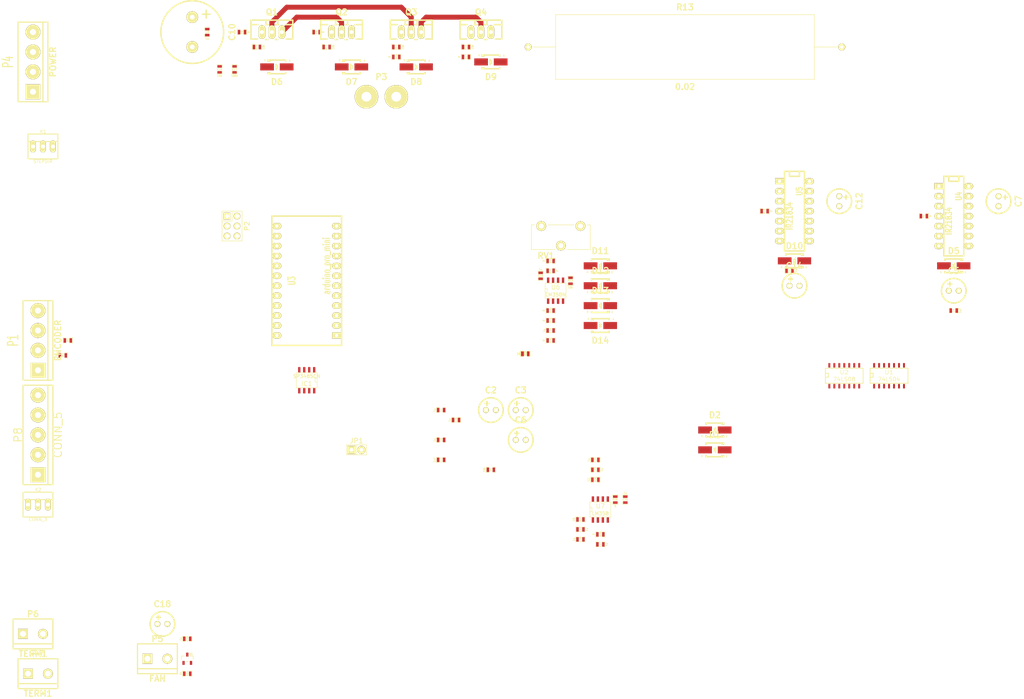
<source format=kicad_pcb>
(kicad_pcb (version 4) (host pcbnew "(2014-09-18 BZR 5141)-product")

  (general
    (links 213)
    (no_connects 210)
    (area 0 0 0 0)
    (thickness 1.6)
    (drawings 0)
    (tracks 15)
    (zones 0)
    (modules 93)
    (nets 72)
  )

  (page A4)
  (layers
    (0 F.Cu signal)
    (31 B.Cu signal)
    (32 B.Adhes user)
    (33 F.Adhes user)
    (34 B.Paste user)
    (35 F.Paste user)
    (36 B.SilkS user)
    (37 F.SilkS user)
    (38 B.Mask user)
    (39 F.Mask user)
    (40 Dwgs.User user)
    (41 Cmts.User user)
    (42 Eco1.User user)
    (43 Eco2.User user)
    (44 Edge.Cuts user)
    (45 Margin user)
    (46 B.CrtYd user)
    (47 F.CrtYd user)
    (48 B.Fab user)
    (49 F.Fab user)
  )

  (setup
    (last_trace_width 1.27)
    (user_trace_width 0.254)
    (user_trace_width 0.508)
    (user_trace_width 1.27)
    (user_trace_width 2.54)
    (trace_clearance 0.254)
    (zone_clearance 0.508)
    (zone_45_only no)
    (trace_min 0.254)
    (segment_width 0.2)
    (edge_width 0.1)
    (via_size 0.889)
    (via_drill 0.635)
    (via_min_size 0.889)
    (via_min_drill 0.508)
    (uvia_size 0.508)
    (uvia_drill 0.127)
    (uvias_allowed no)
    (uvia_min_size 0.508)
    (uvia_min_drill 0.127)
    (pcb_text_width 0.3)
    (pcb_text_size 1.5 1.5)
    (mod_edge_width 0.15)
    (mod_text_size 1 1)
    (mod_text_width 0.15)
    (pad_size 1.5 1.5)
    (pad_drill 0.6)
    (pad_to_mask_clearance 0)
    (aux_axis_origin 0 0)
    (visible_elements FFFFFF7F)
    (pcbplotparams
      (layerselection 0x00030_80000001)
      (usegerberextensions false)
      (excludeedgelayer true)
      (linewidth 0.100000)
      (plotframeref false)
      (viasonmask false)
      (mode 1)
      (useauxorigin false)
      (hpglpennumber 1)
      (hpglpenspeed 20)
      (hpglpendiameter 15)
      (hpglpenoverlay 2)
      (psnegative false)
      (psa4output false)
      (plotreference true)
      (plotvalue true)
      (plotinvisibletext false)
      (padsonsilk false)
      (subtractmaskfromsilk false)
      (outputformat 1)
      (mirror false)
      (drillshape 1)
      (scaleselection 1)
      (outputdirectory ""))
  )

  (net 0 "")
  (net 1 GND)
  (net 2 +12V)
  (net 3 VCC)
  (net 4 "Net-(C11-Pad2)")
  (net 5 "Net-(C7-Pad1)")
  (net 6 +BATT)
  (net 7 "Net-(C11-Pad1)")
  (net 8 "Net-(C12-Pad1)")
  (net 9 "Net-(C20-Pad2)")
  (net 10 "Net-(C21-Pad2)")
  (net 11 /THERMISTOR1)
  (net 12 /THERMISTOR2)
  (net 13 /ISENSE)
  (net 14 /STEP)
  (net 15 /DIR)
  (net 16 /VSHUNT)
  (net 17 /PROTECTION_RESET)
  (net 18 "Net-(D11-Pad2)")
  (net 19 "Net-(D12-Pad1)")
  (net 20 "Net-(D12-Pad2)")
  (net 21 "Net-(D13-Pad1)")
  (net 22 /OVERCURRENT)
  (net 23 /RX)
  (net 24 "Net-(IC1-Pad6)")
  (net 25 "Net-(IC1-Pad2)")
  (net 26 /TX)
  (net 27 "Net-(JP1-Pad2)")
  (net 28 "Net-(K1-Pad1)")
  (net 29 "Net-(K1-Pad2)")
  (net 30 "Net-(IC1-Pad7)")
  (net 31 "Net-(P1-Pad2)")
  (net 32 "Net-(P1-Pad3)")
  (net 33 /MISO)
  (net 34 /SCK)
  (net 35 /MOSI)
  (net 36 /RESET)
  (net 37 "Net-(P5-Pad1)")
  (net 38 "Net-(P6-Pad2)")
  (net 39 "Net-(P7-Pad2)")
  (net 40 "Net-(Q1-PadG)")
  (net 41 "Net-(Q2-PadG)")
  (net 42 "Net-(Q3-PadG)")
  (net 43 "Net-(Q4-PadG)")
  (net 44 "Net-(Q5-Pad2)")
  (net 45 /ENC_A)
  (net 46 /ENC_B)
  (net 47 "Net-(R5-Pad1)")
  (net 48 "Net-(R8-Pad2)")
  (net 49 "Net-(R9-Pad2)")
  (net 50 "Net-(R16-Pad1)")
  (net 51 "Net-(R17-Pad1)")
  (net 52 "Net-(R18-Pad1)")
  (net 53 "Net-(R19-Pad2)")
  (net 54 /FAN_ON)
  (net 55 "Net-(R27-Pad2)")
  (net 56 "Net-(R28-Pad2)")
  (net 57 /X)
  (net 58 "Net-(U1-Pad2)")
  (net 59 "Net-(U1-Pad4)")
  (net 60 "Net-(U1-Pad6)")
  (net 61 "Net-(U1-Pad8)")
  (net 62 "Net-(U1-Pad10)")
  (net 63 "Net-(U1-Pad12)")
  (net 64 /Y)
  (net 65 "Net-(U2-Pad3)")
  (net 66 "Net-(U2-Pad6)")
  (net 67 "Net-(U2-Pad8)")
  (net 68 "Net-(U2-Pad11)")
  (net 69 "Net-(U3-Pad3)")
  (net 70 "Net-(U3-Pad8)")
  (net 71 /TERMISTOR1)

  (net_class Default "This is the default net class."
    (clearance 0.254)
    (trace_width 0.254)
    (via_dia 0.889)
    (via_drill 0.635)
    (uvia_dia 0.508)
    (uvia_drill 0.127)
    (add_net +12V)
    (add_net +BATT)
    (add_net /DIR)
    (add_net /ENC_A)
    (add_net /ENC_B)
    (add_net /FAN_ON)
    (add_net /ISENSE)
    (add_net /MISO)
    (add_net /MOSI)
    (add_net /OVERCURRENT)
    (add_net /PROTECTION_RESET)
    (add_net /RESET)
    (add_net /RX)
    (add_net /SCK)
    (add_net /STEP)
    (add_net /TERMISTOR1)
    (add_net /THERMISTOR1)
    (add_net /THERMISTOR2)
    (add_net /TX)
    (add_net /VSHUNT)
    (add_net /X)
    (add_net /Y)
    (add_net GND)
    (add_net "Net-(C11-Pad1)")
    (add_net "Net-(C11-Pad2)")
    (add_net "Net-(C12-Pad1)")
    (add_net "Net-(C20-Pad2)")
    (add_net "Net-(C21-Pad2)")
    (add_net "Net-(C7-Pad1)")
    (add_net "Net-(D11-Pad2)")
    (add_net "Net-(D12-Pad1)")
    (add_net "Net-(D12-Pad2)")
    (add_net "Net-(D13-Pad1)")
    (add_net "Net-(IC1-Pad2)")
    (add_net "Net-(IC1-Pad6)")
    (add_net "Net-(IC1-Pad7)")
    (add_net "Net-(JP1-Pad2)")
    (add_net "Net-(K1-Pad1)")
    (add_net "Net-(K1-Pad2)")
    (add_net "Net-(P1-Pad2)")
    (add_net "Net-(P1-Pad3)")
    (add_net "Net-(P5-Pad1)")
    (add_net "Net-(P6-Pad2)")
    (add_net "Net-(P7-Pad2)")
    (add_net "Net-(Q1-PadG)")
    (add_net "Net-(Q2-PadG)")
    (add_net "Net-(Q3-PadG)")
    (add_net "Net-(Q4-PadG)")
    (add_net "Net-(Q5-Pad2)")
    (add_net "Net-(R16-Pad1)")
    (add_net "Net-(R17-Pad1)")
    (add_net "Net-(R18-Pad1)")
    (add_net "Net-(R19-Pad2)")
    (add_net "Net-(R27-Pad2)")
    (add_net "Net-(R28-Pad2)")
    (add_net "Net-(R5-Pad1)")
    (add_net "Net-(R8-Pad2)")
    (add_net "Net-(R9-Pad2)")
    (add_net "Net-(U1-Pad10)")
    (add_net "Net-(U1-Pad12)")
    (add_net "Net-(U1-Pad2)")
    (add_net "Net-(U1-Pad4)")
    (add_net "Net-(U1-Pad6)")
    (add_net "Net-(U1-Pad8)")
    (add_net "Net-(U2-Pad11)")
    (add_net "Net-(U2-Pad3)")
    (add_net "Net-(U2-Pad6)")
    (add_net "Net-(U2-Pad8)")
    (add_net "Net-(U3-Pad3)")
    (add_net "Net-(U3-Pad8)")
    (add_net VCC)
  )

  (module SMD_Packages:SMD-0603_c (layer F.Cu) (tedit 544EB815) (tstamp 544EB9AD)
    (at 127 119.38)
    (path /5448CB83)
    (attr smd)
    (fp_text reference C1 (at 0 0 90) (layer F.SilkS)
      (effects (font (size 0.508 0.4572) (thickness 0.1143)))
    )
    (fp_text value 1u (at -1.651 0 90) (layer F.SilkS)
      (effects (font (size 0.508 0.4572) (thickness 0.1143)))
    )
    (fp_line (start 0.50038 0.65024) (end 1.19888 0.65024) (layer F.SilkS) (width 0.11938))
    (fp_line (start -0.50038 0.65024) (end -1.19888 0.65024) (layer F.SilkS) (width 0.11938))
    (fp_line (start 0.50038 -0.65024) (end 1.19888 -0.65024) (layer F.SilkS) (width 0.11938))
    (fp_line (start -1.19888 -0.65024) (end -0.50038 -0.65024) (layer F.SilkS) (width 0.11938))
    (fp_line (start 1.19888 -0.635) (end 1.19888 0.635) (layer F.SilkS) (width 0.11938))
    (fp_line (start -1.19888 0.635) (end -1.19888 -0.635) (layer F.SilkS) (width 0.11938))
    (pad 1 smd rect (at -0.762 0) (size 0.635 1.143) (layers F.Cu F.Paste F.Mask)
      (net 1 GND))
    (pad 2 smd rect (at 0.762 0) (size 0.635 1.143) (layers F.Cu F.Paste F.Mask)
      (net 2 +12V))
    (model smd\capacitors\C0603.wrl
      (at (xyz 0 0 0.001))
      (scale (xyz 0.5 0.5 0.5))
      (rotate (xyz 0 0 0))
    )
  )

  (module Capacitors_Elko_ThroughHole:Elko_vert_DM6-3_RM2-5_CopperClear (layer F.Cu) (tedit 544EB815) (tstamp 544EB9B3)
    (at 139.7 119.38)
    (descr "Electrolytic Capacitor, vertical, diameter 6,3mm, RM 2,5mm, CopperClear, radial,")
    (tags "Electrolytic Capacitor, vertical, diameter 6,3mm, RM 2,5mm, Elko, Electrolytkondensator, Kondensator gepolt, Durchmesser 6,3mm, CopperClear, radial,")
    (path /5448C946)
    (fp_text reference C2 (at 0 -5.08) (layer F.SilkS)
      (effects (font (thickness 0.3048)))
    )
    (fp_text value 10u (at 0 5.08) (layer F.SilkS) hide
      (effects (font (thickness 0.3048)))
    )
    (fp_line (start -1.00076 -1.69926) (end -0.50038 -1.69926) (layer F.SilkS) (width 0.381))
    (fp_line (start -1.00076 -1.69926) (end -1.00076 -2.19964) (layer F.SilkS) (width 0.381))
    (fp_line (start -1.50114 -1.69926) (end -1.00076 -1.69926) (layer F.SilkS) (width 0.381))
    (fp_line (start -1.00076 -1.69926) (end -1.00076 -1.30048) (layer F.SilkS) (width 0.381))
    (fp_line (start -1.00076 -1.30048) (end -1.00076 -1.19888) (layer F.SilkS) (width 0.381))
    (fp_circle (center 0 0) (end 3.1496 0) (layer F.SilkS) (width 0.381))
    (pad 2 thru_hole circle (at 1.27 0) (size 1.50114 1.50114) (drill 0.8001) (layers *.Cu *.Mask F.SilkS)
      (net 1 GND))
    (pad 1 thru_hole circle (at -1.27 0) (size 1.50114 1.50114) (drill 0.8001) (layers *.Cu *.Mask F.SilkS)
      (net 2 +12V))
  )

  (module Capacitors_Elko_ThroughHole:Elko_vert_DM6-3_RM2-5_CopperClear (layer F.Cu) (tedit 544EB815) (tstamp 544EB9B9)
    (at 147.32 119.38)
    (descr "Electrolytic Capacitor, vertical, diameter 6,3mm, RM 2,5mm, CopperClear, radial,")
    (tags "Electrolytic Capacitor, vertical, diameter 6,3mm, RM 2,5mm, Elko, Electrolytkondensator, Kondensator gepolt, Durchmesser 6,3mm, CopperClear, radial,")
    (path /544B0BE2)
    (fp_text reference C3 (at 0 -5.08) (layer F.SilkS)
      (effects (font (thickness 0.3048)))
    )
    (fp_text value 100uF (at 0 5.08) (layer F.SilkS) hide
      (effects (font (thickness 0.3048)))
    )
    (fp_line (start -1.00076 -1.69926) (end -0.50038 -1.69926) (layer F.SilkS) (width 0.381))
    (fp_line (start -1.00076 -1.69926) (end -1.00076 -2.19964) (layer F.SilkS) (width 0.381))
    (fp_line (start -1.50114 -1.69926) (end -1.00076 -1.69926) (layer F.SilkS) (width 0.381))
    (fp_line (start -1.00076 -1.69926) (end -1.00076 -1.30048) (layer F.SilkS) (width 0.381))
    (fp_line (start -1.00076 -1.30048) (end -1.00076 -1.19888) (layer F.SilkS) (width 0.381))
    (fp_circle (center 0 0) (end 3.1496 0) (layer F.SilkS) (width 0.381))
    (pad 2 thru_hole circle (at 1.27 0) (size 1.50114 1.50114) (drill 0.8001) (layers *.Cu *.Mask F.SilkS)
      (net 1 GND))
    (pad 1 thru_hole circle (at -1.27 0) (size 1.50114 1.50114) (drill 0.8001) (layers *.Cu *.Mask F.SilkS)
      (net 3 VCC))
  )

  (module SMD_Packages:SMD-0603_c (layer F.Cu) (tedit 544EB815) (tstamp 544EB9BF)
    (at 257.81 93.98 180)
    (path /544ADF62)
    (attr smd)
    (fp_text reference C4 (at 0 0 270) (layer F.SilkS)
      (effects (font (size 0.508 0.4572) (thickness 0.1143)))
    )
    (fp_text value 1uF (at -1.651 0 270) (layer F.SilkS)
      (effects (font (size 0.508 0.4572) (thickness 0.1143)))
    )
    (fp_line (start 0.50038 0.65024) (end 1.19888 0.65024) (layer F.SilkS) (width 0.11938))
    (fp_line (start -0.50038 0.65024) (end -1.19888 0.65024) (layer F.SilkS) (width 0.11938))
    (fp_line (start 0.50038 -0.65024) (end 1.19888 -0.65024) (layer F.SilkS) (width 0.11938))
    (fp_line (start -1.19888 -0.65024) (end -0.50038 -0.65024) (layer F.SilkS) (width 0.11938))
    (fp_line (start 1.19888 -0.635) (end 1.19888 0.635) (layer F.SilkS) (width 0.11938))
    (fp_line (start -1.19888 0.635) (end -1.19888 -0.635) (layer F.SilkS) (width 0.11938))
    (pad 1 smd rect (at -0.762 0 180) (size 0.635 1.143) (layers F.Cu F.Paste F.Mask)
      (net 1 GND))
    (pad 2 smd rect (at 0.762 0 180) (size 0.635 1.143) (layers F.Cu F.Paste F.Mask)
      (net 2 +12V))
    (model smd\capacitors\C0603.wrl
      (at (xyz 0 0 0.001))
      (scale (xyz 0.5 0.5 0.5))
      (rotate (xyz 0 0 0))
    )
  )

  (module Capacitors_Elko_ThroughHole:Elko_vert_DM6-3_RM2-5_CopperClear (layer F.Cu) (tedit 544EB815) (tstamp 544EB9C5)
    (at 257.81 88.9)
    (descr "Electrolytic Capacitor, vertical, diameter 6,3mm, RM 2,5mm, CopperClear, radial,")
    (tags "Electrolytic Capacitor, vertical, diameter 6,3mm, RM 2,5mm, Elko, Electrolytkondensator, Kondensator gepolt, Durchmesser 6,3mm, CopperClear, radial,")
    (path /544ADF5C)
    (fp_text reference C5 (at 0 -5.08) (layer F.SilkS)
      (effects (font (thickness 0.3048)))
    )
    (fp_text value 100uF (at 0 5.08) (layer F.SilkS) hide
      (effects (font (thickness 0.3048)))
    )
    (fp_line (start -1.00076 -1.69926) (end -0.50038 -1.69926) (layer F.SilkS) (width 0.381))
    (fp_line (start -1.00076 -1.69926) (end -1.00076 -2.19964) (layer F.SilkS) (width 0.381))
    (fp_line (start -1.50114 -1.69926) (end -1.00076 -1.69926) (layer F.SilkS) (width 0.381))
    (fp_line (start -1.00076 -1.69926) (end -1.00076 -1.30048) (layer F.SilkS) (width 0.381))
    (fp_line (start -1.00076 -1.30048) (end -1.00076 -1.19888) (layer F.SilkS) (width 0.381))
    (fp_circle (center 0 0) (end 3.1496 0) (layer F.SilkS) (width 0.381))
    (pad 2 thru_hole circle (at 1.27 0) (size 1.50114 1.50114) (drill 0.8001) (layers *.Cu *.Mask F.SilkS)
      (net 1 GND))
    (pad 1 thru_hole circle (at -1.27 0) (size 1.50114 1.50114) (drill 0.8001) (layers *.Cu *.Mask F.SilkS)
      (net 2 +12V))
  )

  (module Capacitors_Elko_ThroughHole:Elko_vert_DM6-3_RM2-5_CopperClear (layer F.Cu) (tedit 544EB815) (tstamp 544EB9CB)
    (at 147.32 127)
    (descr "Electrolytic Capacitor, vertical, diameter 6,3mm, RM 2,5mm, CopperClear, radial,")
    (tags "Electrolytic Capacitor, vertical, diameter 6,3mm, RM 2,5mm, Elko, Electrolytkondensator, Kondensator gepolt, Durchmesser 6,3mm, CopperClear, radial,")
    (path /544AFD19)
    (fp_text reference C6 (at 0 -5.08) (layer F.SilkS)
      (effects (font (thickness 0.3048)))
    )
    (fp_text value 100uF (at 0 5.08) (layer F.SilkS) hide
      (effects (font (thickness 0.3048)))
    )
    (fp_line (start -1.00076 -1.69926) (end -0.50038 -1.69926) (layer F.SilkS) (width 0.381))
    (fp_line (start -1.00076 -1.69926) (end -1.00076 -2.19964) (layer F.SilkS) (width 0.381))
    (fp_line (start -1.50114 -1.69926) (end -1.00076 -1.69926) (layer F.SilkS) (width 0.381))
    (fp_line (start -1.00076 -1.69926) (end -1.00076 -1.30048) (layer F.SilkS) (width 0.381))
    (fp_line (start -1.00076 -1.30048) (end -1.00076 -1.19888) (layer F.SilkS) (width 0.381))
    (fp_circle (center 0 0) (end 3.1496 0) (layer F.SilkS) (width 0.381))
    (pad 2 thru_hole circle (at 1.27 0) (size 1.50114 1.50114) (drill 0.8001) (layers *.Cu *.Mask F.SilkS)
      (net 1 GND))
    (pad 1 thru_hole circle (at -1.27 0) (size 1.50114 1.50114) (drill 0.8001) (layers *.Cu *.Mask F.SilkS)
      (net 2 +12V))
  )

  (module Capacitors_Elko_ThroughHole:Elko_vert_DM6-3_RM2-5_CopperClear (layer F.Cu) (tedit 544EB815) (tstamp 544EB9D1)
    (at 269.24 66.04 270)
    (descr "Electrolytic Capacitor, vertical, diameter 6,3mm, RM 2,5mm, CopperClear, radial,")
    (tags "Electrolytic Capacitor, vertical, diameter 6,3mm, RM 2,5mm, Elko, Electrolytkondensator, Kondensator gepolt, Durchmesser 6,3mm, CopperClear, radial,")
    (path /54495967)
    (fp_text reference C7 (at 0 -5.08 270) (layer F.SilkS)
      (effects (font (thickness 0.3048)))
    )
    (fp_text value 0.47uF (at 0 5.08 270) (layer F.SilkS) hide
      (effects (font (thickness 0.3048)))
    )
    (fp_line (start -1.00076 -1.69926) (end -0.50038 -1.69926) (layer F.SilkS) (width 0.381))
    (fp_line (start -1.00076 -1.69926) (end -1.00076 -2.19964) (layer F.SilkS) (width 0.381))
    (fp_line (start -1.50114 -1.69926) (end -1.00076 -1.69926) (layer F.SilkS) (width 0.381))
    (fp_line (start -1.00076 -1.69926) (end -1.00076 -1.30048) (layer F.SilkS) (width 0.381))
    (fp_line (start -1.00076 -1.30048) (end -1.00076 -1.19888) (layer F.SilkS) (width 0.381))
    (fp_circle (center 0 0) (end 3.1496 0) (layer F.SilkS) (width 0.381))
    (pad 2 thru_hole circle (at 1.27 0 270) (size 1.50114 1.50114) (drill 0.8001) (layers *.Cu *.Mask F.SilkS)
      (net 4 "Net-(C11-Pad2)"))
    (pad 1 thru_hole circle (at -1.27 0 270) (size 1.50114 1.50114) (drill 0.8001) (layers *.Cu *.Mask F.SilkS)
      (net 5 "Net-(C7-Pad1)"))
  )

  (module SMD_Packages:SMD-0603_c (layer F.Cu) (tedit 544EB815) (tstamp 544EB9D7)
    (at 127 127)
    (path /544B14A2)
    (attr smd)
    (fp_text reference C8 (at 0 0 90) (layer F.SilkS)
      (effects (font (size 0.508 0.4572) (thickness 0.1143)))
    )
    (fp_text value 1u (at -1.651 0 90) (layer F.SilkS)
      (effects (font (size 0.508 0.4572) (thickness 0.1143)))
    )
    (fp_line (start 0.50038 0.65024) (end 1.19888 0.65024) (layer F.SilkS) (width 0.11938))
    (fp_line (start -0.50038 0.65024) (end -1.19888 0.65024) (layer F.SilkS) (width 0.11938))
    (fp_line (start 0.50038 -0.65024) (end 1.19888 -0.65024) (layer F.SilkS) (width 0.11938))
    (fp_line (start -1.19888 -0.65024) (end -0.50038 -0.65024) (layer F.SilkS) (width 0.11938))
    (fp_line (start 1.19888 -0.635) (end 1.19888 0.635) (layer F.SilkS) (width 0.11938))
    (fp_line (start -1.19888 0.635) (end -1.19888 -0.635) (layer F.SilkS) (width 0.11938))
    (pad 1 smd rect (at -0.762 0) (size 0.635 1.143) (layers F.Cu F.Paste F.Mask)
      (net 1 GND))
    (pad 2 smd rect (at 0.762 0) (size 0.635 1.143) (layers F.Cu F.Paste F.Mask)
      (net 3 VCC))
    (model smd\capacitors\C0603.wrl
      (at (xyz 0 0 0.001))
      (scale (xyz 0.5 0.5 0.5))
      (rotate (xyz 0 0 0))
    )
  )

  (module SMD_Packages:SMD-0603_c (layer F.Cu) (tedit 544EB815) (tstamp 544EB9DD)
    (at 67.31 22.86 90)
    (path /5447F2EB)
    (attr smd)
    (fp_text reference C9 (at 0 0 180) (layer F.SilkS)
      (effects (font (size 0.508 0.4572) (thickness 0.1143)))
    )
    (fp_text value 1u (at -1.651 0 180) (layer F.SilkS)
      (effects (font (size 0.508 0.4572) (thickness 0.1143)))
    )
    (fp_line (start 0.50038 0.65024) (end 1.19888 0.65024) (layer F.SilkS) (width 0.11938))
    (fp_line (start -0.50038 0.65024) (end -1.19888 0.65024) (layer F.SilkS) (width 0.11938))
    (fp_line (start 0.50038 -0.65024) (end 1.19888 -0.65024) (layer F.SilkS) (width 0.11938))
    (fp_line (start -1.19888 -0.65024) (end -0.50038 -0.65024) (layer F.SilkS) (width 0.11938))
    (fp_line (start 1.19888 -0.635) (end 1.19888 0.635) (layer F.SilkS) (width 0.11938))
    (fp_line (start -1.19888 0.635) (end -1.19888 -0.635) (layer F.SilkS) (width 0.11938))
    (pad 1 smd rect (at -0.762 0 90) (size 0.635 1.143) (layers F.Cu F.Paste F.Mask)
      (net 1 GND))
    (pad 2 smd rect (at 0.762 0 90) (size 0.635 1.143) (layers F.Cu F.Paste F.Mask)
      (net 6 +BATT))
    (model smd\capacitors\C0603.wrl
      (at (xyz 0 0 0.001))
      (scale (xyz 0.5 0.5 0.5))
      (rotate (xyz 0 0 0))
    )
  )

  (module Capacitors_Elko_ThroughHole:Elko_vert_DM16_RM7-5_CopperClear (layer F.Cu) (tedit 544EB815) (tstamp 544EB9E3)
    (at 63.5 22.86 270)
    (descr "Electrolytic Capacitor, vertical, diameter 16mm, RM 7,5mm, Copper without +,")
    (tags "Electrolytic Capacitor, vertical, diameter 16mm, RM 7,5mm, Elko, Electrolytkondensator, Kondensator gepolt, Durchmesser 16mm, Copper without +,")
    (path /5447DF84)
    (fp_text reference C10 (at 0 -10.16 270) (layer F.SilkS)
      (effects (font (thickness 0.3048)))
    )
    (fp_text value 2200uF (at 0 10.16 270) (layer F.SilkS) hide
      (effects (font (thickness 0.3048)))
    )
    (fp_line (start -5.588 -3.556) (end -3.556 -3.556) (layer F.SilkS) (width 0.381))
    (fp_line (start -4.572 -4.572) (end -4.572 -2.54) (layer F.SilkS) (width 0.381))
    (fp_circle (center 0 0) (end 8.001 0) (layer F.SilkS) (width 0.381))
    (pad 2 thru_hole circle (at 3.81 0 270) (size 2.99974 2.99974) (drill 1.19888) (layers *.Cu *.Mask F.SilkS)
      (net 1 GND))
    (pad 1 thru_hole circle (at -3.81 0 270) (size 2.99974 2.99974) (drill 1.19888) (layers *.Cu *.Mask F.SilkS)
      (net 6 +BATT))
  )

  (module SMD_Packages:SMD-0603_c (layer F.Cu) (tedit 544EB815) (tstamp 544EB9E9)
    (at 127 132.08)
    (path /5447DEF0)
    (attr smd)
    (fp_text reference C11 (at 0 0 90) (layer F.SilkS)
      (effects (font (size 0.508 0.4572) (thickness 0.1143)))
    )
    (fp_text value 1uF (at -1.651 0 90) (layer F.SilkS)
      (effects (font (size 0.508 0.4572) (thickness 0.1143)))
    )
    (fp_line (start 0.50038 0.65024) (end 1.19888 0.65024) (layer F.SilkS) (width 0.11938))
    (fp_line (start -0.50038 0.65024) (end -1.19888 0.65024) (layer F.SilkS) (width 0.11938))
    (fp_line (start 0.50038 -0.65024) (end 1.19888 -0.65024) (layer F.SilkS) (width 0.11938))
    (fp_line (start -1.19888 -0.65024) (end -0.50038 -0.65024) (layer F.SilkS) (width 0.11938))
    (fp_line (start 1.19888 -0.635) (end 1.19888 0.635) (layer F.SilkS) (width 0.11938))
    (fp_line (start -1.19888 0.635) (end -1.19888 -0.635) (layer F.SilkS) (width 0.11938))
    (pad 1 smd rect (at -0.762 0) (size 0.635 1.143) (layers F.Cu F.Paste F.Mask)
      (net 7 "Net-(C11-Pad1)"))
    (pad 2 smd rect (at 0.762 0) (size 0.635 1.143) (layers F.Cu F.Paste F.Mask)
      (net 4 "Net-(C11-Pad2)"))
    (model smd\capacitors\C0603.wrl
      (at (xyz 0 0 0.001))
      (scale (xyz 0.5 0.5 0.5))
      (rotate (xyz 0 0 0))
    )
  )

  (module Capacitors_Elko_ThroughHole:Elko_vert_DM6-3_RM2-5_CopperClear (layer F.Cu) (tedit 544EB815) (tstamp 544EB9EF)
    (at 228.6 66.04 270)
    (descr "Electrolytic Capacitor, vertical, diameter 6,3mm, RM 2,5mm, CopperClear, radial,")
    (tags "Electrolytic Capacitor, vertical, diameter 6,3mm, RM 2,5mm, Elko, Electrolytkondensator, Kondensator gepolt, Durchmesser 6,3mm, CopperClear, radial,")
    (path /54499A59)
    (fp_text reference C12 (at 0 -5.08 270) (layer F.SilkS)
      (effects (font (thickness 0.3048)))
    )
    (fp_text value 0.47uF (at 0 5.08 270) (layer F.SilkS) hide
      (effects (font (thickness 0.3048)))
    )
    (fp_line (start -1.00076 -1.69926) (end -0.50038 -1.69926) (layer F.SilkS) (width 0.381))
    (fp_line (start -1.00076 -1.69926) (end -1.00076 -2.19964) (layer F.SilkS) (width 0.381))
    (fp_line (start -1.50114 -1.69926) (end -1.00076 -1.69926) (layer F.SilkS) (width 0.381))
    (fp_line (start -1.00076 -1.69926) (end -1.00076 -1.30048) (layer F.SilkS) (width 0.381))
    (fp_line (start -1.00076 -1.30048) (end -1.00076 -1.19888) (layer F.SilkS) (width 0.381))
    (fp_circle (center 0 0) (end 3.1496 0) (layer F.SilkS) (width 0.381))
    (pad 2 thru_hole circle (at 1.27 0 270) (size 1.50114 1.50114) (drill 0.8001) (layers *.Cu *.Mask F.SilkS)
      (net 7 "Net-(C11-Pad1)"))
    (pad 1 thru_hole circle (at -1.27 0 270) (size 1.50114 1.50114) (drill 0.8001) (layers *.Cu *.Mask F.SilkS)
      (net 8 "Net-(C12-Pad1)"))
  )

  (module SMD_Packages:SMD-0603_c (layer F.Cu) (tedit 544EB815) (tstamp 544EB9F5)
    (at 215.9 83.82 180)
    (path /544AE6A2)
    (attr smd)
    (fp_text reference C13 (at 0 0 270) (layer F.SilkS)
      (effects (font (size 0.508 0.4572) (thickness 0.1143)))
    )
    (fp_text value 1u (at -1.651 0 270) (layer F.SilkS)
      (effects (font (size 0.508 0.4572) (thickness 0.1143)))
    )
    (fp_line (start 0.50038 0.65024) (end 1.19888 0.65024) (layer F.SilkS) (width 0.11938))
    (fp_line (start -0.50038 0.65024) (end -1.19888 0.65024) (layer F.SilkS) (width 0.11938))
    (fp_line (start 0.50038 -0.65024) (end 1.19888 -0.65024) (layer F.SilkS) (width 0.11938))
    (fp_line (start -1.19888 -0.65024) (end -0.50038 -0.65024) (layer F.SilkS) (width 0.11938))
    (fp_line (start 1.19888 -0.635) (end 1.19888 0.635) (layer F.SilkS) (width 0.11938))
    (fp_line (start -1.19888 0.635) (end -1.19888 -0.635) (layer F.SilkS) (width 0.11938))
    (pad 1 smd rect (at -0.762 0 180) (size 0.635 1.143) (layers F.Cu F.Paste F.Mask)
      (net 1 GND))
    (pad 2 smd rect (at 0.762 0 180) (size 0.635 1.143) (layers F.Cu F.Paste F.Mask)
      (net 2 +12V))
    (model smd\capacitors\C0603.wrl
      (at (xyz 0 0 0.001))
      (scale (xyz 0.5 0.5 0.5))
      (rotate (xyz 0 0 0))
    )
  )

  (module Capacitors_Elko_ThroughHole:Elko_vert_DM6-3_RM2-5_CopperClear (layer F.Cu) (tedit 544EB815) (tstamp 544EB9FB)
    (at 217.17 87.63)
    (descr "Electrolytic Capacitor, vertical, diameter 6,3mm, RM 2,5mm, CopperClear, radial,")
    (tags "Electrolytic Capacitor, vertical, diameter 6,3mm, RM 2,5mm, Elko, Electrolytkondensator, Kondensator gepolt, Durchmesser 6,3mm, CopperClear, radial,")
    (path /544AE69C)
    (fp_text reference C14 (at 0 -5.08) (layer F.SilkS)
      (effects (font (thickness 0.3048)))
    )
    (fp_text value 100uF (at 0 5.08) (layer F.SilkS) hide
      (effects (font (thickness 0.3048)))
    )
    (fp_line (start -1.00076 -1.69926) (end -0.50038 -1.69926) (layer F.SilkS) (width 0.381))
    (fp_line (start -1.00076 -1.69926) (end -1.00076 -2.19964) (layer F.SilkS) (width 0.381))
    (fp_line (start -1.50114 -1.69926) (end -1.00076 -1.69926) (layer F.SilkS) (width 0.381))
    (fp_line (start -1.00076 -1.69926) (end -1.00076 -1.30048) (layer F.SilkS) (width 0.381))
    (fp_line (start -1.00076 -1.30048) (end -1.00076 -1.19888) (layer F.SilkS) (width 0.381))
    (fp_circle (center 0 0) (end 3.1496 0) (layer F.SilkS) (width 0.381))
    (pad 2 thru_hole circle (at 1.27 0) (size 1.50114 1.50114) (drill 0.8001) (layers *.Cu *.Mask F.SilkS)
      (net 1 GND))
    (pad 1 thru_hole circle (at -1.27 0) (size 1.50114 1.50114) (drill 0.8001) (layers *.Cu *.Mask F.SilkS)
      (net 2 +12V))
  )

  (module SMD_Packages:SMD-0603_c (layer F.Cu) (tedit 544EB815) (tstamp 544EBA01)
    (at 152.4 85.09 270)
    (path /544B2735)
    (attr smd)
    (fp_text reference C15 (at 0 0 360) (layer F.SilkS)
      (effects (font (size 0.508 0.4572) (thickness 0.1143)))
    )
    (fp_text value 1u (at -1.651 0 360) (layer F.SilkS)
      (effects (font (size 0.508 0.4572) (thickness 0.1143)))
    )
    (fp_line (start 0.50038 0.65024) (end 1.19888 0.65024) (layer F.SilkS) (width 0.11938))
    (fp_line (start -0.50038 0.65024) (end -1.19888 0.65024) (layer F.SilkS) (width 0.11938))
    (fp_line (start 0.50038 -0.65024) (end 1.19888 -0.65024) (layer F.SilkS) (width 0.11938))
    (fp_line (start -1.19888 -0.65024) (end -0.50038 -0.65024) (layer F.SilkS) (width 0.11938))
    (fp_line (start 1.19888 -0.635) (end 1.19888 0.635) (layer F.SilkS) (width 0.11938))
    (fp_line (start -1.19888 0.635) (end -1.19888 -0.635) (layer F.SilkS) (width 0.11938))
    (pad 1 smd rect (at -0.762 0 270) (size 0.635 1.143) (layers F.Cu F.Paste F.Mask)
      (net 1 GND))
    (pad 2 smd rect (at 0.762 0 270) (size 0.635 1.143) (layers F.Cu F.Paste F.Mask)
      (net 3 VCC))
    (model smd\capacitors\C0603.wrl
      (at (xyz 0 0 0.001))
      (scale (xyz 0.5 0.5 0.5))
      (rotate (xyz 0 0 0))
    )
  )

  (module SMD_Packages:SMD-0603_c (layer F.Cu) (tedit 544EB815) (tstamp 544EBA07)
    (at 70.485 32.385 90)
    (path /544B8D7D)
    (attr smd)
    (fp_text reference C16 (at 0 0 180) (layer F.SilkS)
      (effects (font (size 0.508 0.4572) (thickness 0.1143)))
    )
    (fp_text value 10n (at -1.651 0 180) (layer F.SilkS)
      (effects (font (size 0.508 0.4572) (thickness 0.1143)))
    )
    (fp_line (start 0.50038 0.65024) (end 1.19888 0.65024) (layer F.SilkS) (width 0.11938))
    (fp_line (start -0.50038 0.65024) (end -1.19888 0.65024) (layer F.SilkS) (width 0.11938))
    (fp_line (start 0.50038 -0.65024) (end 1.19888 -0.65024) (layer F.SilkS) (width 0.11938))
    (fp_line (start -1.19888 -0.65024) (end -0.50038 -0.65024) (layer F.SilkS) (width 0.11938))
    (fp_line (start 1.19888 -0.635) (end 1.19888 0.635) (layer F.SilkS) (width 0.11938))
    (fp_line (start -1.19888 0.635) (end -1.19888 -0.635) (layer F.SilkS) (width 0.11938))
    (pad 1 smd rect (at -0.762 0 90) (size 0.635 1.143) (layers F.Cu F.Paste F.Mask)
      (net 1 GND))
    (pad 2 smd rect (at 0.762 0 90) (size 0.635 1.143) (layers F.Cu F.Paste F.Mask)
      (net 6 +BATT))
    (model smd\capacitors\C0603.wrl
      (at (xyz 0 0 0.001))
      (scale (xyz 0.5 0.5 0.5))
      (rotate (xyz 0 0 0))
    )
  )

  (module SMD_Packages:SMD-0603_c (layer F.Cu) (tedit 544EB815) (tstamp 544EBA0D)
    (at 74.295 32.385 90)
    (path /544B8998)
    (attr smd)
    (fp_text reference C17 (at 0 0 180) (layer F.SilkS)
      (effects (font (size 0.508 0.4572) (thickness 0.1143)))
    )
    (fp_text value 100n (at -1.651 0 180) (layer F.SilkS)
      (effects (font (size 0.508 0.4572) (thickness 0.1143)))
    )
    (fp_line (start 0.50038 0.65024) (end 1.19888 0.65024) (layer F.SilkS) (width 0.11938))
    (fp_line (start -0.50038 0.65024) (end -1.19888 0.65024) (layer F.SilkS) (width 0.11938))
    (fp_line (start 0.50038 -0.65024) (end 1.19888 -0.65024) (layer F.SilkS) (width 0.11938))
    (fp_line (start -1.19888 -0.65024) (end -0.50038 -0.65024) (layer F.SilkS) (width 0.11938))
    (fp_line (start 1.19888 -0.635) (end 1.19888 0.635) (layer F.SilkS) (width 0.11938))
    (fp_line (start -1.19888 0.635) (end -1.19888 -0.635) (layer F.SilkS) (width 0.11938))
    (pad 1 smd rect (at -0.762 0 90) (size 0.635 1.143) (layers F.Cu F.Paste F.Mask)
      (net 1 GND))
    (pad 2 smd rect (at 0.762 0 90) (size 0.635 1.143) (layers F.Cu F.Paste F.Mask)
      (net 6 +BATT))
    (model smd\capacitors\C0603.wrl
      (at (xyz 0 0 0.001))
      (scale (xyz 0.5 0.5 0.5))
      (rotate (xyz 0 0 0))
    )
  )

  (module Capacitors_Elko_ThroughHole:Elko_vert_DM6-3_RM2-5_CopperClear (layer F.Cu) (tedit 544EB815) (tstamp 544EBA13)
    (at 55.88 173.99)
    (descr "Electrolytic Capacitor, vertical, diameter 6,3mm, RM 2,5mm, CopperClear, radial,")
    (tags "Electrolytic Capacitor, vertical, diameter 6,3mm, RM 2,5mm, Elko, Electrolytkondensator, Kondensator gepolt, Durchmesser 6,3mm, CopperClear, radial,")
    (path /544C3D30)
    (fp_text reference C18 (at 0 -5.08) (layer F.SilkS)
      (effects (font (thickness 0.3048)))
    )
    (fp_text value 100u (at 0 5.08) (layer F.SilkS) hide
      (effects (font (thickness 0.3048)))
    )
    (fp_line (start -1.00076 -1.69926) (end -0.50038 -1.69926) (layer F.SilkS) (width 0.381))
    (fp_line (start -1.00076 -1.69926) (end -1.00076 -2.19964) (layer F.SilkS) (width 0.381))
    (fp_line (start -1.50114 -1.69926) (end -1.00076 -1.69926) (layer F.SilkS) (width 0.381))
    (fp_line (start -1.00076 -1.69926) (end -1.00076 -1.30048) (layer F.SilkS) (width 0.381))
    (fp_line (start -1.00076 -1.30048) (end -1.00076 -1.19888) (layer F.SilkS) (width 0.381))
    (fp_circle (center 0 0) (end 3.1496 0) (layer F.SilkS) (width 0.381))
    (pad 2 thru_hole circle (at 1.27 0) (size 1.50114 1.50114) (drill 0.8001) (layers *.Cu *.Mask F.SilkS)
      (net 1 GND))
    (pad 1 thru_hole circle (at -1.27 0) (size 1.50114 1.50114) (drill 0.8001) (layers *.Cu *.Mask F.SilkS)
      (net 2 +12V))
  )

  (module SMD_Packages:SMD-0603_c (layer F.Cu) (tedit 544EB815) (tstamp 544EBA19)
    (at 62.23 177.8)
    (path /544C4625)
    (attr smd)
    (fp_text reference C19 (at 0 0 90) (layer F.SilkS)
      (effects (font (size 0.508 0.4572) (thickness 0.1143)))
    )
    (fp_text value 1u (at -1.651 0 90) (layer F.SilkS)
      (effects (font (size 0.508 0.4572) (thickness 0.1143)))
    )
    (fp_line (start 0.50038 0.65024) (end 1.19888 0.65024) (layer F.SilkS) (width 0.11938))
    (fp_line (start -0.50038 0.65024) (end -1.19888 0.65024) (layer F.SilkS) (width 0.11938))
    (fp_line (start 0.50038 -0.65024) (end 1.19888 -0.65024) (layer F.SilkS) (width 0.11938))
    (fp_line (start -1.19888 -0.65024) (end -0.50038 -0.65024) (layer F.SilkS) (width 0.11938))
    (fp_line (start 1.19888 -0.635) (end 1.19888 0.635) (layer F.SilkS) (width 0.11938))
    (fp_line (start -1.19888 0.635) (end -1.19888 -0.635) (layer F.SilkS) (width 0.11938))
    (pad 1 smd rect (at -0.762 0) (size 0.635 1.143) (layers F.Cu F.Paste F.Mask)
      (net 1 GND))
    (pad 2 smd rect (at 0.762 0) (size 0.635 1.143) (layers F.Cu F.Paste F.Mask)
      (net 2 +12V))
    (model smd\capacitors\C0603.wrl
      (at (xyz 0 0 0.001))
      (scale (xyz 0.5 0.5 0.5))
      (rotate (xyz 0 0 0))
    )
  )

  (module SMD_Packages:SMD-0603_c (layer F.Cu) (tedit 544EB815) (tstamp 544EBA1F)
    (at 162.56 152.4)
    (path /544C6982)
    (attr smd)
    (fp_text reference C20 (at 0 0 90) (layer F.SilkS)
      (effects (font (size 0.508 0.4572) (thickness 0.1143)))
    )
    (fp_text value 1u (at -1.651 0 90) (layer F.SilkS)
      (effects (font (size 0.508 0.4572) (thickness 0.1143)))
    )
    (fp_line (start 0.50038 0.65024) (end 1.19888 0.65024) (layer F.SilkS) (width 0.11938))
    (fp_line (start -0.50038 0.65024) (end -1.19888 0.65024) (layer F.SilkS) (width 0.11938))
    (fp_line (start 0.50038 -0.65024) (end 1.19888 -0.65024) (layer F.SilkS) (width 0.11938))
    (fp_line (start -1.19888 -0.65024) (end -0.50038 -0.65024) (layer F.SilkS) (width 0.11938))
    (fp_line (start 1.19888 -0.635) (end 1.19888 0.635) (layer F.SilkS) (width 0.11938))
    (fp_line (start -1.19888 0.635) (end -1.19888 -0.635) (layer F.SilkS) (width 0.11938))
    (pad 1 smd rect (at -0.762 0) (size 0.635 1.143) (layers F.Cu F.Paste F.Mask)
      (net 1 GND))
    (pad 2 smd rect (at 0.762 0) (size 0.635 1.143) (layers F.Cu F.Paste F.Mask)
      (net 9 "Net-(C20-Pad2)"))
    (model smd\capacitors\C0603.wrl
      (at (xyz 0 0 0.001))
      (scale (xyz 0.5 0.5 0.5))
      (rotate (xyz 0 0 0))
    )
  )

  (module SMD_Packages:SMD-0603_c (layer F.Cu) (tedit 544EB815) (tstamp 544EBA25)
    (at 166.37 132.08)
    (path /544C68CE)
    (attr smd)
    (fp_text reference C21 (at 0 0 90) (layer F.SilkS)
      (effects (font (size 0.508 0.4572) (thickness 0.1143)))
    )
    (fp_text value 1u (at -1.651 0 90) (layer F.SilkS)
      (effects (font (size 0.508 0.4572) (thickness 0.1143)))
    )
    (fp_line (start 0.50038 0.65024) (end 1.19888 0.65024) (layer F.SilkS) (width 0.11938))
    (fp_line (start -0.50038 0.65024) (end -1.19888 0.65024) (layer F.SilkS) (width 0.11938))
    (fp_line (start 0.50038 -0.65024) (end 1.19888 -0.65024) (layer F.SilkS) (width 0.11938))
    (fp_line (start -1.19888 -0.65024) (end -0.50038 -0.65024) (layer F.SilkS) (width 0.11938))
    (fp_line (start 1.19888 -0.635) (end 1.19888 0.635) (layer F.SilkS) (width 0.11938))
    (fp_line (start -1.19888 0.635) (end -1.19888 -0.635) (layer F.SilkS) (width 0.11938))
    (pad 1 smd rect (at -0.762 0) (size 0.635 1.143) (layers F.Cu F.Paste F.Mask)
      (net 1 GND))
    (pad 2 smd rect (at 0.762 0) (size 0.635 1.143) (layers F.Cu F.Paste F.Mask)
      (net 10 "Net-(C21-Pad2)"))
    (model smd\capacitors\C0603.wrl
      (at (xyz 0 0 0.001))
      (scale (xyz 0.5 0.5 0.5))
      (rotate (xyz 0 0 0))
    )
  )

  (module SMD_Packages:SMD-0603_c (layer F.Cu) (tedit 544EB815) (tstamp 544EBA2B)
    (at 162.56 149.86 180)
    (path /544C613B)
    (attr smd)
    (fp_text reference C22 (at 0 0 270) (layer F.SilkS)
      (effects (font (size 0.508 0.4572) (thickness 0.1143)))
    )
    (fp_text value 1u (at -1.651 0 270) (layer F.SilkS)
      (effects (font (size 0.508 0.4572) (thickness 0.1143)))
    )
    (fp_line (start 0.50038 0.65024) (end 1.19888 0.65024) (layer F.SilkS) (width 0.11938))
    (fp_line (start -0.50038 0.65024) (end -1.19888 0.65024) (layer F.SilkS) (width 0.11938))
    (fp_line (start 0.50038 -0.65024) (end 1.19888 -0.65024) (layer F.SilkS) (width 0.11938))
    (fp_line (start -1.19888 -0.65024) (end -0.50038 -0.65024) (layer F.SilkS) (width 0.11938))
    (fp_line (start 1.19888 -0.635) (end 1.19888 0.635) (layer F.SilkS) (width 0.11938))
    (fp_line (start -1.19888 0.635) (end -1.19888 -0.635) (layer F.SilkS) (width 0.11938))
    (pad 1 smd rect (at -0.762 0 180) (size 0.635 1.143) (layers F.Cu F.Paste F.Mask)
      (net 1 GND))
    (pad 2 smd rect (at 0.762 0 180) (size 0.635 1.143) (layers F.Cu F.Paste F.Mask)
      (net 11 /THERMISTOR1))
    (model smd\capacitors\C0603.wrl
      (at (xyz 0 0 0.001))
      (scale (xyz 0.5 0.5 0.5))
      (rotate (xyz 0 0 0))
    )
  )

  (module SMD_Packages:SMD-0603_c (layer F.Cu) (tedit 544EB815) (tstamp 544EBA31)
    (at 166.37 134.62 180)
    (path /544C61F7)
    (attr smd)
    (fp_text reference C23 (at 0 0 270) (layer F.SilkS)
      (effects (font (size 0.508 0.4572) (thickness 0.1143)))
    )
    (fp_text value 1u (at -1.651 0 270) (layer F.SilkS)
      (effects (font (size 0.508 0.4572) (thickness 0.1143)))
    )
    (fp_line (start 0.50038 0.65024) (end 1.19888 0.65024) (layer F.SilkS) (width 0.11938))
    (fp_line (start -0.50038 0.65024) (end -1.19888 0.65024) (layer F.SilkS) (width 0.11938))
    (fp_line (start 0.50038 -0.65024) (end 1.19888 -0.65024) (layer F.SilkS) (width 0.11938))
    (fp_line (start -1.19888 -0.65024) (end -0.50038 -0.65024) (layer F.SilkS) (width 0.11938))
    (fp_line (start 1.19888 -0.635) (end 1.19888 0.635) (layer F.SilkS) (width 0.11938))
    (fp_line (start -1.19888 0.635) (end -1.19888 -0.635) (layer F.SilkS) (width 0.11938))
    (pad 1 smd rect (at -0.762 0 180) (size 0.635 1.143) (layers F.Cu F.Paste F.Mask)
      (net 1 GND))
    (pad 2 smd rect (at 0.762 0 180) (size 0.635 1.143) (layers F.Cu F.Paste F.Mask)
      (net 12 /THERMISTOR2))
    (model smd\capacitors\C0603.wrl
      (at (xyz 0 0 0.001))
      (scale (xyz 0.5 0.5 0.5))
      (rotate (xyz 0 0 0))
    )
  )

  (module SMD_Packages:SMD-0603_c (layer F.Cu) (tedit 544EB815) (tstamp 544EBA37)
    (at 154.94 99.06)
    (path /544C7D8A)
    (attr smd)
    (fp_text reference C24 (at 0 0 90) (layer F.SilkS)
      (effects (font (size 0.508 0.4572) (thickness 0.1143)))
    )
    (fp_text value 1u (at -1.651 0 90) (layer F.SilkS)
      (effects (font (size 0.508 0.4572) (thickness 0.1143)))
    )
    (fp_line (start 0.50038 0.65024) (end 1.19888 0.65024) (layer F.SilkS) (width 0.11938))
    (fp_line (start -0.50038 0.65024) (end -1.19888 0.65024) (layer F.SilkS) (width 0.11938))
    (fp_line (start 0.50038 -0.65024) (end 1.19888 -0.65024) (layer F.SilkS) (width 0.11938))
    (fp_line (start -1.19888 -0.65024) (end -0.50038 -0.65024) (layer F.SilkS) (width 0.11938))
    (fp_line (start 1.19888 -0.635) (end 1.19888 0.635) (layer F.SilkS) (width 0.11938))
    (fp_line (start -1.19888 0.635) (end -1.19888 -0.635) (layer F.SilkS) (width 0.11938))
    (pad 1 smd rect (at -0.762 0) (size 0.635 1.143) (layers F.Cu F.Paste F.Mask)
      (net 1 GND))
    (pad 2 smd rect (at 0.762 0) (size 0.635 1.143) (layers F.Cu F.Paste F.Mask)
      (net 13 /ISENSE))
    (model smd\capacitors\C0603.wrl
      (at (xyz 0 0 0.001))
      (scale (xyz 0.5 0.5 0.5))
      (rotate (xyz 0 0 0))
    )
  )

  (module SMD_Packages:SMD-0603_c (layer F.Cu) (tedit 544EB815) (tstamp 544EBA3D)
    (at 173.99 142.24 270)
    (path /544B15D5)
    (attr smd)
    (fp_text reference C25 (at 0 0 360) (layer F.SilkS)
      (effects (font (size 0.508 0.4572) (thickness 0.1143)))
    )
    (fp_text value 1u (at -1.651 0 360) (layer F.SilkS)
      (effects (font (size 0.508 0.4572) (thickness 0.1143)))
    )
    (fp_line (start 0.50038 0.65024) (end 1.19888 0.65024) (layer F.SilkS) (width 0.11938))
    (fp_line (start -0.50038 0.65024) (end -1.19888 0.65024) (layer F.SilkS) (width 0.11938))
    (fp_line (start 0.50038 -0.65024) (end 1.19888 -0.65024) (layer F.SilkS) (width 0.11938))
    (fp_line (start -1.19888 -0.65024) (end -0.50038 -0.65024) (layer F.SilkS) (width 0.11938))
    (fp_line (start 1.19888 -0.635) (end 1.19888 0.635) (layer F.SilkS) (width 0.11938))
    (fp_line (start -1.19888 0.635) (end -1.19888 -0.635) (layer F.SilkS) (width 0.11938))
    (pad 1 smd rect (at -0.762 0 270) (size 0.635 1.143) (layers F.Cu F.Paste F.Mask)
      (net 1 GND))
    (pad 2 smd rect (at 0.762 0 270) (size 0.635 1.143) (layers F.Cu F.Paste F.Mask)
      (net 3 VCC))
    (model smd\capacitors\C0603.wrl
      (at (xyz 0 0 0.001))
      (scale (xyz 0.5 0.5 0.5))
      (rotate (xyz 0 0 0))
    )
  )

  (module SMD_Packages:SMD-0603_c (layer F.Cu) (tedit 544EB815) (tstamp 544EBA43)
    (at 130.81 121.92)
    (path /544C937D)
    (attr smd)
    (fp_text reference C26 (at 0 0 90) (layer F.SilkS)
      (effects (font (size 0.508 0.4572) (thickness 0.1143)))
    )
    (fp_text value 1u (at -1.651 0 90) (layer F.SilkS)
      (effects (font (size 0.508 0.4572) (thickness 0.1143)))
    )
    (fp_line (start 0.50038 0.65024) (end 1.19888 0.65024) (layer F.SilkS) (width 0.11938))
    (fp_line (start -0.50038 0.65024) (end -1.19888 0.65024) (layer F.SilkS) (width 0.11938))
    (fp_line (start 0.50038 -0.65024) (end 1.19888 -0.65024) (layer F.SilkS) (width 0.11938))
    (fp_line (start -1.19888 -0.65024) (end -0.50038 -0.65024) (layer F.SilkS) (width 0.11938))
    (fp_line (start 1.19888 -0.635) (end 1.19888 0.635) (layer F.SilkS) (width 0.11938))
    (fp_line (start -1.19888 0.635) (end -1.19888 -0.635) (layer F.SilkS) (width 0.11938))
    (pad 1 smd rect (at -0.762 0) (size 0.635 1.143) (layers F.Cu F.Paste F.Mask)
      (net 1 GND))
    (pad 2 smd rect (at 0.762 0) (size 0.635 1.143) (layers F.Cu F.Paste F.Mask)
      (net 3 VCC))
    (model smd\capacitors\C0603.wrl
      (at (xyz 0 0 0.001))
      (scale (xyz 0.5 0.5 0.5))
      (rotate (xyz 0 0 0))
    )
  )

  (module SMD_Packages:SMD-0603_c (layer F.Cu) (tedit 544EB815) (tstamp 544EBA49)
    (at 167.64 153.67 180)
    (path /544B22ED)
    (attr smd)
    (fp_text reference C27 (at 0 0 270) (layer F.SilkS)
      (effects (font (size 0.508 0.4572) (thickness 0.1143)))
    )
    (fp_text value 1u (at -1.651 0 270) (layer F.SilkS)
      (effects (font (size 0.508 0.4572) (thickness 0.1143)))
    )
    (fp_line (start 0.50038 0.65024) (end 1.19888 0.65024) (layer F.SilkS) (width 0.11938))
    (fp_line (start -0.50038 0.65024) (end -1.19888 0.65024) (layer F.SilkS) (width 0.11938))
    (fp_line (start 0.50038 -0.65024) (end 1.19888 -0.65024) (layer F.SilkS) (width 0.11938))
    (fp_line (start -1.19888 -0.65024) (end -0.50038 -0.65024) (layer F.SilkS) (width 0.11938))
    (fp_line (start 1.19888 -0.635) (end 1.19888 0.635) (layer F.SilkS) (width 0.11938))
    (fp_line (start -1.19888 0.635) (end -1.19888 -0.635) (layer F.SilkS) (width 0.11938))
    (pad 1 smd rect (at -0.762 0 180) (size 0.635 1.143) (layers F.Cu F.Paste F.Mask)
      (net 1 GND))
    (pad 2 smd rect (at 0.762 0 180) (size 0.635 1.143) (layers F.Cu F.Paste F.Mask)
      (net 3 VCC))
    (model smd\capacitors\C0603.wrl
      (at (xyz 0 0 0.001))
      (scale (xyz 0.5 0.5 0.5))
      (rotate (xyz 0 0 0))
    )
  )

  (module Diodes_SMD:Diode-SMA_Handsoldering (layer F.Cu) (tedit 5403E4F0) (tstamp 544EBA4F)
    (at 196.85 129.54)
    (descr "Diode SMA Handsoldering")
    (tags "Diode SMA Handsoldering")
    (path /544B64B0)
    (attr smd)
    (fp_text reference D1 (at 0 -3.81) (layer F.SilkS)
      (effects (font (thickness 0.3048)))
    )
    (fp_text value 5.2V (at 0 3.81) (layer F.SilkS) hide
      (effects (font (thickness 0.3048)))
    )
    (fp_line (start 0.20066 -0.65024) (end 0.20066 0.65024) (layer F.SilkS) (width 0.381))
    (fp_line (start 0.20066 0) (end -0.20066 0.24892) (layer F.SilkS) (width 0.381))
    (fp_line (start 0.20066 0) (end -0.20066 -0.29972) (layer F.SilkS) (width 0.381))
    (fp_text user A (at -3.29946 1.6002) (layer F.SilkS)
      (effects (font (size 0.50038 0.50038) (thickness 0.09906)))
    )
    (fp_text user K (at 2.99974 1.69926) (layer F.SilkS)
      (effects (font (size 0.50038 0.50038) (thickness 0.09906)))
    )
    (fp_line (start 1.80086 1.75006) (end 1.80086 1.39954) (layer F.SilkS) (width 0.381))
    (fp_line (start 1.80086 -1.75006) (end 1.80086 -1.39954) (layer F.SilkS) (width 0.381))
    (fp_line (start 2.25044 1.75006) (end 2.25044 1.39954) (layer F.SilkS) (width 0.381))
    (fp_line (start -2.25044 1.75006) (end -2.25044 1.39954) (layer F.SilkS) (width 0.381))
    (fp_line (start -2.25044 -1.75006) (end -2.25044 -1.39954) (layer F.SilkS) (width 0.381))
    (fp_line (start 2.25044 -1.75006) (end 2.25044 -1.39954) (layer F.SilkS) (width 0.381))
    (fp_line (start -2.25044 1.75006) (end 2.25044 1.75006) (layer F.SilkS) (width 0.381))
    (fp_line (start -2.25044 -1.75006) (end 2.25044 -1.75006) (layer F.SilkS) (width 0.381))
    (pad 1 smd rect (at -2.49936 0) (size 3.50012 1.80086) (layers F.Cu F.Paste F.Mask)
      (net 1 GND))
    (pad 2 smd rect (at 2.49936 0) (size 3.50012 1.80086) (layers F.Cu F.Paste F.Mask)
      (net 14 /STEP))
    (model smd/do214.wrl
      (at (xyz 0 0 0))
      (scale (xyz 1 1 1))
      (rotate (xyz 0 0 0))
    )
  )

  (module Diodes_SMD:Diode-SMA_Handsoldering (layer F.Cu) (tedit 5403E4F0) (tstamp 544EBA55)
    (at 196.85 124.46)
    (descr "Diode SMA Handsoldering")
    (tags "Diode SMA Handsoldering")
    (path /544B69CE)
    (attr smd)
    (fp_text reference D2 (at 0 -3.81) (layer F.SilkS)
      (effects (font (thickness 0.3048)))
    )
    (fp_text value 5.2V (at 0 3.81) (layer F.SilkS) hide
      (effects (font (thickness 0.3048)))
    )
    (fp_line (start 0.20066 -0.65024) (end 0.20066 0.65024) (layer F.SilkS) (width 0.381))
    (fp_line (start 0.20066 0) (end -0.20066 0.24892) (layer F.SilkS) (width 0.381))
    (fp_line (start 0.20066 0) (end -0.20066 -0.29972) (layer F.SilkS) (width 0.381))
    (fp_text user A (at -3.29946 1.6002) (layer F.SilkS)
      (effects (font (size 0.50038 0.50038) (thickness 0.09906)))
    )
    (fp_text user K (at 2.99974 1.69926) (layer F.SilkS)
      (effects (font (size 0.50038 0.50038) (thickness 0.09906)))
    )
    (fp_line (start 1.80086 1.75006) (end 1.80086 1.39954) (layer F.SilkS) (width 0.381))
    (fp_line (start 1.80086 -1.75006) (end 1.80086 -1.39954) (layer F.SilkS) (width 0.381))
    (fp_line (start 2.25044 1.75006) (end 2.25044 1.39954) (layer F.SilkS) (width 0.381))
    (fp_line (start -2.25044 1.75006) (end -2.25044 1.39954) (layer F.SilkS) (width 0.381))
    (fp_line (start -2.25044 -1.75006) (end -2.25044 -1.39954) (layer F.SilkS) (width 0.381))
    (fp_line (start 2.25044 -1.75006) (end 2.25044 -1.39954) (layer F.SilkS) (width 0.381))
    (fp_line (start -2.25044 1.75006) (end 2.25044 1.75006) (layer F.SilkS) (width 0.381))
    (fp_line (start -2.25044 -1.75006) (end 2.25044 -1.75006) (layer F.SilkS) (width 0.381))
    (pad 1 smd rect (at -2.49936 0) (size 3.50012 1.80086) (layers F.Cu F.Paste F.Mask)
      (net 1 GND))
    (pad 2 smd rect (at 2.49936 0) (size 3.50012 1.80086) (layers F.Cu F.Paste F.Mask)
      (net 15 /DIR))
    (model smd/do214.wrl
      (at (xyz 0 0 0))
      (scale (xyz 1 1 1))
      (rotate (xyz 0 0 0))
    )
  )

  (module Diodes_SMD:Diode-SMA_Handsoldering (layer F.Cu) (tedit 5403E4F0) (tstamp 544EBA5B)
    (at 257.81 82.55)
    (descr "Diode SMA Handsoldering")
    (tags "Diode SMA Handsoldering")
    (path /54495AF6)
    (attr smd)
    (fp_text reference D5 (at 0 -3.81) (layer F.SilkS)
      (effects (font (thickness 0.3048)))
    )
    (fp_text value DIODESCH (at 0 3.81) (layer F.SilkS) hide
      (effects (font (thickness 0.3048)))
    )
    (fp_line (start 0.20066 -0.65024) (end 0.20066 0.65024) (layer F.SilkS) (width 0.381))
    (fp_line (start 0.20066 0) (end -0.20066 0.24892) (layer F.SilkS) (width 0.381))
    (fp_line (start 0.20066 0) (end -0.20066 -0.29972) (layer F.SilkS) (width 0.381))
    (fp_text user A (at -3.29946 1.6002) (layer F.SilkS)
      (effects (font (size 0.50038 0.50038) (thickness 0.09906)))
    )
    (fp_text user K (at 2.99974 1.69926) (layer F.SilkS)
      (effects (font (size 0.50038 0.50038) (thickness 0.09906)))
    )
    (fp_line (start 1.80086 1.75006) (end 1.80086 1.39954) (layer F.SilkS) (width 0.381))
    (fp_line (start 1.80086 -1.75006) (end 1.80086 -1.39954) (layer F.SilkS) (width 0.381))
    (fp_line (start 2.25044 1.75006) (end 2.25044 1.39954) (layer F.SilkS) (width 0.381))
    (fp_line (start -2.25044 1.75006) (end -2.25044 1.39954) (layer F.SilkS) (width 0.381))
    (fp_line (start -2.25044 -1.75006) (end -2.25044 -1.39954) (layer F.SilkS) (width 0.381))
    (fp_line (start 2.25044 -1.75006) (end 2.25044 -1.39954) (layer F.SilkS) (width 0.381))
    (fp_line (start -2.25044 1.75006) (end 2.25044 1.75006) (layer F.SilkS) (width 0.381))
    (fp_line (start -2.25044 -1.75006) (end 2.25044 -1.75006) (layer F.SilkS) (width 0.381))
    (pad 1 smd rect (at -2.49936 0) (size 3.50012 1.80086) (layers F.Cu F.Paste F.Mask)
      (net 2 +12V))
    (pad 2 smd rect (at 2.49936 0) (size 3.50012 1.80086) (layers F.Cu F.Paste F.Mask)
      (net 5 "Net-(C7-Pad1)"))
    (model smd/do214.wrl
      (at (xyz 0 0 0))
      (scale (xyz 1 1 1))
      (rotate (xyz 0 0 0))
    )
  )

  (module Diodes_SMD:Diode-SMA_Handsoldering (layer F.Cu) (tedit 5403E4F0) (tstamp 544EBA61)
    (at 85.09 31.75 180)
    (descr "Diode SMA Handsoldering")
    (tags "Diode SMA Handsoldering")
    (path /5447E498)
    (attr smd)
    (fp_text reference D6 (at 0 -3.81 180) (layer F.SilkS)
      (effects (font (thickness 0.3048)))
    )
    (fp_text value DIODESCH (at 0 3.81 180) (layer F.SilkS) hide
      (effects (font (thickness 0.3048)))
    )
    (fp_line (start 0.20066 -0.65024) (end 0.20066 0.65024) (layer F.SilkS) (width 0.381))
    (fp_line (start 0.20066 0) (end -0.20066 0.24892) (layer F.SilkS) (width 0.381))
    (fp_line (start 0.20066 0) (end -0.20066 -0.29972) (layer F.SilkS) (width 0.381))
    (fp_text user A (at -3.29946 1.6002 180) (layer F.SilkS)
      (effects (font (size 0.50038 0.50038) (thickness 0.09906)))
    )
    (fp_text user K (at 2.99974 1.69926 180) (layer F.SilkS)
      (effects (font (size 0.50038 0.50038) (thickness 0.09906)))
    )
    (fp_line (start 1.80086 1.75006) (end 1.80086 1.39954) (layer F.SilkS) (width 0.381))
    (fp_line (start 1.80086 -1.75006) (end 1.80086 -1.39954) (layer F.SilkS) (width 0.381))
    (fp_line (start 2.25044 1.75006) (end 2.25044 1.39954) (layer F.SilkS) (width 0.381))
    (fp_line (start -2.25044 1.75006) (end -2.25044 1.39954) (layer F.SilkS) (width 0.381))
    (fp_line (start -2.25044 -1.75006) (end -2.25044 -1.39954) (layer F.SilkS) (width 0.381))
    (fp_line (start 2.25044 -1.75006) (end 2.25044 -1.39954) (layer F.SilkS) (width 0.381))
    (fp_line (start -2.25044 1.75006) (end 2.25044 1.75006) (layer F.SilkS) (width 0.381))
    (fp_line (start -2.25044 -1.75006) (end 2.25044 -1.75006) (layer F.SilkS) (width 0.381))
    (pad 1 smd rect (at -2.49936 0 180) (size 3.50012 1.80086) (layers F.Cu F.Paste F.Mask)
      (net 4 "Net-(C11-Pad2)"))
    (pad 2 smd rect (at 2.49936 0 180) (size 3.50012 1.80086) (layers F.Cu F.Paste F.Mask)
      (net 6 +BATT))
    (model smd/do214.wrl
      (at (xyz 0 0 0))
      (scale (xyz 1 1 1))
      (rotate (xyz 0 0 0))
    )
  )

  (module Diodes_SMD:Diode-SMA_Handsoldering (layer F.Cu) (tedit 5403E4F0) (tstamp 544EBA67)
    (at 104.14 31.75 180)
    (descr "Diode SMA Handsoldering")
    (tags "Diode SMA Handsoldering")
    (path /5447E533)
    (attr smd)
    (fp_text reference D7 (at 0 -3.81 180) (layer F.SilkS)
      (effects (font (thickness 0.3048)))
    )
    (fp_text value DIODESCH (at 0 3.81 180) (layer F.SilkS) hide
      (effects (font (thickness 0.3048)))
    )
    (fp_line (start 0.20066 -0.65024) (end 0.20066 0.65024) (layer F.SilkS) (width 0.381))
    (fp_line (start 0.20066 0) (end -0.20066 0.24892) (layer F.SilkS) (width 0.381))
    (fp_line (start 0.20066 0) (end -0.20066 -0.29972) (layer F.SilkS) (width 0.381))
    (fp_text user A (at -3.29946 1.6002 180) (layer F.SilkS)
      (effects (font (size 0.50038 0.50038) (thickness 0.09906)))
    )
    (fp_text user K (at 2.99974 1.69926 180) (layer F.SilkS)
      (effects (font (size 0.50038 0.50038) (thickness 0.09906)))
    )
    (fp_line (start 1.80086 1.75006) (end 1.80086 1.39954) (layer F.SilkS) (width 0.381))
    (fp_line (start 1.80086 -1.75006) (end 1.80086 -1.39954) (layer F.SilkS) (width 0.381))
    (fp_line (start 2.25044 1.75006) (end 2.25044 1.39954) (layer F.SilkS) (width 0.381))
    (fp_line (start -2.25044 1.75006) (end -2.25044 1.39954) (layer F.SilkS) (width 0.381))
    (fp_line (start -2.25044 -1.75006) (end -2.25044 -1.39954) (layer F.SilkS) (width 0.381))
    (fp_line (start 2.25044 -1.75006) (end 2.25044 -1.39954) (layer F.SilkS) (width 0.381))
    (fp_line (start -2.25044 1.75006) (end 2.25044 1.75006) (layer F.SilkS) (width 0.381))
    (fp_line (start -2.25044 -1.75006) (end 2.25044 -1.75006) (layer F.SilkS) (width 0.381))
    (pad 1 smd rect (at -2.49936 0 180) (size 3.50012 1.80086) (layers F.Cu F.Paste F.Mask)
      (net 16 /VSHUNT))
    (pad 2 smd rect (at 2.49936 0 180) (size 3.50012 1.80086) (layers F.Cu F.Paste F.Mask)
      (net 4 "Net-(C11-Pad2)"))
    (model smd/do214.wrl
      (at (xyz 0 0 0))
      (scale (xyz 1 1 1))
      (rotate (xyz 0 0 0))
    )
  )

  (module Diodes_SMD:Diode-SMA_Handsoldering (layer F.Cu) (tedit 5403E4F0) (tstamp 544EBA6D)
    (at 120.65 31.75 180)
    (descr "Diode SMA Handsoldering")
    (tags "Diode SMA Handsoldering")
    (path /5447E5C0)
    (attr smd)
    (fp_text reference D8 (at 0 -3.81 180) (layer F.SilkS)
      (effects (font (thickness 0.3048)))
    )
    (fp_text value DIODESCH (at 0 3.81 180) (layer F.SilkS) hide
      (effects (font (thickness 0.3048)))
    )
    (fp_line (start 0.20066 -0.65024) (end 0.20066 0.65024) (layer F.SilkS) (width 0.381))
    (fp_line (start 0.20066 0) (end -0.20066 0.24892) (layer F.SilkS) (width 0.381))
    (fp_line (start 0.20066 0) (end -0.20066 -0.29972) (layer F.SilkS) (width 0.381))
    (fp_text user A (at -3.29946 1.6002 180) (layer F.SilkS)
      (effects (font (size 0.50038 0.50038) (thickness 0.09906)))
    )
    (fp_text user K (at 2.99974 1.69926 180) (layer F.SilkS)
      (effects (font (size 0.50038 0.50038) (thickness 0.09906)))
    )
    (fp_line (start 1.80086 1.75006) (end 1.80086 1.39954) (layer F.SilkS) (width 0.381))
    (fp_line (start 1.80086 -1.75006) (end 1.80086 -1.39954) (layer F.SilkS) (width 0.381))
    (fp_line (start 2.25044 1.75006) (end 2.25044 1.39954) (layer F.SilkS) (width 0.381))
    (fp_line (start -2.25044 1.75006) (end -2.25044 1.39954) (layer F.SilkS) (width 0.381))
    (fp_line (start -2.25044 -1.75006) (end -2.25044 -1.39954) (layer F.SilkS) (width 0.381))
    (fp_line (start 2.25044 -1.75006) (end 2.25044 -1.39954) (layer F.SilkS) (width 0.381))
    (fp_line (start -2.25044 1.75006) (end 2.25044 1.75006) (layer F.SilkS) (width 0.381))
    (fp_line (start -2.25044 -1.75006) (end 2.25044 -1.75006) (layer F.SilkS) (width 0.381))
    (pad 1 smd rect (at -2.49936 0 180) (size 3.50012 1.80086) (layers F.Cu F.Paste F.Mask)
      (net 7 "Net-(C11-Pad1)"))
    (pad 2 smd rect (at 2.49936 0 180) (size 3.50012 1.80086) (layers F.Cu F.Paste F.Mask)
      (net 6 +BATT))
    (model smd/do214.wrl
      (at (xyz 0 0 0))
      (scale (xyz 1 1 1))
      (rotate (xyz 0 0 0))
    )
  )

  (module Diodes_SMD:Diode-SMA_Handsoldering (layer F.Cu) (tedit 5403E4F0) (tstamp 544EBA73)
    (at 139.7 30.48 180)
    (descr "Diode SMA Handsoldering")
    (tags "Diode SMA Handsoldering")
    (path /5447E584)
    (attr smd)
    (fp_text reference D9 (at 0 -3.81 180) (layer F.SilkS)
      (effects (font (thickness 0.3048)))
    )
    (fp_text value DIODESCH (at 0 3.81 180) (layer F.SilkS) hide
      (effects (font (thickness 0.3048)))
    )
    (fp_line (start 0.20066 -0.65024) (end 0.20066 0.65024) (layer F.SilkS) (width 0.381))
    (fp_line (start 0.20066 0) (end -0.20066 0.24892) (layer F.SilkS) (width 0.381))
    (fp_line (start 0.20066 0) (end -0.20066 -0.29972) (layer F.SilkS) (width 0.381))
    (fp_text user A (at -3.29946 1.6002 180) (layer F.SilkS)
      (effects (font (size 0.50038 0.50038) (thickness 0.09906)))
    )
    (fp_text user K (at 2.99974 1.69926 180) (layer F.SilkS)
      (effects (font (size 0.50038 0.50038) (thickness 0.09906)))
    )
    (fp_line (start 1.80086 1.75006) (end 1.80086 1.39954) (layer F.SilkS) (width 0.381))
    (fp_line (start 1.80086 -1.75006) (end 1.80086 -1.39954) (layer F.SilkS) (width 0.381))
    (fp_line (start 2.25044 1.75006) (end 2.25044 1.39954) (layer F.SilkS) (width 0.381))
    (fp_line (start -2.25044 1.75006) (end -2.25044 1.39954) (layer F.SilkS) (width 0.381))
    (fp_line (start -2.25044 -1.75006) (end -2.25044 -1.39954) (layer F.SilkS) (width 0.381))
    (fp_line (start 2.25044 -1.75006) (end 2.25044 -1.39954) (layer F.SilkS) (width 0.381))
    (fp_line (start -2.25044 1.75006) (end 2.25044 1.75006) (layer F.SilkS) (width 0.381))
    (fp_line (start -2.25044 -1.75006) (end 2.25044 -1.75006) (layer F.SilkS) (width 0.381))
    (pad 1 smd rect (at -2.49936 0 180) (size 3.50012 1.80086) (layers F.Cu F.Paste F.Mask)
      (net 16 /VSHUNT))
    (pad 2 smd rect (at 2.49936 0 180) (size 3.50012 1.80086) (layers F.Cu F.Paste F.Mask)
      (net 7 "Net-(C11-Pad1)"))
    (model smd/do214.wrl
      (at (xyz 0 0 0))
      (scale (xyz 1 1 1))
      (rotate (xyz 0 0 0))
    )
  )

  (module Diodes_SMD:Diode-SMA_Handsoldering (layer F.Cu) (tedit 5403E4F0) (tstamp 544EBA79)
    (at 217.17 81.28)
    (descr "Diode SMA Handsoldering")
    (tags "Diode SMA Handsoldering")
    (path /54499A62)
    (attr smd)
    (fp_text reference D10 (at 0 -3.81) (layer F.SilkS)
      (effects (font (thickness 0.3048)))
    )
    (fp_text value DIODESCH (at 0 3.81) (layer F.SilkS) hide
      (effects (font (thickness 0.3048)))
    )
    (fp_line (start 0.20066 -0.65024) (end 0.20066 0.65024) (layer F.SilkS) (width 0.381))
    (fp_line (start 0.20066 0) (end -0.20066 0.24892) (layer F.SilkS) (width 0.381))
    (fp_line (start 0.20066 0) (end -0.20066 -0.29972) (layer F.SilkS) (width 0.381))
    (fp_text user A (at -3.29946 1.6002) (layer F.SilkS)
      (effects (font (size 0.50038 0.50038) (thickness 0.09906)))
    )
    (fp_text user K (at 2.99974 1.69926) (layer F.SilkS)
      (effects (font (size 0.50038 0.50038) (thickness 0.09906)))
    )
    (fp_line (start 1.80086 1.75006) (end 1.80086 1.39954) (layer F.SilkS) (width 0.381))
    (fp_line (start 1.80086 -1.75006) (end 1.80086 -1.39954) (layer F.SilkS) (width 0.381))
    (fp_line (start 2.25044 1.75006) (end 2.25044 1.39954) (layer F.SilkS) (width 0.381))
    (fp_line (start -2.25044 1.75006) (end -2.25044 1.39954) (layer F.SilkS) (width 0.381))
    (fp_line (start -2.25044 -1.75006) (end -2.25044 -1.39954) (layer F.SilkS) (width 0.381))
    (fp_line (start 2.25044 -1.75006) (end 2.25044 -1.39954) (layer F.SilkS) (width 0.381))
    (fp_line (start -2.25044 1.75006) (end 2.25044 1.75006) (layer F.SilkS) (width 0.381))
    (fp_line (start -2.25044 -1.75006) (end 2.25044 -1.75006) (layer F.SilkS) (width 0.381))
    (pad 1 smd rect (at -2.49936 0) (size 3.50012 1.80086) (layers F.Cu F.Paste F.Mask)
      (net 2 +12V))
    (pad 2 smd rect (at 2.49936 0) (size 3.50012 1.80086) (layers F.Cu F.Paste F.Mask)
      (net 8 "Net-(C12-Pad1)"))
    (model smd/do214.wrl
      (at (xyz 0 0 0))
      (scale (xyz 1 1 1))
      (rotate (xyz 0 0 0))
    )
  )

  (module Diodes_SMD:Diode-SMA_Handsoldering (layer F.Cu) (tedit 5403E4F0) (tstamp 544EBA7F)
    (at 167.64 82.55)
    (descr "Diode SMA Handsoldering")
    (tags "Diode SMA Handsoldering")
    (path /544A0B2F)
    (attr smd)
    (fp_text reference D11 (at 0 -3.81) (layer F.SilkS)
      (effects (font (thickness 0.3048)))
    )
    (fp_text value DIODE (at 0 3.81) (layer F.SilkS) hide
      (effects (font (thickness 0.3048)))
    )
    (fp_line (start 0.20066 -0.65024) (end 0.20066 0.65024) (layer F.SilkS) (width 0.381))
    (fp_line (start 0.20066 0) (end -0.20066 0.24892) (layer F.SilkS) (width 0.381))
    (fp_line (start 0.20066 0) (end -0.20066 -0.29972) (layer F.SilkS) (width 0.381))
    (fp_text user A (at -3.29946 1.6002) (layer F.SilkS)
      (effects (font (size 0.50038 0.50038) (thickness 0.09906)))
    )
    (fp_text user K (at 2.99974 1.69926) (layer F.SilkS)
      (effects (font (size 0.50038 0.50038) (thickness 0.09906)))
    )
    (fp_line (start 1.80086 1.75006) (end 1.80086 1.39954) (layer F.SilkS) (width 0.381))
    (fp_line (start 1.80086 -1.75006) (end 1.80086 -1.39954) (layer F.SilkS) (width 0.381))
    (fp_line (start 2.25044 1.75006) (end 2.25044 1.39954) (layer F.SilkS) (width 0.381))
    (fp_line (start -2.25044 1.75006) (end -2.25044 1.39954) (layer F.SilkS) (width 0.381))
    (fp_line (start -2.25044 -1.75006) (end -2.25044 -1.39954) (layer F.SilkS) (width 0.381))
    (fp_line (start 2.25044 -1.75006) (end 2.25044 -1.39954) (layer F.SilkS) (width 0.381))
    (fp_line (start -2.25044 1.75006) (end 2.25044 1.75006) (layer F.SilkS) (width 0.381))
    (fp_line (start -2.25044 -1.75006) (end 2.25044 -1.75006) (layer F.SilkS) (width 0.381))
    (pad 1 smd rect (at -2.49936 0) (size 3.50012 1.80086) (layers F.Cu F.Paste F.Mask)
      (net 17 /PROTECTION_RESET))
    (pad 2 smd rect (at 2.49936 0) (size 3.50012 1.80086) (layers F.Cu F.Paste F.Mask)
      (net 18 "Net-(D11-Pad2)"))
    (model smd/do214.wrl
      (at (xyz 0 0 0))
      (scale (xyz 1 1 1))
      (rotate (xyz 0 0 0))
    )
  )

  (module Diodes_SMD:Diode-SMA_Handsoldering (layer F.Cu) (tedit 5403E4F0) (tstamp 544EBA85)
    (at 167.64 87.63)
    (descr "Diode SMA Handsoldering")
    (tags "Diode SMA Handsoldering")
    (path /5449FD3A)
    (attr smd)
    (fp_text reference D12 (at 0 -3.81) (layer F.SilkS)
      (effects (font (thickness 0.3048)))
    )
    (fp_text value DIODE (at 0 3.81) (layer F.SilkS) hide
      (effects (font (thickness 0.3048)))
    )
    (fp_line (start 0.20066 -0.65024) (end 0.20066 0.65024) (layer F.SilkS) (width 0.381))
    (fp_line (start 0.20066 0) (end -0.20066 0.24892) (layer F.SilkS) (width 0.381))
    (fp_line (start 0.20066 0) (end -0.20066 -0.29972) (layer F.SilkS) (width 0.381))
    (fp_text user A (at -3.29946 1.6002) (layer F.SilkS)
      (effects (font (size 0.50038 0.50038) (thickness 0.09906)))
    )
    (fp_text user K (at 2.99974 1.69926) (layer F.SilkS)
      (effects (font (size 0.50038 0.50038) (thickness 0.09906)))
    )
    (fp_line (start 1.80086 1.75006) (end 1.80086 1.39954) (layer F.SilkS) (width 0.381))
    (fp_line (start 1.80086 -1.75006) (end 1.80086 -1.39954) (layer F.SilkS) (width 0.381))
    (fp_line (start 2.25044 1.75006) (end 2.25044 1.39954) (layer F.SilkS) (width 0.381))
    (fp_line (start -2.25044 1.75006) (end -2.25044 1.39954) (layer F.SilkS) (width 0.381))
    (fp_line (start -2.25044 -1.75006) (end -2.25044 -1.39954) (layer F.SilkS) (width 0.381))
    (fp_line (start 2.25044 -1.75006) (end 2.25044 -1.39954) (layer F.SilkS) (width 0.381))
    (fp_line (start -2.25044 1.75006) (end 2.25044 1.75006) (layer F.SilkS) (width 0.381))
    (fp_line (start -2.25044 -1.75006) (end 2.25044 -1.75006) (layer F.SilkS) (width 0.381))
    (pad 1 smd rect (at -2.49936 0) (size 3.50012 1.80086) (layers F.Cu F.Paste F.Mask)
      (net 19 "Net-(D12-Pad1)"))
    (pad 2 smd rect (at 2.49936 0) (size 3.50012 1.80086) (layers F.Cu F.Paste F.Mask)
      (net 20 "Net-(D12-Pad2)"))
    (model smd/do214.wrl
      (at (xyz 0 0 0))
      (scale (xyz 1 1 1))
      (rotate (xyz 0 0 0))
    )
  )

  (module Diodes_SMD:Diode-SMA_Handsoldering (layer F.Cu) (tedit 5403E4F0) (tstamp 544EBA8B)
    (at 167.64 92.71)
    (descr "Diode SMA Handsoldering")
    (tags "Diode SMA Handsoldering")
    (path /5449FDBF)
    (attr smd)
    (fp_text reference D13 (at 0 -3.81) (layer F.SilkS)
      (effects (font (thickness 0.3048)))
    )
    (fp_text value DIODE (at 0 3.81) (layer F.SilkS) hide
      (effects (font (thickness 0.3048)))
    )
    (fp_line (start 0.20066 -0.65024) (end 0.20066 0.65024) (layer F.SilkS) (width 0.381))
    (fp_line (start 0.20066 0) (end -0.20066 0.24892) (layer F.SilkS) (width 0.381))
    (fp_line (start 0.20066 0) (end -0.20066 -0.29972) (layer F.SilkS) (width 0.381))
    (fp_text user A (at -3.29946 1.6002) (layer F.SilkS)
      (effects (font (size 0.50038 0.50038) (thickness 0.09906)))
    )
    (fp_text user K (at 2.99974 1.69926) (layer F.SilkS)
      (effects (font (size 0.50038 0.50038) (thickness 0.09906)))
    )
    (fp_line (start 1.80086 1.75006) (end 1.80086 1.39954) (layer F.SilkS) (width 0.381))
    (fp_line (start 1.80086 -1.75006) (end 1.80086 -1.39954) (layer F.SilkS) (width 0.381))
    (fp_line (start 2.25044 1.75006) (end 2.25044 1.39954) (layer F.SilkS) (width 0.381))
    (fp_line (start -2.25044 1.75006) (end -2.25044 1.39954) (layer F.SilkS) (width 0.381))
    (fp_line (start -2.25044 -1.75006) (end -2.25044 -1.39954) (layer F.SilkS) (width 0.381))
    (fp_line (start 2.25044 -1.75006) (end 2.25044 -1.39954) (layer F.SilkS) (width 0.381))
    (fp_line (start -2.25044 1.75006) (end 2.25044 1.75006) (layer F.SilkS) (width 0.381))
    (fp_line (start -2.25044 -1.75006) (end 2.25044 -1.75006) (layer F.SilkS) (width 0.381))
    (pad 1 smd rect (at -2.49936 0) (size 3.50012 1.80086) (layers F.Cu F.Paste F.Mask)
      (net 21 "Net-(D13-Pad1)"))
    (pad 2 smd rect (at 2.49936 0) (size 3.50012 1.80086) (layers F.Cu F.Paste F.Mask)
      (net 20 "Net-(D12-Pad2)"))
    (model smd/do214.wrl
      (at (xyz 0 0 0))
      (scale (xyz 1 1 1))
      (rotate (xyz 0 0 0))
    )
  )

  (module Diodes_SMD:Diode-SMA_Handsoldering (layer F.Cu) (tedit 5403E4F0) (tstamp 544EBA91)
    (at 167.64 97.79 180)
    (descr "Diode SMA Handsoldering")
    (tags "Diode SMA Handsoldering")
    (path /5449FEAF)
    (attr smd)
    (fp_text reference D14 (at 0 -3.81 180) (layer F.SilkS)
      (effects (font (thickness 0.3048)))
    )
    (fp_text value DIODE (at 0 3.81 180) (layer F.SilkS) hide
      (effects (font (thickness 0.3048)))
    )
    (fp_line (start 0.20066 -0.65024) (end 0.20066 0.65024) (layer F.SilkS) (width 0.381))
    (fp_line (start 0.20066 0) (end -0.20066 0.24892) (layer F.SilkS) (width 0.381))
    (fp_line (start 0.20066 0) (end -0.20066 -0.29972) (layer F.SilkS) (width 0.381))
    (fp_text user A (at -3.29946 1.6002 180) (layer F.SilkS)
      (effects (font (size 0.50038 0.50038) (thickness 0.09906)))
    )
    (fp_text user K (at 2.99974 1.69926 180) (layer F.SilkS)
      (effects (font (size 0.50038 0.50038) (thickness 0.09906)))
    )
    (fp_line (start 1.80086 1.75006) (end 1.80086 1.39954) (layer F.SilkS) (width 0.381))
    (fp_line (start 1.80086 -1.75006) (end 1.80086 -1.39954) (layer F.SilkS) (width 0.381))
    (fp_line (start 2.25044 1.75006) (end 2.25044 1.39954) (layer F.SilkS) (width 0.381))
    (fp_line (start -2.25044 1.75006) (end -2.25044 1.39954) (layer F.SilkS) (width 0.381))
    (fp_line (start -2.25044 -1.75006) (end -2.25044 -1.39954) (layer F.SilkS) (width 0.381))
    (fp_line (start 2.25044 -1.75006) (end 2.25044 -1.39954) (layer F.SilkS) (width 0.381))
    (fp_line (start -2.25044 1.75006) (end 2.25044 1.75006) (layer F.SilkS) (width 0.381))
    (fp_line (start -2.25044 -1.75006) (end 2.25044 -1.75006) (layer F.SilkS) (width 0.381))
    (pad 1 smd rect (at -2.49936 0 180) (size 3.50012 1.80086) (layers F.Cu F.Paste F.Mask)
      (net 22 /OVERCURRENT))
    (pad 2 smd rect (at 2.49936 0 180) (size 3.50012 1.80086) (layers F.Cu F.Paste F.Mask)
      (net 21 "Net-(D13-Pad1)"))
    (model smd/do214.wrl
      (at (xyz 0 0 0))
      (scale (xyz 1 1 1))
      (rotate (xyz 0 0 0))
    )
  )

  (module SMD_Packages:SOIC-8-W (layer F.Cu) (tedit 544EB815) (tstamp 544EBA9D)
    (at 92.71 111.76 180)
    (descr "module SMD SOIC SOJ 8 pins etroit")
    (tags "CMS SOJ")
    (path /544AF87A)
    (attr smd)
    (fp_text reference IC1 (at 0 -0.889 180) (layer F.SilkS)
      (effects (font (size 1.143 1.143) (thickness 0.1524)))
    )
    (fp_text value SP3485CN (at 0 1.016 180) (layer F.SilkS)
      (effects (font (size 0.889 0.889) (thickness 0.1524)))
    )
    (fp_line (start -2.667 1.778) (end -2.667 1.905) (layer F.SilkS) (width 0.127))
    (fp_line (start -2.667 1.905) (end 2.667 1.905) (layer F.SilkS) (width 0.127))
    (fp_line (start 2.667 -1.905) (end -2.667 -1.905) (layer F.SilkS) (width 0.127))
    (fp_line (start -2.667 -1.905) (end -2.667 1.778) (layer F.SilkS) (width 0.127))
    (fp_line (start -2.667 -0.508) (end -2.159 -0.508) (layer F.SilkS) (width 0.127))
    (fp_line (start -2.159 -0.508) (end -2.159 0.508) (layer F.SilkS) (width 0.127))
    (fp_line (start -2.159 0.508) (end -2.667 0.508) (layer F.SilkS) (width 0.127))
    (fp_line (start 2.667 -1.905) (end 2.667 1.905) (layer F.SilkS) (width 0.127))
    (pad 8 smd rect (at -1.905 -2.667 180) (size 0.59944 1.39954) (layers F.Cu F.Paste F.Mask))
    (pad 1 smd rect (at -1.905 2.667 180) (size 0.59944 1.39954) (layers F.Cu F.Paste F.Mask)
      (net 23 /RX))
    (pad 7 smd rect (at -0.635 -2.667 180) (size 0.59944 1.39954) (layers F.Cu F.Paste F.Mask)
      (net 3 VCC))
    (pad 6 smd rect (at 0.635 -2.667 180) (size 0.59944 1.39954) (layers F.Cu F.Paste F.Mask)
      (net 24 "Net-(IC1-Pad6)"))
    (pad 5 smd rect (at 1.905 -2.667 180) (size 0.59944 1.39954) (layers F.Cu F.Paste F.Mask)
      (net 1 GND))
    (pad 2 smd rect (at -0.635 2.667 180) (size 0.59944 1.39954) (layers F.Cu F.Paste F.Mask)
      (net 25 "Net-(IC1-Pad2)"))
    (pad 3 smd rect (at 0.635 2.667 180) (size 0.59944 1.39954) (layers F.Cu F.Paste F.Mask)
      (net 25 "Net-(IC1-Pad2)"))
    (pad 4 smd rect (at 1.905 2.667 180) (size 0.59944 1.39954) (layers F.Cu F.Paste F.Mask)
      (net 26 /TX))
    (model smd/cms_so8.wrl
      (at (xyz 0 0 0))
      (scale (xyz 0.5 0.32 0.5))
      (rotate (xyz 0 0 0))
    )
  )

  (module Pin_Headers:Pin_Header_Straight_1x02 (layer F.Cu) (tedit 544EB815) (tstamp 544EBAA3)
    (at 105.41 129.54)
    (descr "Through hole pin header")
    (tags "pin header")
    (path /544B0441)
    (fp_text reference JP1 (at 0 -2.286) (layer F.SilkS)
      (effects (font (size 1.27 1.27) (thickness 0.2032)))
    )
    (fp_text value JUMPER (at 0 0) (layer F.SilkS) hide
      (effects (font (size 1.27 1.27) (thickness 0.2032)))
    )
    (fp_line (start 0 -1.27) (end 0 1.27) (layer F.SilkS) (width 0.15))
    (fp_line (start -2.54 -1.27) (end -2.54 1.27) (layer F.SilkS) (width 0.15))
    (fp_line (start -2.54 1.27) (end 0 1.27) (layer F.SilkS) (width 0.15))
    (fp_line (start 0 1.27) (end 2.54 1.27) (layer F.SilkS) (width 0.15))
    (fp_line (start 2.54 1.27) (end 2.54 -1.27) (layer F.SilkS) (width 0.15))
    (fp_line (start 2.54 -1.27) (end -2.54 -1.27) (layer F.SilkS) (width 0.15))
    (pad 1 thru_hole rect (at -1.27 0) (size 2.032 2.032) (drill 1.016) (layers *.Cu *.Mask F.SilkS)
      (net 24 "Net-(IC1-Pad6)"))
    (pad 2 thru_hole oval (at 1.27 0) (size 2.032 2.032) (drill 1.016) (layers *.Cu *.Mask F.SilkS)
      (net 27 "Net-(JP1-Pad2)"))
    (model Pin_Headers/Pin_Header_Straight_1x02.wrl
      (at (xyz 0 0 0))
      (scale (xyz 1 1 1))
      (rotate (xyz 0 0 0))
    )
  )

  (module Connect:PINHEAD1-3 (layer F.Cu) (tedit 544EB815) (tstamp 544EBAAA)
    (at 25.4 52.07)
    (path /544B52F3)
    (attr virtual)
    (fp_text reference K1 (at 0.05 -3.8) (layer F.SilkS)
      (effects (font (size 0.8 0.8) (thickness 0.12)))
    )
    (fp_text value STEPDIR (at 0 3.81) (layer F.SilkS)
      (effects (font (size 0.8 0.8) (thickness 0.12)))
    )
    (fp_line (start -3.81 -3.175) (end -3.81 3.175) (layer F.SilkS) (width 0.254))
    (fp_line (start 3.81 -3.175) (end 3.81 3.175) (layer F.SilkS) (width 0.254))
    (fp_line (start 3.81 -1.27) (end -3.81 -1.27) (layer F.SilkS) (width 0.254))
    (fp_line (start -3.81 -3.175) (end 3.81 -3.175) (layer F.SilkS) (width 0.254))
    (fp_line (start 3.81 3.175) (end -3.81 3.175) (layer F.SilkS) (width 0.254))
    (pad 1 thru_hole oval (at -2.54 0) (size 1.50622 3.01498) (drill 0.99822) (layers *.Cu *.Mask F.SilkS)
      (net 28 "Net-(K1-Pad1)"))
    (pad 2 thru_hole oval (at 0 0) (size 1.50622 3.01498) (drill 0.99822) (layers *.Cu *.Mask F.SilkS)
      (net 29 "Net-(K1-Pad2)"))
    (pad 3 thru_hole oval (at 2.54 0) (size 1.50622 3.01498) (drill 0.99822) (layers *.Cu *.Mask F.SilkS)
      (net 1 GND))
  )

  (module Connect:PINHEAD1-3 (layer F.Cu) (tedit 544EB815) (tstamp 544EBAB1)
    (at 24.13 143.51)
    (path /544B09F8)
    (attr virtual)
    (fp_text reference K2 (at 0.05 -3.8) (layer F.SilkS)
      (effects (font (size 0.8 0.8) (thickness 0.12)))
    )
    (fp_text value CONN_3 (at 0 3.81) (layer F.SilkS)
      (effects (font (size 0.8 0.8) (thickness 0.12)))
    )
    (fp_line (start -3.81 -3.175) (end -3.81 3.175) (layer F.SilkS) (width 0.254))
    (fp_line (start 3.81 -3.175) (end 3.81 3.175) (layer F.SilkS) (width 0.254))
    (fp_line (start 3.81 -1.27) (end -3.81 -1.27) (layer F.SilkS) (width 0.254))
    (fp_line (start -3.81 -3.175) (end 3.81 -3.175) (layer F.SilkS) (width 0.254))
    (fp_line (start 3.81 3.175) (end -3.81 3.175) (layer F.SilkS) (width 0.254))
    (pad 1 thru_hole oval (at -2.54 0) (size 1.50622 3.01498) (drill 0.99822) (layers *.Cu *.Mask F.SilkS)
      (net 24 "Net-(IC1-Pad6)"))
    (pad 2 thru_hole oval (at 0 0) (size 1.50622 3.01498) (drill 0.99822) (layers *.Cu *.Mask F.SilkS)
      (net 30 "Net-(IC1-Pad7)"))
    (pad 3 thru_hole oval (at 2.54 0) (size 1.50622 3.01498) (drill 0.99822) (layers *.Cu *.Mask F.SilkS)
      (net 1 GND))
  )

  (module Connect:bornier4 (layer F.Cu) (tedit 544EB815) (tstamp 544EBAB9)
    (at 24.13 101.6 90)
    (descr "Bornier d'alimentation 4 pins")
    (tags DEV)
    (path /5448BC43)
    (fp_text reference P1 (at 0 -6.35 90) (layer F.SilkS)
      (effects (font (size 2.6162 1.59766) (thickness 0.3048)))
    )
    (fp_text value ENCODER (at 0 5.08 90) (layer F.SilkS)
      (effects (font (thickness 0.3048)))
    )
    (fp_line (start -10.16 -3.81) (end -10.16 3.81) (layer F.SilkS) (width 0.3048))
    (fp_line (start 10.16 3.81) (end 10.16 -3.81) (layer F.SilkS) (width 0.3048))
    (fp_line (start 10.16 2.54) (end -10.16 2.54) (layer F.SilkS) (width 0.3048))
    (fp_line (start -10.16 -3.81) (end 10.16 -3.81) (layer F.SilkS) (width 0.3048))
    (fp_line (start -10.16 3.81) (end 10.16 3.81) (layer F.SilkS) (width 0.3048))
    (pad 2 thru_hole circle (at -2.54 0 90) (size 3.81 3.81) (drill 1.524) (layers *.Cu *.Mask F.SilkS)
      (net 31 "Net-(P1-Pad2)"))
    (pad 3 thru_hole circle (at 2.54 0 90) (size 3.81 3.81) (drill 1.524) (layers *.Cu *.Mask F.SilkS)
      (net 32 "Net-(P1-Pad3)"))
    (pad 1 thru_hole rect (at -7.62 0 90) (size 3.81 3.81) (drill 1.524) (layers *.Cu *.Mask F.SilkS)
      (net 1 GND))
    (pad 4 thru_hole circle (at 7.62 0 90) (size 3.81 3.81) (drill 1.524) (layers *.Cu *.Mask F.SilkS)
      (net 2 +12V))
    (model Device/bornier_4.wrl
      (at (xyz 0 0 0))
      (scale (xyz 1 1 1))
      (rotate (xyz 0 0 0))
    )
  )

  (module Pin_Headers:Pin_Header_Straight_2x03 (layer F.Cu) (tedit 544EB815) (tstamp 544EBAC3)
    (at 73.66 72.39 270)
    (descr "Through hole pin header")
    (tags "pin header")
    (path /544B3621)
    (fp_text reference P2 (at 0 -3.81 270) (layer F.SilkS)
      (effects (font (size 1.27 1.27) (thickness 0.2032)))
    )
    (fp_text value ISP (at 0 0 270) (layer F.SilkS) hide
      (effects (font (size 1.27 1.27) (thickness 0.2032)))
    )
    (fp_line (start -3.81 0) (end -1.27 0) (layer F.SilkS) (width 0.15))
    (fp_line (start -1.27 0) (end -1.27 2.54) (layer F.SilkS) (width 0.15))
    (fp_line (start -3.81 2.54) (end 3.81 2.54) (layer F.SilkS) (width 0.15))
    (fp_line (start 3.81 2.54) (end 3.81 -2.54) (layer F.SilkS) (width 0.15))
    (fp_line (start 3.81 -2.54) (end -1.27 -2.54) (layer F.SilkS) (width 0.15))
    (fp_line (start -3.81 2.54) (end -3.81 0) (layer F.SilkS) (width 0.15))
    (fp_line (start -3.81 -2.54) (end -3.81 0) (layer F.SilkS) (width 0.15))
    (fp_line (start -1.27 -2.54) (end -3.81 -2.54) (layer F.SilkS) (width 0.15))
    (pad 1 thru_hole rect (at -2.54 1.27 270) (size 1.7272 1.7272) (drill 1.016) (layers *.Cu *.Mask F.SilkS)
      (net 33 /MISO))
    (pad 2 thru_hole oval (at -2.54 -1.27 270) (size 1.7272 1.7272) (drill 1.016) (layers *.Cu *.Mask F.SilkS)
      (net 3 VCC))
    (pad 3 thru_hole oval (at 0 1.27 270) (size 1.7272 1.7272) (drill 1.016) (layers *.Cu *.Mask F.SilkS)
      (net 34 /SCK))
    (pad 4 thru_hole oval (at 0 -1.27 270) (size 1.7272 1.7272) (drill 1.016) (layers *.Cu *.Mask F.SilkS)
      (net 35 /MOSI))
    (pad 5 thru_hole oval (at 2.54 1.27 270) (size 1.7272 1.7272) (drill 1.016) (layers *.Cu *.Mask F.SilkS)
      (net 36 /RESET))
    (pad 6 thru_hole oval (at 2.54 -1.27 270) (size 1.7272 1.7272) (drill 1.016) (layers *.Cu *.Mask F.SilkS)
      (net 1 GND))
    (model Pin_Headers/Pin_Header_Straight_2x03.wrl
      (at (xyz 0 0 0))
      (scale (xyz 1 1 1))
      (rotate (xyz 0 0 0))
    )
  )

  (module Wire_Pads:SolderWirePad_2x_2-5mmDrill (layer F.Cu) (tedit 544EB815) (tstamp 544EBAC9)
    (at 111.76 39.37)
    (path /5447E878)
    (fp_text reference P3 (at 0 -5.08) (layer F.SilkS)
      (effects (font (thickness 0.3048)))
    )
    (fp_text value MOTOR (at -1.27 4.445) (layer F.SilkS) hide
      (effects (font (size 1.50114 1.50114) (thickness 0.20066)))
    )
    (pad 1 thru_hole circle (at -3.81 0) (size 5.99948 5.99948) (drill 2.49936) (layers *.Cu *.Mask F.SilkS)
      (net 4 "Net-(C11-Pad2)"))
    (pad 1 thru_hole circle (at 3.81 0) (size 5.99948 5.99948) (drill 2.49936) (layers *.Cu *.Mask F.SilkS)
      (net 4 "Net-(C11-Pad2)"))
  )

  (module Connect:bornier4 (layer F.Cu) (tedit 544EB815) (tstamp 544EBAD1)
    (at 22.86 30.48 90)
    (descr "Bornier d'alimentation 4 pins")
    (tags DEV)
    (path /544BC979)
    (fp_text reference P4 (at 0 -6.35 90) (layer F.SilkS)
      (effects (font (size 2.6162 1.59766) (thickness 0.3048)))
    )
    (fp_text value POWER (at 0 5.08 90) (layer F.SilkS)
      (effects (font (thickness 0.3048)))
    )
    (fp_line (start -10.16 -3.81) (end -10.16 3.81) (layer F.SilkS) (width 0.3048))
    (fp_line (start 10.16 3.81) (end 10.16 -3.81) (layer F.SilkS) (width 0.3048))
    (fp_line (start 10.16 2.54) (end -10.16 2.54) (layer F.SilkS) (width 0.3048))
    (fp_line (start -10.16 -3.81) (end 10.16 -3.81) (layer F.SilkS) (width 0.3048))
    (fp_line (start -10.16 3.81) (end 10.16 3.81) (layer F.SilkS) (width 0.3048))
    (pad 2 thru_hole circle (at -2.54 0 90) (size 3.81 3.81) (drill 1.524) (layers *.Cu *.Mask F.SilkS)
      (net 2 +12V))
    (pad 3 thru_hole circle (at 2.54 0 90) (size 3.81 3.81) (drill 1.524) (layers *.Cu *.Mask F.SilkS)
      (net 1 GND))
    (pad 1 thru_hole rect (at -7.62 0 90) (size 3.81 3.81) (drill 1.524) (layers *.Cu *.Mask F.SilkS)
      (net 1 GND))
    (pad 4 thru_hole circle (at 7.62 0 90) (size 3.81 3.81) (drill 1.524) (layers *.Cu *.Mask F.SilkS)
      (net 6 +BATT))
    (model Device/bornier_4.wrl
      (at (xyz 0 0 0))
      (scale (xyz 1 1 1))
      (rotate (xyz 0 0 0))
    )
  )

  (module Connect:bornier2 (layer F.Cu) (tedit 544EB815) (tstamp 544EBAD7)
    (at 54.61 182.88)
    (descr "Bornier d'alimentation 2 pins")
    (tags DEV)
    (path /544C1857)
    (fp_text reference P5 (at 0 -5.08) (layer F.SilkS)
      (effects (font (thickness 0.3048)))
    )
    (fp_text value FAN (at 0 5.08) (layer F.SilkS)
      (effects (font (thickness 0.3048)))
    )
    (fp_line (start 5.08 2.54) (end -5.08 2.54) (layer F.SilkS) (width 0.3048))
    (fp_line (start 5.08 3.81) (end 5.08 -3.81) (layer F.SilkS) (width 0.3048))
    (fp_line (start 5.08 -3.81) (end -5.08 -3.81) (layer F.SilkS) (width 0.3048))
    (fp_line (start -5.08 -3.81) (end -5.08 3.81) (layer F.SilkS) (width 0.3048))
    (fp_line (start -5.08 3.81) (end 5.08 3.81) (layer F.SilkS) (width 0.3048))
    (pad 1 thru_hole rect (at -2.54 0) (size 2.54 2.54) (drill 1.524) (layers *.Cu *.Mask F.SilkS)
      (net 37 "Net-(P5-Pad1)"))
    (pad 2 thru_hole circle (at 2.54 0) (size 2.54 2.54) (drill 1.524) (layers *.Cu *.Mask F.SilkS)
      (net 2 +12V))
    (model Device/bornier_2.wrl
      (at (xyz 0 0 0))
      (scale (xyz 1 1 1))
      (rotate (xyz 0 0 0))
    )
  )

  (module Connect:bornier2 (layer F.Cu) (tedit 544EB815) (tstamp 544EBADD)
    (at 22.86 176.53)
    (descr "Bornier d'alimentation 2 pins")
    (tags DEV)
    (path /544BF6B0)
    (fp_text reference P6 (at 0 -5.08) (layer F.SilkS)
      (effects (font (thickness 0.3048)))
    )
    (fp_text value TERM1 (at 0 5.08) (layer F.SilkS)
      (effects (font (thickness 0.3048)))
    )
    (fp_line (start 5.08 2.54) (end -5.08 2.54) (layer F.SilkS) (width 0.3048))
    (fp_line (start 5.08 3.81) (end 5.08 -3.81) (layer F.SilkS) (width 0.3048))
    (fp_line (start 5.08 -3.81) (end -5.08 -3.81) (layer F.SilkS) (width 0.3048))
    (fp_line (start -5.08 -3.81) (end -5.08 3.81) (layer F.SilkS) (width 0.3048))
    (fp_line (start -5.08 3.81) (end 5.08 3.81) (layer F.SilkS) (width 0.3048))
    (pad 1 thru_hole rect (at -2.54 0) (size 2.54 2.54) (drill 1.524) (layers *.Cu *.Mask F.SilkS)
      (net 1 GND))
    (pad 2 thru_hole circle (at 2.54 0) (size 2.54 2.54) (drill 1.524) (layers *.Cu *.Mask F.SilkS)
      (net 38 "Net-(P6-Pad2)"))
    (model Device/bornier_2.wrl
      (at (xyz 0 0 0))
      (scale (xyz 1 1 1))
      (rotate (xyz 0 0 0))
    )
  )

  (module Connect:bornier2 (layer F.Cu) (tedit 544EB815) (tstamp 544EBAE3)
    (at 24.13 186.69)
    (descr "Bornier d'alimentation 2 pins")
    (tags DEV)
    (path /544C080B)
    (fp_text reference P7 (at 0 -5.08) (layer F.SilkS)
      (effects (font (thickness 0.3048)))
    )
    (fp_text value TERM1 (at 0 5.08) (layer F.SilkS)
      (effects (font (thickness 0.3048)))
    )
    (fp_line (start 5.08 2.54) (end -5.08 2.54) (layer F.SilkS) (width 0.3048))
    (fp_line (start 5.08 3.81) (end 5.08 -3.81) (layer F.SilkS) (width 0.3048))
    (fp_line (start 5.08 -3.81) (end -5.08 -3.81) (layer F.SilkS) (width 0.3048))
    (fp_line (start -5.08 -3.81) (end -5.08 3.81) (layer F.SilkS) (width 0.3048))
    (fp_line (start -5.08 3.81) (end 5.08 3.81) (layer F.SilkS) (width 0.3048))
    (pad 1 thru_hole rect (at -2.54 0) (size 2.54 2.54) (drill 1.524) (layers *.Cu *.Mask F.SilkS)
      (net 1 GND))
    (pad 2 thru_hole circle (at 2.54 0) (size 2.54 2.54) (drill 1.524) (layers *.Cu *.Mask F.SilkS)
      (net 39 "Net-(P7-Pad2)"))
    (model Device/bornier_2.wrl
      (at (xyz 0 0 0))
      (scale (xyz 1 1 1))
      (rotate (xyz 0 0 0))
    )
  )

  (module Connect:bornier5 (layer F.Cu) (tedit 544EB815) (tstamp 544EBAEC)
    (at 24.13 125.73 90)
    (descr "Bornier d'alimentation 4 pins")
    (tags DEV)
    (path /544AC475)
    (fp_text reference P8 (at 0 -5.08 90) (layer F.SilkS)
      (effects (font (size 2.032 2.032) (thickness 0.254)))
    )
    (fp_text value CONN_5 (at 0 5.08 90) (layer F.SilkS)
      (effects (font (size 2.032 2.032) (thickness 0.254)))
    )
    (fp_line (start -12.7 3.81) (end 12.7 3.81) (layer F.SilkS) (width 0.3048))
    (fp_line (start -12.7 2.54) (end 12.7 2.54) (layer F.SilkS) (width 0.3048))
    (fp_line (start -12.7 -3.81) (end 12.7 -3.81) (layer F.SilkS) (width 0.3048))
    (fp_line (start 12.7 -3.81) (end 12.7 3.81) (layer F.SilkS) (width 0.3048))
    (fp_line (start -12.7 -3.81) (end -12.7 3.81) (layer F.SilkS) (width 0.3048))
    (pad 2 thru_hole circle (at -5.08 0 90) (size 3.81 3.81) (drill 1.524) (layers *.Cu *.Mask F.SilkS)
      (net 26 /TX))
    (pad 3 thru_hole circle (at 0 0 90) (size 3.81 3.81) (drill 1.524) (layers *.Cu *.Mask F.SilkS)
      (net 23 /RX))
    (pad 1 thru_hole rect (at -10.16 0 90) (size 3.81 3.81) (drill 1.524) (layers *.Cu *.Mask F.SilkS)
      (net 3 VCC))
    (pad 4 thru_hole circle (at 5.08 0 90) (size 3.81 3.81) (drill 1.524) (layers *.Cu *.Mask F.SilkS)
      (net 36 /RESET))
    (pad 5 thru_hole circle (at 10.16 0 90) (size 3.81 3.81) (drill 1.524) (layers *.Cu *.Mask F.SilkS)
      (net 1 GND))
    (model Device/bornier_5.wrl
      (at (xyz 0 0 0))
      (scale (xyz 1 1 1))
      (rotate (xyz 0 0 0))
    )
  )

  (module Transistors_TO-220:TO-220_FET-GDS_Vertical_LargePads (layer F.Cu) (tedit 544EB815) (tstamp 544EBAF3)
    (at 83.82 22.86)
    (descr "TO-220, FET-GDS, Vertical, Large Pads,")
    (tags "TO-220, FET-GDS, Vertical, Large Pads,")
    (path /5447DC96)
    (fp_text reference Q1 (at 0 -5.08) (layer F.SilkS)
      (effects (font (thickness 0.3048)))
    )
    (fp_text value MOSFET_N (at 0 3.81) (layer F.SilkS) hide
      (effects (font (thickness 0.3048)))
    )
    (fp_line (start 5.334 -1.905) (end 3.429 -1.905) (layer F.SilkS) (width 0.381))
    (fp_line (start 0.889 -1.905) (end 1.651 -1.905) (layer F.SilkS) (width 0.381))
    (fp_line (start -1.524 -1.905) (end -1.651 -1.905) (layer F.SilkS) (width 0.381))
    (fp_line (start -1.524 -1.905) (end -0.889 -1.905) (layer F.SilkS) (width 0.381))
    (fp_line (start -5.334 -1.905) (end -3.556 -1.905) (layer F.SilkS) (width 0.381))
    (fp_line (start -5.334 1.778) (end -3.683 1.778) (layer F.SilkS) (width 0.381))
    (fp_line (start -1.016 1.905) (end -1.651 1.905) (layer F.SilkS) (width 0.381))
    (fp_line (start 1.524 1.905) (end 0.889 1.905) (layer F.SilkS) (width 0.381))
    (fp_line (start 5.334 1.778) (end 3.683 1.778) (layer F.SilkS) (width 0.381))
    (fp_line (start -1.524 -3.048) (end -1.524 -1.905) (layer F.SilkS) (width 0.381))
    (fp_line (start 1.524 -3.048) (end 1.524 -1.905) (layer F.SilkS) (width 0.381))
    (fp_line (start 5.334 -1.905) (end 5.334 1.778) (layer F.SilkS) (width 0.381))
    (fp_line (start -5.334 1.778) (end -5.334 -1.905) (layer F.SilkS) (width 0.381))
    (fp_line (start 5.334 -3.048) (end 5.334 -1.905) (layer F.SilkS) (width 0.381))
    (fp_line (start -5.334 -1.905) (end -5.334 -3.048) (layer F.SilkS) (width 0.381))
    (fp_line (start 0 -3.048) (end -5.334 -3.048) (layer F.SilkS) (width 0.381))
    (fp_line (start 0 -3.048) (end 5.334 -3.048) (layer F.SilkS) (width 0.381))
    (pad D thru_hole oval (at 0 0 90) (size 3.50012 1.69926) (drill 1.00076) (layers *.Cu *.Mask F.SilkS)
      (net 6 +BATT))
    (pad G thru_hole oval (at -2.54 0 90) (size 3.50012 1.69926) (drill 1.00076) (layers *.Cu *.Mask F.SilkS)
      (net 40 "Net-(Q1-PadG)"))
    (pad S thru_hole oval (at 2.54 0 90) (size 3.50012 1.69926) (drill 1.00076) (layers *.Cu *.Mask F.SilkS)
      (net 4 "Net-(C11-Pad2)"))
    (model Transistor_TO-220_Wings3d_RevB_03Sep2012/TO220-vert_RevB_Faktor03937_03Sep2012.wrl
      (at (xyz 0 0 0))
      (scale (xyz 0.3937 0.3937 0.3937))
      (rotate (xyz 0 0 0))
    )
  )

  (module Transistors_TO-220:TO-220_FET-GDS_Vertical_LargePads (layer F.Cu) (tedit 544EB815) (tstamp 544EBAFA)
    (at 101.6 22.86)
    (descr "TO-220, FET-GDS, Vertical, Large Pads,")
    (tags "TO-220, FET-GDS, Vertical, Large Pads,")
    (path /5447DD22)
    (fp_text reference Q2 (at 0 -5.08) (layer F.SilkS)
      (effects (font (thickness 0.3048)))
    )
    (fp_text value MOSFET_N (at 0 3.81) (layer F.SilkS) hide
      (effects (font (thickness 0.3048)))
    )
    (fp_line (start 5.334 -1.905) (end 3.429 -1.905) (layer F.SilkS) (width 0.381))
    (fp_line (start 0.889 -1.905) (end 1.651 -1.905) (layer F.SilkS) (width 0.381))
    (fp_line (start -1.524 -1.905) (end -1.651 -1.905) (layer F.SilkS) (width 0.381))
    (fp_line (start -1.524 -1.905) (end -0.889 -1.905) (layer F.SilkS) (width 0.381))
    (fp_line (start -5.334 -1.905) (end -3.556 -1.905) (layer F.SilkS) (width 0.381))
    (fp_line (start -5.334 1.778) (end -3.683 1.778) (layer F.SilkS) (width 0.381))
    (fp_line (start -1.016 1.905) (end -1.651 1.905) (layer F.SilkS) (width 0.381))
    (fp_line (start 1.524 1.905) (end 0.889 1.905) (layer F.SilkS) (width 0.381))
    (fp_line (start 5.334 1.778) (end 3.683 1.778) (layer F.SilkS) (width 0.381))
    (fp_line (start -1.524 -3.048) (end -1.524 -1.905) (layer F.SilkS) (width 0.381))
    (fp_line (start 1.524 -3.048) (end 1.524 -1.905) (layer F.SilkS) (width 0.381))
    (fp_line (start 5.334 -1.905) (end 5.334 1.778) (layer F.SilkS) (width 0.381))
    (fp_line (start -5.334 1.778) (end -5.334 -1.905) (layer F.SilkS) (width 0.381))
    (fp_line (start 5.334 -3.048) (end 5.334 -1.905) (layer F.SilkS) (width 0.381))
    (fp_line (start -5.334 -1.905) (end -5.334 -3.048) (layer F.SilkS) (width 0.381))
    (fp_line (start 0 -3.048) (end -5.334 -3.048) (layer F.SilkS) (width 0.381))
    (fp_line (start 0 -3.048) (end 5.334 -3.048) (layer F.SilkS) (width 0.381))
    (pad D thru_hole oval (at 0 0 90) (size 3.50012 1.69926) (drill 1.00076) (layers *.Cu *.Mask F.SilkS)
      (net 4 "Net-(C11-Pad2)"))
    (pad G thru_hole oval (at -2.54 0 90) (size 3.50012 1.69926) (drill 1.00076) (layers *.Cu *.Mask F.SilkS)
      (net 41 "Net-(Q2-PadG)"))
    (pad S thru_hole oval (at 2.54 0 90) (size 3.50012 1.69926) (drill 1.00076) (layers *.Cu *.Mask F.SilkS)
      (net 16 /VSHUNT))
    (model Transistor_TO-220_Wings3d_RevB_03Sep2012/TO220-vert_RevB_Faktor03937_03Sep2012.wrl
      (at (xyz 0 0 0))
      (scale (xyz 0.3937 0.3937 0.3937))
      (rotate (xyz 0 0 0))
    )
  )

  (module Transistors_TO-220:TO-220_FET-GDS_Vertical_LargePads (layer F.Cu) (tedit 544EB815) (tstamp 544EBB01)
    (at 119.38 22.86)
    (descr "TO-220, FET-GDS, Vertical, Large Pads,")
    (tags "TO-220, FET-GDS, Vertical, Large Pads,")
    (path /5447DD9A)
    (fp_text reference Q3 (at 0 -5.08) (layer F.SilkS)
      (effects (font (thickness 0.3048)))
    )
    (fp_text value MOSFET_N (at 0 3.81) (layer F.SilkS) hide
      (effects (font (thickness 0.3048)))
    )
    (fp_line (start 5.334 -1.905) (end 3.429 -1.905) (layer F.SilkS) (width 0.381))
    (fp_line (start 0.889 -1.905) (end 1.651 -1.905) (layer F.SilkS) (width 0.381))
    (fp_line (start -1.524 -1.905) (end -1.651 -1.905) (layer F.SilkS) (width 0.381))
    (fp_line (start -1.524 -1.905) (end -0.889 -1.905) (layer F.SilkS) (width 0.381))
    (fp_line (start -5.334 -1.905) (end -3.556 -1.905) (layer F.SilkS) (width 0.381))
    (fp_line (start -5.334 1.778) (end -3.683 1.778) (layer F.SilkS) (width 0.381))
    (fp_line (start -1.016 1.905) (end -1.651 1.905) (layer F.SilkS) (width 0.381))
    (fp_line (start 1.524 1.905) (end 0.889 1.905) (layer F.SilkS) (width 0.381))
    (fp_line (start 5.334 1.778) (end 3.683 1.778) (layer F.SilkS) (width 0.381))
    (fp_line (start -1.524 -3.048) (end -1.524 -1.905) (layer F.SilkS) (width 0.381))
    (fp_line (start 1.524 -3.048) (end 1.524 -1.905) (layer F.SilkS) (width 0.381))
    (fp_line (start 5.334 -1.905) (end 5.334 1.778) (layer F.SilkS) (width 0.381))
    (fp_line (start -5.334 1.778) (end -5.334 -1.905) (layer F.SilkS) (width 0.381))
    (fp_line (start 5.334 -3.048) (end 5.334 -1.905) (layer F.SilkS) (width 0.381))
    (fp_line (start -5.334 -1.905) (end -5.334 -3.048) (layer F.SilkS) (width 0.381))
    (fp_line (start 0 -3.048) (end -5.334 -3.048) (layer F.SilkS) (width 0.381))
    (fp_line (start 0 -3.048) (end 5.334 -3.048) (layer F.SilkS) (width 0.381))
    (pad D thru_hole oval (at 0 0 90) (size 3.50012 1.69926) (drill 1.00076) (layers *.Cu *.Mask F.SilkS)
      (net 6 +BATT))
    (pad G thru_hole oval (at -2.54 0 90) (size 3.50012 1.69926) (drill 1.00076) (layers *.Cu *.Mask F.SilkS)
      (net 42 "Net-(Q3-PadG)"))
    (pad S thru_hole oval (at 2.54 0 90) (size 3.50012 1.69926) (drill 1.00076) (layers *.Cu *.Mask F.SilkS)
      (net 7 "Net-(C11-Pad1)"))
    (model Transistor_TO-220_Wings3d_RevB_03Sep2012/TO220-vert_RevB_Faktor03937_03Sep2012.wrl
      (at (xyz 0 0 0))
      (scale (xyz 0.3937 0.3937 0.3937))
      (rotate (xyz 0 0 0))
    )
  )

  (module Transistors_TO-220:TO-220_FET-GDS_Vertical_LargePads (layer F.Cu) (tedit 544EB815) (tstamp 544EBB08)
    (at 137.16 22.86)
    (descr "TO-220, FET-GDS, Vertical, Large Pads,")
    (tags "TO-220, FET-GDS, Vertical, Large Pads,")
    (path /5447DE3B)
    (fp_text reference Q4 (at 0 -5.08) (layer F.SilkS)
      (effects (font (thickness 0.3048)))
    )
    (fp_text value MOSFET_N (at 0 3.81) (layer F.SilkS) hide
      (effects (font (thickness 0.3048)))
    )
    (fp_line (start 5.334 -1.905) (end 3.429 -1.905) (layer F.SilkS) (width 0.381))
    (fp_line (start 0.889 -1.905) (end 1.651 -1.905) (layer F.SilkS) (width 0.381))
    (fp_line (start -1.524 -1.905) (end -1.651 -1.905) (layer F.SilkS) (width 0.381))
    (fp_line (start -1.524 -1.905) (end -0.889 -1.905) (layer F.SilkS) (width 0.381))
    (fp_line (start -5.334 -1.905) (end -3.556 -1.905) (layer F.SilkS) (width 0.381))
    (fp_line (start -5.334 1.778) (end -3.683 1.778) (layer F.SilkS) (width 0.381))
    (fp_line (start -1.016 1.905) (end -1.651 1.905) (layer F.SilkS) (width 0.381))
    (fp_line (start 1.524 1.905) (end 0.889 1.905) (layer F.SilkS) (width 0.381))
    (fp_line (start 5.334 1.778) (end 3.683 1.778) (layer F.SilkS) (width 0.381))
    (fp_line (start -1.524 -3.048) (end -1.524 -1.905) (layer F.SilkS) (width 0.381))
    (fp_line (start 1.524 -3.048) (end 1.524 -1.905) (layer F.SilkS) (width 0.381))
    (fp_line (start 5.334 -1.905) (end 5.334 1.778) (layer F.SilkS) (width 0.381))
    (fp_line (start -5.334 1.778) (end -5.334 -1.905) (layer F.SilkS) (width 0.381))
    (fp_line (start 5.334 -3.048) (end 5.334 -1.905) (layer F.SilkS) (width 0.381))
    (fp_line (start -5.334 -1.905) (end -5.334 -3.048) (layer F.SilkS) (width 0.381))
    (fp_line (start 0 -3.048) (end -5.334 -3.048) (layer F.SilkS) (width 0.381))
    (fp_line (start 0 -3.048) (end 5.334 -3.048) (layer F.SilkS) (width 0.381))
    (pad D thru_hole oval (at 0 0 90) (size 3.50012 1.69926) (drill 1.00076) (layers *.Cu *.Mask F.SilkS)
      (net 7 "Net-(C11-Pad1)"))
    (pad G thru_hole oval (at -2.54 0 90) (size 3.50012 1.69926) (drill 1.00076) (layers *.Cu *.Mask F.SilkS)
      (net 43 "Net-(Q4-PadG)"))
    (pad S thru_hole oval (at 2.54 0 90) (size 3.50012 1.69926) (drill 1.00076) (layers *.Cu *.Mask F.SilkS)
      (net 16 /VSHUNT))
    (model Transistor_TO-220_Wings3d_RevB_03Sep2012/TO220-vert_RevB_Faktor03937_03Sep2012.wrl
      (at (xyz 0 0 0))
      (scale (xyz 0.3937 0.3937 0.3937))
      (rotate (xyz 0 0 0))
    )
  )

  (module Transistors_SMD:sot23 (layer F.Cu) (tedit 544EB815) (tstamp 544EBB0F)
    (at 62.23 182.88)
    (descr SOT23)
    (path /544C23B2)
    (attr smd)
    (fp_text reference Q5 (at 0.9 -1.2) (layer F.SilkS)
      (effects (font (size 0.50038 0.50038) (thickness 0.09906)))
    )
    (fp_text value NPN (at 0 2.3) (layer F.SilkS) hide
      (effects (font (size 0.50038 0.50038) (thickness 0.09906)))
    )
    (fp_line (start -1.5 0.2) (end -1.5 -0.7) (layer F.SilkS) (width 0.15))
    (fp_line (start -1.5 -0.7) (end -0.7 -0.7) (layer F.SilkS) (width 0.15))
    (fp_line (start 1.5 0.2) (end 1.5 -0.7) (layer F.SilkS) (width 0.15))
    (fp_line (start 1.5 -0.7) (end 0.7 -0.7) (layer F.SilkS) (width 0.15))
    (fp_line (start 0.3 0.7) (end -0.3 0.7) (layer F.SilkS) (width 0.15))
    (pad 1 smd rect (at -0.9525 1.05664) (size 0.59944 1.00076) (layers F.Cu F.Paste F.Mask)
      (net 1 GND))
    (pad 3 smd rect (at 0 -1.05664) (size 0.59944 1.00076) (layers F.Cu F.Paste F.Mask)
      (net 37 "Net-(P5-Pad1)"))
    (pad 2 smd rect (at 0.9525 1.05664) (size 0.59944 1.00076) (layers F.Cu F.Paste F.Mask)
      (net 44 "Net-(Q5-Pad2)"))
    (model smd/smd_transistors/sot23.wrl
      (at (xyz 0 0 0))
      (scale (xyz 1 1 1))
      (rotate (xyz 0 0 0))
    )
  )

  (module SMD_Packages:SMD-0603_r (layer F.Cu) (tedit 544EB815) (tstamp 544EBB15)
    (at 139.7 134.62)
    (path /5448C497)
    (attr smd)
    (fp_text reference R1 (at 0.0635 -0.0635 90) (layer F.SilkS)
      (effects (font (size 0.50038 0.4572) (thickness 0.1143)))
    )
    (fp_text value 10k (at -1.69926 0 90) (layer F.SilkS)
      (effects (font (size 0.508 0.4572) (thickness 0.1143)))
    )
    (fp_line (start -0.50038 -0.6985) (end -1.2065 -0.6985) (layer F.SilkS) (width 0.127))
    (fp_line (start -1.2065 -0.6985) (end -1.2065 0.6985) (layer F.SilkS) (width 0.127))
    (fp_line (start -1.2065 0.6985) (end -0.50038 0.6985) (layer F.SilkS) (width 0.127))
    (fp_line (start 1.2065 -0.6985) (end 0.50038 -0.6985) (layer F.SilkS) (width 0.127))
    (fp_line (start 1.2065 -0.6985) (end 1.2065 0.6985) (layer F.SilkS) (width 0.127))
    (fp_line (start 1.2065 0.6985) (end 0.50038 0.6985) (layer F.SilkS) (width 0.127))
    (pad 1 smd rect (at -0.762 0) (size 0.635 1.143) (layers F.Cu F.Paste F.Mask)
      (net 3 VCC))
    (pad 2 smd rect (at 0.762 0) (size 0.635 1.143) (layers F.Cu F.Paste F.Mask)
      (net 32 "Net-(P1-Pad3)"))
    (model smd\resistors\R0603.wrl
      (at (xyz 0 0 0.001))
      (scale (xyz 0.5 0.5 0.5))
      (rotate (xyz 0 0 0))
    )
  )

  (module SMD_Packages:SMD-0603_r (layer F.Cu) (tedit 544EB815) (tstamp 544EBB1B)
    (at 30.48 105.41)
    (path /5448C4D2)
    (attr smd)
    (fp_text reference R2 (at 0.0635 -0.0635 90) (layer F.SilkS)
      (effects (font (size 0.50038 0.4572) (thickness 0.1143)))
    )
    (fp_text value 10k (at -1.69926 0 90) (layer F.SilkS)
      (effects (font (size 0.508 0.4572) (thickness 0.1143)))
    )
    (fp_line (start -0.50038 -0.6985) (end -1.2065 -0.6985) (layer F.SilkS) (width 0.127))
    (fp_line (start -1.2065 -0.6985) (end -1.2065 0.6985) (layer F.SilkS) (width 0.127))
    (fp_line (start -1.2065 0.6985) (end -0.50038 0.6985) (layer F.SilkS) (width 0.127))
    (fp_line (start 1.2065 -0.6985) (end 0.50038 -0.6985) (layer F.SilkS) (width 0.127))
    (fp_line (start 1.2065 -0.6985) (end 1.2065 0.6985) (layer F.SilkS) (width 0.127))
    (fp_line (start 1.2065 0.6985) (end 0.50038 0.6985) (layer F.SilkS) (width 0.127))
    (pad 1 smd rect (at -0.762 0) (size 0.635 1.143) (layers F.Cu F.Paste F.Mask)
      (net 3 VCC))
    (pad 2 smd rect (at 0.762 0) (size 0.635 1.143) (layers F.Cu F.Paste F.Mask)
      (net 31 "Net-(P1-Pad2)"))
    (model smd\resistors\R0603.wrl
      (at (xyz 0 0 0.001))
      (scale (xyz 0.5 0.5 0.5))
      (rotate (xyz 0 0 0))
    )
  )

  (module SMD_Packages:SMD-0603_r (layer F.Cu) (tedit 544EB815) (tstamp 544EBB21)
    (at 31.75 101.6)
    (path /544B7149)
    (attr smd)
    (fp_text reference R3 (at 0.0635 -0.0635 90) (layer F.SilkS)
      (effects (font (size 0.50038 0.4572) (thickness 0.1143)))
    )
    (fp_text value R (at -1.69926 0 90) (layer F.SilkS)
      (effects (font (size 0.508 0.4572) (thickness 0.1143)))
    )
    (fp_line (start -0.50038 -0.6985) (end -1.2065 -0.6985) (layer F.SilkS) (width 0.127))
    (fp_line (start -1.2065 -0.6985) (end -1.2065 0.6985) (layer F.SilkS) (width 0.127))
    (fp_line (start -1.2065 0.6985) (end -0.50038 0.6985) (layer F.SilkS) (width 0.127))
    (fp_line (start 1.2065 -0.6985) (end 0.50038 -0.6985) (layer F.SilkS) (width 0.127))
    (fp_line (start 1.2065 -0.6985) (end 1.2065 0.6985) (layer F.SilkS) (width 0.127))
    (fp_line (start 1.2065 0.6985) (end 0.50038 0.6985) (layer F.SilkS) (width 0.127))
    (pad 1 smd rect (at -0.762 0) (size 0.635 1.143) (layers F.Cu F.Paste F.Mask)
      (net 32 "Net-(P1-Pad3)"))
    (pad 2 smd rect (at 0.762 0) (size 0.635 1.143) (layers F.Cu F.Paste F.Mask)
      (net 45 /ENC_A))
    (model smd\resistors\R0603.wrl
      (at (xyz 0 0 0.001))
      (scale (xyz 0.5 0.5 0.5))
      (rotate (xyz 0 0 0))
    )
  )

  (module SMD_Packages:SMD-0603_r (layer F.Cu) (tedit 544EB815) (tstamp 544EBB27)
    (at 148.5011 105.0036)
    (path /544B71BD)
    (attr smd)
    (fp_text reference R4 (at 0.0635 -0.0635 90) (layer F.SilkS)
      (effects (font (size 0.50038 0.4572) (thickness 0.1143)))
    )
    (fp_text value R (at -1.69926 0 90) (layer F.SilkS)
      (effects (font (size 0.508 0.4572) (thickness 0.1143)))
    )
    (fp_line (start -0.50038 -0.6985) (end -1.2065 -0.6985) (layer F.SilkS) (width 0.127))
    (fp_line (start -1.2065 -0.6985) (end -1.2065 0.6985) (layer F.SilkS) (width 0.127))
    (fp_line (start -1.2065 0.6985) (end -0.50038 0.6985) (layer F.SilkS) (width 0.127))
    (fp_line (start 1.2065 -0.6985) (end 0.50038 -0.6985) (layer F.SilkS) (width 0.127))
    (fp_line (start 1.2065 -0.6985) (end 1.2065 0.6985) (layer F.SilkS) (width 0.127))
    (fp_line (start 1.2065 0.6985) (end 0.50038 0.6985) (layer F.SilkS) (width 0.127))
    (pad 1 smd rect (at -0.762 0) (size 0.635 1.143) (layers F.Cu F.Paste F.Mask)
      (net 46 /ENC_B))
    (pad 2 smd rect (at 0.762 0) (size 0.635 1.143) (layers F.Cu F.Paste F.Mask)
      (net 31 "Net-(P1-Pad2)"))
    (model smd\resistors\R0603.wrl
      (at (xyz 0 0 0.001))
      (scale (xyz 0.5 0.5 0.5))
      (rotate (xyz 0 0 0))
    )
  )

  (module SMD_Packages:SMD-0603_r (layer F.Cu) (tedit 544EB815) (tstamp 544EBB2D)
    (at 250.19 69.85 180)
    (path /544954EE)
    (attr smd)
    (fp_text reference R5 (at 0.0635 -0.0635 270) (layer F.SilkS)
      (effects (font (size 0.50038 0.4572) (thickness 0.1143)))
    )
    (fp_text value R (at -1.69926 0 270) (layer F.SilkS)
      (effects (font (size 0.508 0.4572) (thickness 0.1143)))
    )
    (fp_line (start -0.50038 -0.6985) (end -1.2065 -0.6985) (layer F.SilkS) (width 0.127))
    (fp_line (start -1.2065 -0.6985) (end -1.2065 0.6985) (layer F.SilkS) (width 0.127))
    (fp_line (start -1.2065 0.6985) (end -0.50038 0.6985) (layer F.SilkS) (width 0.127))
    (fp_line (start 1.2065 -0.6985) (end 0.50038 -0.6985) (layer F.SilkS) (width 0.127))
    (fp_line (start 1.2065 -0.6985) (end 1.2065 0.6985) (layer F.SilkS) (width 0.127))
    (fp_line (start 1.2065 0.6985) (end 0.50038 0.6985) (layer F.SilkS) (width 0.127))
    (pad 1 smd rect (at -0.762 0 180) (size 0.635 1.143) (layers F.Cu F.Paste F.Mask)
      (net 47 "Net-(R5-Pad1)"))
    (pad 2 smd rect (at 0.762 0 180) (size 0.635 1.143) (layers F.Cu F.Paste F.Mask)
      (net 1 GND))
    (model smd\resistors\R0603.wrl
      (at (xyz 0 0 0.001))
      (scale (xyz 0.5 0.5 0.5))
      (rotate (xyz 0 0 0))
    )
  )

  (module SMD_Packages:SMD-0603_r (layer F.Cu) (tedit 544EB815) (tstamp 544EBB33)
    (at 148.5011 105.0036)
    (path /544B55B2)
    (attr smd)
    (fp_text reference R6 (at 0.0635 -0.0635 90) (layer F.SilkS)
      (effects (font (size 0.50038 0.4572) (thickness 0.1143)))
    )
    (fp_text value 1k (at -1.69926 0 90) (layer F.SilkS)
      (effects (font (size 0.508 0.4572) (thickness 0.1143)))
    )
    (fp_line (start -0.50038 -0.6985) (end -1.2065 -0.6985) (layer F.SilkS) (width 0.127))
    (fp_line (start -1.2065 -0.6985) (end -1.2065 0.6985) (layer F.SilkS) (width 0.127))
    (fp_line (start -1.2065 0.6985) (end -0.50038 0.6985) (layer F.SilkS) (width 0.127))
    (fp_line (start 1.2065 -0.6985) (end 0.50038 -0.6985) (layer F.SilkS) (width 0.127))
    (fp_line (start 1.2065 -0.6985) (end 1.2065 0.6985) (layer F.SilkS) (width 0.127))
    (fp_line (start 1.2065 0.6985) (end 0.50038 0.6985) (layer F.SilkS) (width 0.127))
    (pad 1 smd rect (at -0.762 0) (size 0.635 1.143) (layers F.Cu F.Paste F.Mask)
      (net 14 /STEP))
    (pad 2 smd rect (at 0.762 0) (size 0.635 1.143) (layers F.Cu F.Paste F.Mask)
      (net 28 "Net-(K1-Pad1)"))
    (model smd\resistors\R0603.wrl
      (at (xyz 0 0 0.001))
      (scale (xyz 0.5 0.5 0.5))
      (rotate (xyz 0 0 0))
    )
  )

  (module SMD_Packages:SMD-0603_r (layer F.Cu) (tedit 544EB815) (tstamp 544EBB39)
    (at 148.5011 105.0036)
    (path /544B563C)
    (attr smd)
    (fp_text reference R7 (at 0.0635 -0.0635 90) (layer F.SilkS)
      (effects (font (size 0.50038 0.4572) (thickness 0.1143)))
    )
    (fp_text value 1k (at -1.69926 0 90) (layer F.SilkS)
      (effects (font (size 0.508 0.4572) (thickness 0.1143)))
    )
    (fp_line (start -0.50038 -0.6985) (end -1.2065 -0.6985) (layer F.SilkS) (width 0.127))
    (fp_line (start -1.2065 -0.6985) (end -1.2065 0.6985) (layer F.SilkS) (width 0.127))
    (fp_line (start -1.2065 0.6985) (end -0.50038 0.6985) (layer F.SilkS) (width 0.127))
    (fp_line (start 1.2065 -0.6985) (end 0.50038 -0.6985) (layer F.SilkS) (width 0.127))
    (fp_line (start 1.2065 -0.6985) (end 1.2065 0.6985) (layer F.SilkS) (width 0.127))
    (fp_line (start 1.2065 0.6985) (end 0.50038 0.6985) (layer F.SilkS) (width 0.127))
    (pad 1 smd rect (at -0.762 0) (size 0.635 1.143) (layers F.Cu F.Paste F.Mask)
      (net 15 /DIR))
    (pad 2 smd rect (at 0.762 0) (size 0.635 1.143) (layers F.Cu F.Paste F.Mask)
      (net 29 "Net-(K1-Pad2)"))
    (model smd\resistors\R0603.wrl
      (at (xyz 0 0 0.001))
      (scale (xyz 0.5 0.5 0.5))
      (rotate (xyz 0 0 0))
    )
  )

  (module SMD_Packages:SMD-0603_r (layer F.Cu) (tedit 544EB815) (tstamp 544EBB3F)
    (at 76.2 22.86 180)
    (path /5447E399)
    (attr smd)
    (fp_text reference R8 (at 0.0635 -0.0635 270) (layer F.SilkS)
      (effects (font (size 0.50038 0.4572) (thickness 0.1143)))
    )
    (fp_text value R (at -1.69926 0 270) (layer F.SilkS)
      (effects (font (size 0.508 0.4572) (thickness 0.1143)))
    )
    (fp_line (start -0.50038 -0.6985) (end -1.2065 -0.6985) (layer F.SilkS) (width 0.127))
    (fp_line (start -1.2065 -0.6985) (end -1.2065 0.6985) (layer F.SilkS) (width 0.127))
    (fp_line (start -1.2065 0.6985) (end -0.50038 0.6985) (layer F.SilkS) (width 0.127))
    (fp_line (start 1.2065 -0.6985) (end 0.50038 -0.6985) (layer F.SilkS) (width 0.127))
    (fp_line (start 1.2065 -0.6985) (end 1.2065 0.6985) (layer F.SilkS) (width 0.127))
    (fp_line (start 1.2065 0.6985) (end 0.50038 0.6985) (layer F.SilkS) (width 0.127))
    (pad 1 smd rect (at -0.762 0 180) (size 0.635 1.143) (layers F.Cu F.Paste F.Mask)
      (net 40 "Net-(Q1-PadG)"))
    (pad 2 smd rect (at 0.762 0 180) (size 0.635 1.143) (layers F.Cu F.Paste F.Mask)
      (net 48 "Net-(R8-Pad2)"))
    (model smd\resistors\R0603.wrl
      (at (xyz 0 0 0.001))
      (scale (xyz 0.5 0.5 0.5))
      (rotate (xyz 0 0 0))
    )
  )

  (module SMD_Packages:SMD-0603_r (layer F.Cu) (tedit 544EB815) (tstamp 544EBB45)
    (at 95.25 22.86 180)
    (path /5447E3EA)
    (attr smd)
    (fp_text reference R9 (at 0.0635 -0.0635 270) (layer F.SilkS)
      (effects (font (size 0.50038 0.4572) (thickness 0.1143)))
    )
    (fp_text value R (at -1.69926 0 270) (layer F.SilkS)
      (effects (font (size 0.508 0.4572) (thickness 0.1143)))
    )
    (fp_line (start -0.50038 -0.6985) (end -1.2065 -0.6985) (layer F.SilkS) (width 0.127))
    (fp_line (start -1.2065 -0.6985) (end -1.2065 0.6985) (layer F.SilkS) (width 0.127))
    (fp_line (start -1.2065 0.6985) (end -0.50038 0.6985) (layer F.SilkS) (width 0.127))
    (fp_line (start 1.2065 -0.6985) (end 0.50038 -0.6985) (layer F.SilkS) (width 0.127))
    (fp_line (start 1.2065 -0.6985) (end 1.2065 0.6985) (layer F.SilkS) (width 0.127))
    (fp_line (start 1.2065 0.6985) (end 0.50038 0.6985) (layer F.SilkS) (width 0.127))
    (pad 1 smd rect (at -0.762 0 180) (size 0.635 1.143) (layers F.Cu F.Paste F.Mask)
      (net 41 "Net-(Q2-PadG)"))
    (pad 2 smd rect (at 0.762 0 180) (size 0.635 1.143) (layers F.Cu F.Paste F.Mask)
      (net 49 "Net-(R9-Pad2)"))
    (model smd\resistors\R0603.wrl
      (at (xyz 0 0 0.001))
      (scale (xyz 0.5 0.5 0.5))
      (rotate (xyz 0 0 0))
    )
  )

  (module SMD_Packages:SMD-0603_r (layer F.Cu) (tedit 544EB815) (tstamp 544EBB4B)
    (at 80.01 26.67 180)
    (path /5447E2CE)
    (attr smd)
    (fp_text reference R10 (at 0.0635 -0.0635 270) (layer F.SilkS)
      (effects (font (size 0.50038 0.4572) (thickness 0.1143)))
    )
    (fp_text value 10k (at -1.69926 0 270) (layer F.SilkS)
      (effects (font (size 0.508 0.4572) (thickness 0.1143)))
    )
    (fp_line (start -0.50038 -0.6985) (end -1.2065 -0.6985) (layer F.SilkS) (width 0.127))
    (fp_line (start -1.2065 -0.6985) (end -1.2065 0.6985) (layer F.SilkS) (width 0.127))
    (fp_line (start -1.2065 0.6985) (end -0.50038 0.6985) (layer F.SilkS) (width 0.127))
    (fp_line (start 1.2065 -0.6985) (end 0.50038 -0.6985) (layer F.SilkS) (width 0.127))
    (fp_line (start 1.2065 -0.6985) (end 1.2065 0.6985) (layer F.SilkS) (width 0.127))
    (fp_line (start 1.2065 0.6985) (end 0.50038 0.6985) (layer F.SilkS) (width 0.127))
    (pad 1 smd rect (at -0.762 0 180) (size 0.635 1.143) (layers F.Cu F.Paste F.Mask)
      (net 40 "Net-(Q1-PadG)"))
    (pad 2 smd rect (at 0.762 0 180) (size 0.635 1.143) (layers F.Cu F.Paste F.Mask)
      (net 4 "Net-(C11-Pad2)"))
    (model smd\resistors\R0603.wrl
      (at (xyz 0 0 0.001))
      (scale (xyz 0.5 0.5 0.5))
      (rotate (xyz 0 0 0))
    )
  )

  (module SMD_Packages:SMD-0603_r (layer F.Cu) (tedit 544EB815) (tstamp 544EBB51)
    (at 97.79 26.67 180)
    (path /5447E233)
    (attr smd)
    (fp_text reference R11 (at 0.0635 -0.0635 270) (layer F.SilkS)
      (effects (font (size 0.50038 0.4572) (thickness 0.1143)))
    )
    (fp_text value 10k (at -1.69926 0 270) (layer F.SilkS)
      (effects (font (size 0.508 0.4572) (thickness 0.1143)))
    )
    (fp_line (start -0.50038 -0.6985) (end -1.2065 -0.6985) (layer F.SilkS) (width 0.127))
    (fp_line (start -1.2065 -0.6985) (end -1.2065 0.6985) (layer F.SilkS) (width 0.127))
    (fp_line (start -1.2065 0.6985) (end -0.50038 0.6985) (layer F.SilkS) (width 0.127))
    (fp_line (start 1.2065 -0.6985) (end 0.50038 -0.6985) (layer F.SilkS) (width 0.127))
    (fp_line (start 1.2065 -0.6985) (end 1.2065 0.6985) (layer F.SilkS) (width 0.127))
    (fp_line (start 1.2065 0.6985) (end 0.50038 0.6985) (layer F.SilkS) (width 0.127))
    (pad 1 smd rect (at -0.762 0 180) (size 0.635 1.143) (layers F.Cu F.Paste F.Mask)
      (net 41 "Net-(Q2-PadG)"))
    (pad 2 smd rect (at 0.762 0 180) (size 0.635 1.143) (layers F.Cu F.Paste F.Mask)
      (net 1 GND))
    (model smd\resistors\R0603.wrl
      (at (xyz 0 0 0.001))
      (scale (xyz 0.5 0.5 0.5))
      (rotate (xyz 0 0 0))
    )
  )

  (module SMD_Packages:SMD-0603_r (layer F.Cu) (tedit 544EB815) (tstamp 544EBB57)
    (at 148.5011 105.0036)
    (path /544AFDD5)
    (attr smd)
    (fp_text reference R12 (at 0.0635 -0.0635 90) (layer F.SilkS)
      (effects (font (size 0.50038 0.4572) (thickness 0.1143)))
    )
    (fp_text value R (at -1.69926 0 90) (layer F.SilkS)
      (effects (font (size 0.508 0.4572) (thickness 0.1143)))
    )
    (fp_line (start -0.50038 -0.6985) (end -1.2065 -0.6985) (layer F.SilkS) (width 0.127))
    (fp_line (start -1.2065 -0.6985) (end -1.2065 0.6985) (layer F.SilkS) (width 0.127))
    (fp_line (start -1.2065 0.6985) (end -0.50038 0.6985) (layer F.SilkS) (width 0.127))
    (fp_line (start 1.2065 -0.6985) (end 0.50038 -0.6985) (layer F.SilkS) (width 0.127))
    (fp_line (start 1.2065 -0.6985) (end 1.2065 0.6985) (layer F.SilkS) (width 0.127))
    (fp_line (start 1.2065 0.6985) (end 0.50038 0.6985) (layer F.SilkS) (width 0.127))
    (pad 1 smd rect (at -0.762 0) (size 0.635 1.143) (layers F.Cu F.Paste F.Mask)
      (net 30 "Net-(IC1-Pad7)"))
    (pad 2 smd rect (at 0.762 0) (size 0.635 1.143) (layers F.Cu F.Paste F.Mask)
      (net 27 "Net-(JP1-Pad2)"))
    (model smd\resistors\R0603.wrl
      (at (xyz 0 0 0.001))
      (scale (xyz 0.5 0.5 0.5))
      (rotate (xyz 0 0 0))
    )
  )

  (module Resistors_ThroughHole:Resistor_Ceramic_Horizontal_L65mm-W16mm-H15mm-p80mm (layer F.Cu) (tedit 53FEE7D6) (tstamp 544EBB5D)
    (at 189.23 26.67)
    (descr "Resistor, Ceramic, Horizontal")
    (tags "Resistor, Ceramic, Horizontal")
    (path /5447E0C6)
    (fp_text reference R13 (at 0 -10.16) (layer F.SilkS)
      (effects (font (thickness 0.3048)))
    )
    (fp_text value 0.02 (at 0 10.16) (layer F.SilkS)
      (effects (font (thickness 0.3048)))
    )
    (fp_line (start 33.02 0) (end 38.735 0) (layer F.SilkS) (width 0.15))
    (fp_line (start -33.02 0) (end -38.735 0) (layer F.SilkS) (width 0.15))
    (fp_line (start -33.02 -8.255) (end -33.02 8.255) (layer F.SilkS) (width 0.15))
    (fp_line (start -33.02 8.255) (end 33.02 8.255) (layer F.SilkS) (width 0.15))
    (fp_line (start 33.02 8.255) (end 33.02 -8.255) (layer F.SilkS) (width 0.15))
    (fp_line (start 33.02 -8.255) (end -33.02 -8.255) (layer F.SilkS) (width 0.15))
    (pad 1 thru_hole circle (at -40.005 0 180) (size 1.8 1.8) (drill 0.9) (layers *.Cu *.Mask F.SilkS)
      (net 16 /VSHUNT))
    (pad 2 thru_hole circle (at 40.005 0 180) (size 1.8 1.8) (drill 0.9) (layers *.Cu *.Mask F.SilkS)
      (net 1 GND))
    (model discret/resistors/ceramic/Ceramic_Horizontal_L65mm-W16mm-H15mm-p80mm.wrl
      (at (xyz 0 0 0))
      (scale (xyz 4 4 4))
      (rotate (xyz 0 0 0))
    )
  )

  (module SMD_Packages:SMD-0603_r (layer F.Cu) (tedit 544EB815) (tstamp 544EBB63)
    (at 115.57 26.67 180)
    (path /5447E308)
    (attr smd)
    (fp_text reference R14 (at 0.0635 -0.0635 270) (layer F.SilkS)
      (effects (font (size 0.50038 0.4572) (thickness 0.1143)))
    )
    (fp_text value 10k (at -1.69926 0 270) (layer F.SilkS)
      (effects (font (size 0.508 0.4572) (thickness 0.1143)))
    )
    (fp_line (start -0.50038 -0.6985) (end -1.2065 -0.6985) (layer F.SilkS) (width 0.127))
    (fp_line (start -1.2065 -0.6985) (end -1.2065 0.6985) (layer F.SilkS) (width 0.127))
    (fp_line (start -1.2065 0.6985) (end -0.50038 0.6985) (layer F.SilkS) (width 0.127))
    (fp_line (start 1.2065 -0.6985) (end 0.50038 -0.6985) (layer F.SilkS) (width 0.127))
    (fp_line (start 1.2065 -0.6985) (end 1.2065 0.6985) (layer F.SilkS) (width 0.127))
    (fp_line (start 1.2065 0.6985) (end 0.50038 0.6985) (layer F.SilkS) (width 0.127))
    (pad 1 smd rect (at -0.762 0 180) (size 0.635 1.143) (layers F.Cu F.Paste F.Mask)
      (net 42 "Net-(Q3-PadG)"))
    (pad 2 smd rect (at 0.762 0 180) (size 0.635 1.143) (layers F.Cu F.Paste F.Mask)
      (net 7 "Net-(C11-Pad1)"))
    (model smd\resistors\R0603.wrl
      (at (xyz 0 0 0.001))
      (scale (xyz 0.5 0.5 0.5))
      (rotate (xyz 0 0 0))
    )
  )

  (module SMD_Packages:SMD-0603_r (layer F.Cu) (tedit 544EB815) (tstamp 544EBB69)
    (at 133.35 26.67 180)
    (path /5447E1B0)
    (attr smd)
    (fp_text reference R15 (at 0.0635 -0.0635 270) (layer F.SilkS)
      (effects (font (size 0.50038 0.4572) (thickness 0.1143)))
    )
    (fp_text value 10k (at -1.69926 0 270) (layer F.SilkS)
      (effects (font (size 0.508 0.4572) (thickness 0.1143)))
    )
    (fp_line (start -0.50038 -0.6985) (end -1.2065 -0.6985) (layer F.SilkS) (width 0.127))
    (fp_line (start -1.2065 -0.6985) (end -1.2065 0.6985) (layer F.SilkS) (width 0.127))
    (fp_line (start -1.2065 0.6985) (end -0.50038 0.6985) (layer F.SilkS) (width 0.127))
    (fp_line (start 1.2065 -0.6985) (end 0.50038 -0.6985) (layer F.SilkS) (width 0.127))
    (fp_line (start 1.2065 -0.6985) (end 1.2065 0.6985) (layer F.SilkS) (width 0.127))
    (fp_line (start 1.2065 0.6985) (end 0.50038 0.6985) (layer F.SilkS) (width 0.127))
    (pad 1 smd rect (at -0.762 0 180) (size 0.635 1.143) (layers F.Cu F.Paste F.Mask)
      (net 43 "Net-(Q4-PadG)"))
    (pad 2 smd rect (at 0.762 0 180) (size 0.635 1.143) (layers F.Cu F.Paste F.Mask)
      (net 1 GND))
    (model smd\resistors\R0603.wrl
      (at (xyz 0 0 0.001))
      (scale (xyz 0.5 0.5 0.5))
      (rotate (xyz 0 0 0))
    )
  )

  (module SMD_Packages:SMD-0603_r (layer F.Cu) (tedit 544EB815) (tstamp 544EBB6F)
    (at 115.57 29.21)
    (path /5447E35B)
    (attr smd)
    (fp_text reference R16 (at 0.0635 -0.0635 90) (layer F.SilkS)
      (effects (font (size 0.50038 0.4572) (thickness 0.1143)))
    )
    (fp_text value R (at -1.69926 0 90) (layer F.SilkS)
      (effects (font (size 0.508 0.4572) (thickness 0.1143)))
    )
    (fp_line (start -0.50038 -0.6985) (end -1.2065 -0.6985) (layer F.SilkS) (width 0.127))
    (fp_line (start -1.2065 -0.6985) (end -1.2065 0.6985) (layer F.SilkS) (width 0.127))
    (fp_line (start -1.2065 0.6985) (end -0.50038 0.6985) (layer F.SilkS) (width 0.127))
    (fp_line (start 1.2065 -0.6985) (end 0.50038 -0.6985) (layer F.SilkS) (width 0.127))
    (fp_line (start 1.2065 -0.6985) (end 1.2065 0.6985) (layer F.SilkS) (width 0.127))
    (fp_line (start 1.2065 0.6985) (end 0.50038 0.6985) (layer F.SilkS) (width 0.127))
    (pad 1 smd rect (at -0.762 0) (size 0.635 1.143) (layers F.Cu F.Paste F.Mask)
      (net 50 "Net-(R16-Pad1)"))
    (pad 2 smd rect (at 0.762 0) (size 0.635 1.143) (layers F.Cu F.Paste F.Mask)
      (net 42 "Net-(Q3-PadG)"))
    (model smd\resistors\R0603.wrl
      (at (xyz 0 0 0.001))
      (scale (xyz 0.5 0.5 0.5))
      (rotate (xyz 0 0 0))
    )
  )

  (module SMD_Packages:SMD-0603_r (layer F.Cu) (tedit 544EB815) (tstamp 544EBB75)
    (at 133.35 29.21)
    (path /5447E434)
    (attr smd)
    (fp_text reference R17 (at 0.0635 -0.0635 90) (layer F.SilkS)
      (effects (font (size 0.50038 0.4572) (thickness 0.1143)))
    )
    (fp_text value R (at -1.69926 0 90) (layer F.SilkS)
      (effects (font (size 0.508 0.4572) (thickness 0.1143)))
    )
    (fp_line (start -0.50038 -0.6985) (end -1.2065 -0.6985) (layer F.SilkS) (width 0.127))
    (fp_line (start -1.2065 -0.6985) (end -1.2065 0.6985) (layer F.SilkS) (width 0.127))
    (fp_line (start -1.2065 0.6985) (end -0.50038 0.6985) (layer F.SilkS) (width 0.127))
    (fp_line (start 1.2065 -0.6985) (end 0.50038 -0.6985) (layer F.SilkS) (width 0.127))
    (fp_line (start 1.2065 -0.6985) (end 1.2065 0.6985) (layer F.SilkS) (width 0.127))
    (fp_line (start 1.2065 0.6985) (end 0.50038 0.6985) (layer F.SilkS) (width 0.127))
    (pad 1 smd rect (at -0.762 0) (size 0.635 1.143) (layers F.Cu F.Paste F.Mask)
      (net 51 "Net-(R17-Pad1)"))
    (pad 2 smd rect (at 0.762 0) (size 0.635 1.143) (layers F.Cu F.Paste F.Mask)
      (net 43 "Net-(Q4-PadG)"))
    (model smd\resistors\R0603.wrl
      (at (xyz 0 0 0.001))
      (scale (xyz 0.5 0.5 0.5))
      (rotate (xyz 0 0 0))
    )
  )

  (module SMD_Packages:SMD-0603_r (layer F.Cu) (tedit 544EB815) (tstamp 544EBB7B)
    (at 209.55 68.58 180)
    (path /54499A51)
    (attr smd)
    (fp_text reference R18 (at 0.0635 -0.0635 270) (layer F.SilkS)
      (effects (font (size 0.50038 0.4572) (thickness 0.1143)))
    )
    (fp_text value R (at -1.69926 0 270) (layer F.SilkS)
      (effects (font (size 0.508 0.4572) (thickness 0.1143)))
    )
    (fp_line (start -0.50038 -0.6985) (end -1.2065 -0.6985) (layer F.SilkS) (width 0.127))
    (fp_line (start -1.2065 -0.6985) (end -1.2065 0.6985) (layer F.SilkS) (width 0.127))
    (fp_line (start -1.2065 0.6985) (end -0.50038 0.6985) (layer F.SilkS) (width 0.127))
    (fp_line (start 1.2065 -0.6985) (end 0.50038 -0.6985) (layer F.SilkS) (width 0.127))
    (fp_line (start 1.2065 -0.6985) (end 1.2065 0.6985) (layer F.SilkS) (width 0.127))
    (fp_line (start 1.2065 0.6985) (end 0.50038 0.6985) (layer F.SilkS) (width 0.127))
    (pad 1 smd rect (at -0.762 0 180) (size 0.635 1.143) (layers F.Cu F.Paste F.Mask)
      (net 52 "Net-(R18-Pad1)"))
    (pad 2 smd rect (at 0.762 0 180) (size 0.635 1.143) (layers F.Cu F.Paste F.Mask)
      (net 1 GND))
    (model smd\resistors\R0603.wrl
      (at (xyz 0 0 0.001))
      (scale (xyz 0.5 0.5 0.5))
      (rotate (xyz 0 0 0))
    )
  )

  (module SMD_Packages:SMD-0603_r (layer F.Cu) (tedit 544EB815) (tstamp 544EBB81)
    (at 154.94 96.52)
    (path /5449EDBE)
    (attr smd)
    (fp_text reference R19 (at 0.0635 -0.0635 90) (layer F.SilkS)
      (effects (font (size 0.50038 0.4572) (thickness 0.1143)))
    )
    (fp_text value R (at -1.69926 0 90) (layer F.SilkS)
      (effects (font (size 0.508 0.4572) (thickness 0.1143)))
    )
    (fp_line (start -0.50038 -0.6985) (end -1.2065 -0.6985) (layer F.SilkS) (width 0.127))
    (fp_line (start -1.2065 -0.6985) (end -1.2065 0.6985) (layer F.SilkS) (width 0.127))
    (fp_line (start -1.2065 0.6985) (end -0.50038 0.6985) (layer F.SilkS) (width 0.127))
    (fp_line (start 1.2065 -0.6985) (end 0.50038 -0.6985) (layer F.SilkS) (width 0.127))
    (fp_line (start 1.2065 -0.6985) (end 1.2065 0.6985) (layer F.SilkS) (width 0.127))
    (fp_line (start 1.2065 0.6985) (end 0.50038 0.6985) (layer F.SilkS) (width 0.127))
    (pad 1 smd rect (at -0.762 0) (size 0.635 1.143) (layers F.Cu F.Paste F.Mask)
      (net 1 GND))
    (pad 2 smd rect (at 0.762 0) (size 0.635 1.143) (layers F.Cu F.Paste F.Mask)
      (net 53 "Net-(R19-Pad2)"))
    (model smd\resistors\R0603.wrl
      (at (xyz 0 0 0.001))
      (scale (xyz 0.5 0.5 0.5))
      (rotate (xyz 0 0 0))
    )
  )

  (module SMD_Packages:SMD-0603_r (layer F.Cu) (tedit 544EB815) (tstamp 544EBB87)
    (at 154.94 93.98)
    (path /5449ED1E)
    (attr smd)
    (fp_text reference R20 (at 0.0635 -0.0635 90) (layer F.SilkS)
      (effects (font (size 0.50038 0.4572) (thickness 0.1143)))
    )
    (fp_text value R (at -1.69926 0 90) (layer F.SilkS)
      (effects (font (size 0.508 0.4572) (thickness 0.1143)))
    )
    (fp_line (start -0.50038 -0.6985) (end -1.2065 -0.6985) (layer F.SilkS) (width 0.127))
    (fp_line (start -1.2065 -0.6985) (end -1.2065 0.6985) (layer F.SilkS) (width 0.127))
    (fp_line (start -1.2065 0.6985) (end -0.50038 0.6985) (layer F.SilkS) (width 0.127))
    (fp_line (start 1.2065 -0.6985) (end 0.50038 -0.6985) (layer F.SilkS) (width 0.127))
    (fp_line (start 1.2065 -0.6985) (end 1.2065 0.6985) (layer F.SilkS) (width 0.127))
    (fp_line (start 1.2065 0.6985) (end 0.50038 0.6985) (layer F.SilkS) (width 0.127))
    (pad 1 smd rect (at -0.762 0) (size 0.635 1.143) (layers F.Cu F.Paste F.Mask)
      (net 19 "Net-(D12-Pad1)"))
    (pad 2 smd rect (at 0.762 0) (size 0.635 1.143) (layers F.Cu F.Paste F.Mask)
      (net 53 "Net-(R19-Pad2)"))
    (model smd\resistors\R0603.wrl
      (at (xyz 0 0 0.001))
      (scale (xyz 0.5 0.5 0.5))
      (rotate (xyz 0 0 0))
    )
  )

  (module SMD_Packages:SMD-0603_r (layer F.Cu) (tedit 544EB815) (tstamp 544EBB8D)
    (at 154.94 83.82 180)
    (path /544A0923)
    (attr smd)
    (fp_text reference R21 (at 0.0635 -0.0635 270) (layer F.SilkS)
      (effects (font (size 0.50038 0.4572) (thickness 0.1143)))
    )
    (fp_text value R (at -1.69926 0 270) (layer F.SilkS)
      (effects (font (size 0.508 0.4572) (thickness 0.1143)))
    )
    (fp_line (start -0.50038 -0.6985) (end -1.2065 -0.6985) (layer F.SilkS) (width 0.127))
    (fp_line (start -1.2065 -0.6985) (end -1.2065 0.6985) (layer F.SilkS) (width 0.127))
    (fp_line (start -1.2065 0.6985) (end -0.50038 0.6985) (layer F.SilkS) (width 0.127))
    (fp_line (start 1.2065 -0.6985) (end 0.50038 -0.6985) (layer F.SilkS) (width 0.127))
    (fp_line (start 1.2065 -0.6985) (end 1.2065 0.6985) (layer F.SilkS) (width 0.127))
    (fp_line (start 1.2065 0.6985) (end 0.50038 0.6985) (layer F.SilkS) (width 0.127))
    (pad 1 smd rect (at -0.762 0 180) (size 0.635 1.143) (layers F.Cu F.Paste F.Mask)
      (net 18 "Net-(D11-Pad2)"))
    (pad 2 smd rect (at 0.762 0 180) (size 0.635 1.143) (layers F.Cu F.Paste F.Mask)
      (net 3 VCC))
    (model smd\resistors\R0603.wrl
      (at (xyz 0 0 0.001))
      (scale (xyz 0.5 0.5 0.5))
      (rotate (xyz 0 0 0))
    )
  )

  (module SMD_Packages:SMD-0603_r (layer F.Cu) (tedit 544EB815) (tstamp 544EBB93)
    (at 154.94 81.28)
    (path /544A08A1)
    (attr smd)
    (fp_text reference R22 (at 0.0635 -0.0635 90) (layer F.SilkS)
      (effects (font (size 0.50038 0.4572) (thickness 0.1143)))
    )
    (fp_text value R (at -1.69926 0 90) (layer F.SilkS)
      (effects (font (size 0.508 0.4572) (thickness 0.1143)))
    )
    (fp_line (start -0.50038 -0.6985) (end -1.2065 -0.6985) (layer F.SilkS) (width 0.127))
    (fp_line (start -1.2065 -0.6985) (end -1.2065 0.6985) (layer F.SilkS) (width 0.127))
    (fp_line (start -1.2065 0.6985) (end -0.50038 0.6985) (layer F.SilkS) (width 0.127))
    (fp_line (start 1.2065 -0.6985) (end 0.50038 -0.6985) (layer F.SilkS) (width 0.127))
    (fp_line (start 1.2065 -0.6985) (end 1.2065 0.6985) (layer F.SilkS) (width 0.127))
    (fp_line (start 1.2065 0.6985) (end 0.50038 0.6985) (layer F.SilkS) (width 0.127))
    (pad 1 smd rect (at -0.762 0) (size 0.635 1.143) (layers F.Cu F.Paste F.Mask)
      (net 1 GND))
    (pad 2 smd rect (at 0.762 0) (size 0.635 1.143) (layers F.Cu F.Paste F.Mask)
      (net 18 "Net-(D11-Pad2)"))
    (model smd\resistors\R0603.wrl
      (at (xyz 0 0 0.001))
      (scale (xyz 0.5 0.5 0.5))
      (rotate (xyz 0 0 0))
    )
  )

  (module SMD_Packages:SMD-0603_r (layer F.Cu) (tedit 544EB815) (tstamp 544EBB99)
    (at 160.02 86.36 90)
    (path /544A04C3)
    (attr smd)
    (fp_text reference R23 (at 0.0635 -0.0635 180) (layer F.SilkS)
      (effects (font (size 0.50038 0.4572) (thickness 0.1143)))
    )
    (fp_text value 10k (at -1.69926 0 180) (layer F.SilkS)
      (effects (font (size 0.508 0.4572) (thickness 0.1143)))
    )
    (fp_line (start -0.50038 -0.6985) (end -1.2065 -0.6985) (layer F.SilkS) (width 0.127))
    (fp_line (start -1.2065 -0.6985) (end -1.2065 0.6985) (layer F.SilkS) (width 0.127))
    (fp_line (start -1.2065 0.6985) (end -0.50038 0.6985) (layer F.SilkS) (width 0.127))
    (fp_line (start 1.2065 -0.6985) (end 0.50038 -0.6985) (layer F.SilkS) (width 0.127))
    (fp_line (start 1.2065 -0.6985) (end 1.2065 0.6985) (layer F.SilkS) (width 0.127))
    (fp_line (start 1.2065 0.6985) (end 0.50038 0.6985) (layer F.SilkS) (width 0.127))
    (pad 1 smd rect (at -0.762 0 90) (size 0.635 1.143) (layers F.Cu F.Paste F.Mask)
      (net 1 GND))
    (pad 2 smd rect (at 0.762 0 90) (size 0.635 1.143) (layers F.Cu F.Paste F.Mask)
      (net 20 "Net-(D12-Pad2)"))
    (model smd\resistors\R0603.wrl
      (at (xyz 0 0 0.001))
      (scale (xyz 0.5 0.5 0.5))
      (rotate (xyz 0 0 0))
    )
  )

  (module SMD_Packages:SMD-0603_r (layer F.Cu) (tedit 544EB815) (tstamp 544EBB9F)
    (at 62.23 186.69)
    (path /544C2EAA)
    (attr smd)
    (fp_text reference R24 (at 0.0635 -0.0635 90) (layer F.SilkS)
      (effects (font (size 0.50038 0.4572) (thickness 0.1143)))
    )
    (fp_text value 1k (at -1.69926 0 90) (layer F.SilkS)
      (effects (font (size 0.508 0.4572) (thickness 0.1143)))
    )
    (fp_line (start -0.50038 -0.6985) (end -1.2065 -0.6985) (layer F.SilkS) (width 0.127))
    (fp_line (start -1.2065 -0.6985) (end -1.2065 0.6985) (layer F.SilkS) (width 0.127))
    (fp_line (start -1.2065 0.6985) (end -0.50038 0.6985) (layer F.SilkS) (width 0.127))
    (fp_line (start 1.2065 -0.6985) (end 0.50038 -0.6985) (layer F.SilkS) (width 0.127))
    (fp_line (start 1.2065 -0.6985) (end 1.2065 0.6985) (layer F.SilkS) (width 0.127))
    (fp_line (start 1.2065 0.6985) (end 0.50038 0.6985) (layer F.SilkS) (width 0.127))
    (pad 1 smd rect (at -0.762 0) (size 0.635 1.143) (layers F.Cu F.Paste F.Mask)
      (net 44 "Net-(Q5-Pad2)"))
    (pad 2 smd rect (at 0.762 0) (size 0.635 1.143) (layers F.Cu F.Paste F.Mask)
      (net 54 /FAN_ON))
    (model smd\resistors\R0603.wrl
      (at (xyz 0 0 0.001))
      (scale (xyz 0.5 0.5 0.5))
      (rotate (xyz 0 0 0))
    )
  )

  (module SMD_Packages:SMD-0603_r (layer F.Cu) (tedit 544EB815) (tstamp 544EBBA5)
    (at 167.64 151.13)
    (path /544BF740)
    (attr smd)
    (fp_text reference R25 (at 0.0635 -0.0635 90) (layer F.SilkS)
      (effects (font (size 0.50038 0.4572) (thickness 0.1143)))
    )
    (fp_text value R (at -1.69926 0 90) (layer F.SilkS)
      (effects (font (size 0.508 0.4572) (thickness 0.1143)))
    )
    (fp_line (start -0.50038 -0.6985) (end -1.2065 -0.6985) (layer F.SilkS) (width 0.127))
    (fp_line (start -1.2065 -0.6985) (end -1.2065 0.6985) (layer F.SilkS) (width 0.127))
    (fp_line (start -1.2065 0.6985) (end -0.50038 0.6985) (layer F.SilkS) (width 0.127))
    (fp_line (start 1.2065 -0.6985) (end 0.50038 -0.6985) (layer F.SilkS) (width 0.127))
    (fp_line (start 1.2065 -0.6985) (end 1.2065 0.6985) (layer F.SilkS) (width 0.127))
    (fp_line (start 1.2065 0.6985) (end 0.50038 0.6985) (layer F.SilkS) (width 0.127))
    (pad 1 smd rect (at -0.762 0) (size 0.635 1.143) (layers F.Cu F.Paste F.Mask)
      (net 3 VCC))
    (pad 2 smd rect (at 0.762 0) (size 0.635 1.143) (layers F.Cu F.Paste F.Mask)
      (net 38 "Net-(P6-Pad2)"))
    (model smd\resistors\R0603.wrl
      (at (xyz 0 0 0.001))
      (scale (xyz 0.5 0.5 0.5))
      (rotate (xyz 0 0 0))
    )
  )

  (module SMD_Packages:SMD-0603_r (layer F.Cu) (tedit 544EB815) (tstamp 544EBBAB)
    (at 171.45 142.24 90)
    (path /544C0811)
    (attr smd)
    (fp_text reference R26 (at 0.0635 -0.0635 180) (layer F.SilkS)
      (effects (font (size 0.50038 0.4572) (thickness 0.1143)))
    )
    (fp_text value R (at -1.69926 0 180) (layer F.SilkS)
      (effects (font (size 0.508 0.4572) (thickness 0.1143)))
    )
    (fp_line (start -0.50038 -0.6985) (end -1.2065 -0.6985) (layer F.SilkS) (width 0.127))
    (fp_line (start -1.2065 -0.6985) (end -1.2065 0.6985) (layer F.SilkS) (width 0.127))
    (fp_line (start -1.2065 0.6985) (end -0.50038 0.6985) (layer F.SilkS) (width 0.127))
    (fp_line (start 1.2065 -0.6985) (end 0.50038 -0.6985) (layer F.SilkS) (width 0.127))
    (fp_line (start 1.2065 -0.6985) (end 1.2065 0.6985) (layer F.SilkS) (width 0.127))
    (fp_line (start 1.2065 0.6985) (end 0.50038 0.6985) (layer F.SilkS) (width 0.127))
    (pad 1 smd rect (at -0.762 0 90) (size 0.635 1.143) (layers F.Cu F.Paste F.Mask)
      (net 3 VCC))
    (pad 2 smd rect (at 0.762 0 90) (size 0.635 1.143) (layers F.Cu F.Paste F.Mask)
      (net 39 "Net-(P7-Pad2)"))
    (model smd\resistors\R0603.wrl
      (at (xyz 0 0 0.001))
      (scale (xyz 0.5 0.5 0.5))
      (rotate (xyz 0 0 0))
    )
  )

  (module SMD_Packages:SMD-0603_r (layer F.Cu) (tedit 544EB815) (tstamp 544EBBB1)
    (at 162.56 147.32)
    (path /544C6004)
    (attr smd)
    (fp_text reference R27 (at 0.0635 -0.0635 90) (layer F.SilkS)
      (effects (font (size 0.50038 0.4572) (thickness 0.1143)))
    )
    (fp_text value 10 (at -1.69926 0 90) (layer F.SilkS)
      (effects (font (size 0.508 0.4572) (thickness 0.1143)))
    )
    (fp_line (start -0.50038 -0.6985) (end -1.2065 -0.6985) (layer F.SilkS) (width 0.127))
    (fp_line (start -1.2065 -0.6985) (end -1.2065 0.6985) (layer F.SilkS) (width 0.127))
    (fp_line (start -1.2065 0.6985) (end -0.50038 0.6985) (layer F.SilkS) (width 0.127))
    (fp_line (start 1.2065 -0.6985) (end 0.50038 -0.6985) (layer F.SilkS) (width 0.127))
    (fp_line (start 1.2065 -0.6985) (end 1.2065 0.6985) (layer F.SilkS) (width 0.127))
    (fp_line (start 1.2065 0.6985) (end 0.50038 0.6985) (layer F.SilkS) (width 0.127))
    (pad 1 smd rect (at -0.762 0) (size 0.635 1.143) (layers F.Cu F.Paste F.Mask)
      (net 11 /THERMISTOR1))
    (pad 2 smd rect (at 0.762 0) (size 0.635 1.143) (layers F.Cu F.Paste F.Mask)
      (net 55 "Net-(R27-Pad2)"))
    (model smd\resistors\R0603.wrl
      (at (xyz 0 0 0.001))
      (scale (xyz 0.5 0.5 0.5))
      (rotate (xyz 0 0 0))
    )
  )

  (module SMD_Packages:SMD-0603_r (layer F.Cu) (tedit 544EB815) (tstamp 544EBBB7)
    (at 166.37 137.16)
    (path /544C60A0)
    (attr smd)
    (fp_text reference R28 (at 0.0635 -0.0635 90) (layer F.SilkS)
      (effects (font (size 0.50038 0.4572) (thickness 0.1143)))
    )
    (fp_text value 10 (at -1.69926 0 90) (layer F.SilkS)
      (effects (font (size 0.508 0.4572) (thickness 0.1143)))
    )
    (fp_line (start -0.50038 -0.6985) (end -1.2065 -0.6985) (layer F.SilkS) (width 0.127))
    (fp_line (start -1.2065 -0.6985) (end -1.2065 0.6985) (layer F.SilkS) (width 0.127))
    (fp_line (start -1.2065 0.6985) (end -0.50038 0.6985) (layer F.SilkS) (width 0.127))
    (fp_line (start 1.2065 -0.6985) (end 0.50038 -0.6985) (layer F.SilkS) (width 0.127))
    (fp_line (start 1.2065 -0.6985) (end 1.2065 0.6985) (layer F.SilkS) (width 0.127))
    (fp_line (start 1.2065 0.6985) (end 0.50038 0.6985) (layer F.SilkS) (width 0.127))
    (pad 1 smd rect (at -0.762 0) (size 0.635 1.143) (layers F.Cu F.Paste F.Mask)
      (net 12 /THERMISTOR2))
    (pad 2 smd rect (at 0.762 0) (size 0.635 1.143) (layers F.Cu F.Paste F.Mask)
      (net 56 "Net-(R28-Pad2)"))
    (model smd\resistors\R0603.wrl
      (at (xyz 0 0 0.001))
      (scale (xyz 0.5 0.5 0.5))
      (rotate (xyz 0 0 0))
    )
  )

  (module SMD_Packages:SMD-0603_r (layer F.Cu) (tedit 544EB815) (tstamp 544EBBBD)
    (at 154.94 101.6)
    (path /544C7826)
    (attr smd)
    (fp_text reference R29 (at 0.0635 -0.0635 90) (layer F.SilkS)
      (effects (font (size 0.50038 0.4572) (thickness 0.1143)))
    )
    (fp_text value R (at -1.69926 0 90) (layer F.SilkS)
      (effects (font (size 0.508 0.4572) (thickness 0.1143)))
    )
    (fp_line (start -0.50038 -0.6985) (end -1.2065 -0.6985) (layer F.SilkS) (width 0.127))
    (fp_line (start -1.2065 -0.6985) (end -1.2065 0.6985) (layer F.SilkS) (width 0.127))
    (fp_line (start -1.2065 0.6985) (end -0.50038 0.6985) (layer F.SilkS) (width 0.127))
    (fp_line (start 1.2065 -0.6985) (end 0.50038 -0.6985) (layer F.SilkS) (width 0.127))
    (fp_line (start 1.2065 -0.6985) (end 1.2065 0.6985) (layer F.SilkS) (width 0.127))
    (fp_line (start 1.2065 0.6985) (end 0.50038 0.6985) (layer F.SilkS) (width 0.127))
    (pad 1 smd rect (at -0.762 0) (size 0.635 1.143) (layers F.Cu F.Paste F.Mask)
      (net 19 "Net-(D12-Pad1)"))
    (pad 2 smd rect (at 0.762 0) (size 0.635 1.143) (layers F.Cu F.Paste F.Mask)
      (net 13 /ISENSE))
    (model smd\resistors\R0603.wrl
      (at (xyz 0 0 0.001))
      (scale (xyz 0.5 0.5 0.5))
      (rotate (xyz 0 0 0))
    )
  )

  (module Potentiometers:Potentiometer_Trimmer-Piher-PT15-h5_vertical (layer F.Cu) (tedit 5446FD75) (tstamp 544EBBC4)
    (at 162.56 72.39 180)
    (descr "Potentiometer, Trimmer, Piher, PT15, Type h5, vertical, Rev A, 02 Aug 2010,")
    (tags "Potentiometer, Trimmer, Piher, PT15, Type h5, vertical, Rev A, 02 Aug 2010,")
    (path /544A1257)
    (fp_text reference RV1 (at 8.81126 -7.57936 180) (layer F.SilkS)
      (effects (font (thickness 0.3048)))
    )
    (fp_text value 10k (at 5.00126 3.85064 180) (layer F.SilkS) hide
      (effects (font (thickness 0.3048)))
    )
    (fp_line (start 1.7018 0.29972) (end 8.30072 0.29972) (layer F.SilkS) (width 0.15))
    (fp_line (start 11.75004 0.29972) (end 12.50188 0.29972) (layer F.SilkS) (width 0.15))
    (fp_line (start 12.50188 0.29972) (end 12.50188 -5.99948) (layer F.SilkS) (width 0.15))
    (fp_line (start -2.49936 -5.99948) (end -2.49936 0.29972) (layer F.SilkS) (width 0.15))
    (fp_line (start -2.49936 0.29972) (end -1.74752 0.29972) (layer F.SilkS) (width 0.15))
    (fp_line (start 3.50012 -5.99948) (end -2.49936 -5.99948) (layer F.SilkS) (width 0.15))
    (fp_line (start 12.50188 -5.99948) (end 6.5024 -5.99948) (layer F.SilkS) (width 0.15))
    (pad 2 thru_hole circle (at 5.00126 -4.99872 180) (size 2.49936 2.49936) (drill 1.30048) (layers *.Cu *.Mask F.SilkS)
      (net 18 "Net-(D11-Pad2)"))
    (pad 3 thru_hole circle (at 10.00252 0 180) (size 2.49936 2.49936) (drill 1.30048) (layers *.Cu *.Mask F.SilkS)
      (net 3 VCC))
    (pad 1 thru_hole circle (at 0 0 180) (size 2.49936 2.49936) (drill 1.30048) (layers *.Cu *.Mask F.SilkS)
      (net 1 GND))
  )

  (module SMD_Packages:SOIC-14_W (layer F.Cu) (tedit 544EB815) (tstamp 544EBBD6)
    (at 241.3 110.49)
    (descr "module CMS SOJ 14 pins etroit")
    (tags "CMS SOJ")
    (path /54493006)
    (attr smd)
    (fp_text reference U1 (at 0 -0.762) (layer F.SilkS)
      (effects (font (size 1.016 1.143) (thickness 0.127)))
    )
    (fp_text value 74LS04 (at 0 1.016) (layer F.SilkS)
      (effects (font (size 1.016 1.016) (thickness 0.127)))
    )
    (fp_line (start -4.826 -1.778) (end 4.826 -1.778) (layer F.SilkS) (width 0.2032))
    (fp_line (start 4.826 -1.778) (end 4.826 2.032) (layer F.SilkS) (width 0.2032))
    (fp_line (start 4.826 2.032) (end -4.826 2.032) (layer F.SilkS) (width 0.2032))
    (fp_line (start -4.826 2.032) (end -4.826 -1.778) (layer F.SilkS) (width 0.2032))
    (fp_line (start -4.826 -0.508) (end -4.064 -0.508) (layer F.SilkS) (width 0.2032))
    (fp_line (start -4.064 -0.508) (end -4.064 0.508) (layer F.SilkS) (width 0.2032))
    (fp_line (start -4.064 0.508) (end -4.826 0.508) (layer F.SilkS) (width 0.2032))
    (pad 1 smd rect (at -3.81 2.794) (size 0.508 1.143) (layers F.Cu F.Paste F.Mask)
      (net 57 /X))
    (pad 2 smd rect (at -2.54 2.794) (size 0.508 1.143) (layers F.Cu F.Paste F.Mask)
      (net 58 "Net-(U1-Pad2)"))
    (pad 3 smd rect (at -1.27 2.794) (size 0.508 1.143) (layers F.Cu F.Paste F.Mask)
      (net 1 GND))
    (pad 4 smd rect (at 0 2.794) (size 0.508 1.143) (layers F.Cu F.Paste F.Mask)
      (net 59 "Net-(U1-Pad4)"))
    (pad 5 smd rect (at 1.27 2.794) (size 0.508 1.143) (layers F.Cu F.Paste F.Mask)
      (net 1 GND))
    (pad 6 smd rect (at 2.54 2.794) (size 0.508 1.143) (layers F.Cu F.Paste F.Mask)
      (net 60 "Net-(U1-Pad6)"))
    (pad 7 smd rect (at 3.81 2.794) (size 0.508 1.143) (layers F.Cu F.Paste F.Mask)
      (net 1 GND))
    (pad 8 smd rect (at 3.81 -2.54) (size 0.508 1.143) (layers F.Cu F.Paste F.Mask)
      (net 61 "Net-(U1-Pad8)"))
    (pad 9 smd rect (at 2.54 -2.54) (size 0.508 1.143) (layers F.Cu F.Paste F.Mask)
      (net 1 GND))
    (pad 10 smd rect (at 1.27 -2.54) (size 0.508 1.143) (layers F.Cu F.Paste F.Mask)
      (net 62 "Net-(U1-Pad10)"))
    (pad 11 smd rect (at 0 -2.54) (size 0.508 1.143) (layers F.Cu F.Paste F.Mask)
      (net 1 GND))
    (pad 12 smd rect (at -1.27 -2.54) (size 0.508 1.143) (layers F.Cu F.Paste F.Mask)
      (net 63 "Net-(U1-Pad12)"))
    (pad 13 smd rect (at -2.54 -2.54) (size 0.508 1.143) (layers F.Cu F.Paste F.Mask)
      (net 64 /Y))
    (pad 14 smd rect (at -3.81 -2.54) (size 0.508 1.143) (layers F.Cu F.Paste F.Mask)
      (net 3 VCC))
    (model smd/cms_so14.wrl
      (at (xyz 0 0 0))
      (scale (xyz 0.5 0.3 0.5))
      (rotate (xyz 0 0 0))
    )
  )

  (module SMD_Packages:SOIC-14_W (layer F.Cu) (tedit 544EB815) (tstamp 544EBBE8)
    (at 229.87 110.49)
    (descr "module CMS SOJ 14 pins etroit")
    (tags "CMS SOJ")
    (path /54492B65)
    (attr smd)
    (fp_text reference U2 (at 0 -0.762) (layer F.SilkS)
      (effects (font (size 1.016 1.143) (thickness 0.127)))
    )
    (fp_text value 74LS08 (at 0 1.016) (layer F.SilkS)
      (effects (font (size 1.016 1.016) (thickness 0.127)))
    )
    (fp_line (start -4.826 -1.778) (end 4.826 -1.778) (layer F.SilkS) (width 0.2032))
    (fp_line (start 4.826 -1.778) (end 4.826 2.032) (layer F.SilkS) (width 0.2032))
    (fp_line (start 4.826 2.032) (end -4.826 2.032) (layer F.SilkS) (width 0.2032))
    (fp_line (start -4.826 2.032) (end -4.826 -1.778) (layer F.SilkS) (width 0.2032))
    (fp_line (start -4.826 -0.508) (end -4.064 -0.508) (layer F.SilkS) (width 0.2032))
    (fp_line (start -4.064 -0.508) (end -4.064 0.508) (layer F.SilkS) (width 0.2032))
    (fp_line (start -4.064 0.508) (end -4.826 0.508) (layer F.SilkS) (width 0.2032))
    (pad 1 smd rect (at -3.81 2.794) (size 0.508 1.143) (layers F.Cu F.Paste F.Mask)
      (net 64 /Y))
    (pad 2 smd rect (at -2.54 2.794) (size 0.508 1.143) (layers F.Cu F.Paste F.Mask)
      (net 58 "Net-(U1-Pad2)"))
    (pad 3 smd rect (at -1.27 2.794) (size 0.508 1.143) (layers F.Cu F.Paste F.Mask)
      (net 65 "Net-(U2-Pad3)"))
    (pad 4 smd rect (at 0 2.794) (size 0.508 1.143) (layers F.Cu F.Paste F.Mask)
      (net 1 GND))
    (pad 5 smd rect (at 1.27 2.794) (size 0.508 1.143) (layers F.Cu F.Paste F.Mask)
      (net 1 GND))
    (pad 6 smd rect (at 2.54 2.794) (size 0.508 1.143) (layers F.Cu F.Paste F.Mask)
      (net 66 "Net-(U2-Pad6)"))
    (pad 7 smd rect (at 3.81 2.794) (size 0.508 1.143) (layers F.Cu F.Paste F.Mask)
      (net 1 GND))
    (pad 8 smd rect (at 3.81 -2.54) (size 0.508 1.143) (layers F.Cu F.Paste F.Mask)
      (net 67 "Net-(U2-Pad8)"))
    (pad 9 smd rect (at 2.54 -2.54) (size 0.508 1.143) (layers F.Cu F.Paste F.Mask)
      (net 1 GND))
    (pad 10 smd rect (at 1.27 -2.54) (size 0.508 1.143) (layers F.Cu F.Paste F.Mask)
      (net 1 GND))
    (pad 11 smd rect (at 0 -2.54) (size 0.508 1.143) (layers F.Cu F.Paste F.Mask)
      (net 68 "Net-(U2-Pad11)"))
    (pad 12 smd rect (at -1.27 -2.54) (size 0.508 1.143) (layers F.Cu F.Paste F.Mask)
      (net 57 /X))
    (pad 13 smd rect (at -2.54 -2.54) (size 0.508 1.143) (layers F.Cu F.Paste F.Mask)
      (net 63 "Net-(U1-Pad12)"))
    (pad 14 smd rect (at -3.81 -2.54) (size 0.508 1.143) (layers F.Cu F.Paste F.Mask)
      (net 3 VCC))
    (model smd/cms_so14.wrl
      (at (xyz 0 0 0))
      (scale (xyz 0.5 0.3 0.5))
      (rotate (xyz 0 0 0))
    )
  )

  (module arduino:ARDUINO_PRO_MINI (layer F.Cu) (tedit 52DF2A06) (tstamp 544EBC04)
    (at 96.52 86.36 90)
    (descr "Arduino pro mini, eliptcal pads")
    (tags arduino)
    (path /5448B8C5)
    (fp_text reference U3 (at 0 -7.62 90) (layer F.SilkS)
      (effects (font (size 1.778 1.143) (thickness 0.28702)))
    )
    (fp_text value arduino_pro_mini (at 3.81 1.27 90) (layer F.SilkS)
      (effects (font (size 1.778 1.143) (thickness 0.28702)))
    )
    (fp_line (start -16.51 -12.7) (end -16.51 5.08) (layer F.SilkS) (width 0.381))
    (fp_line (start 16.51 -12.7) (end 16.51 5.08) (layer F.SilkS) (width 0.381))
    (fp_line (start -16.51 -12.7) (end 16.51 -12.7) (layer F.SilkS) (width 0.381))
    (fp_line (start 16.51 5.08) (end -16.51 5.08) (layer F.SilkS) (width 0.381))
    (pad 1 thru_hole rect (at -13.97 3.81 90) (size 1.5748 2.286) (drill 0.8128) (layers *.Cu *.Mask F.SilkS)
      (net 26 /TX))
    (pad 2 thru_hole oval (at -11.43 3.81 90) (size 1.5748 2.286) (drill 0.8128) (layers *.Cu *.Mask F.SilkS)
      (net 23 /RX))
    (pad 3 thru_hole oval (at -8.89 3.81 90) (size 1.5748 2.286) (drill 0.8128) (layers *.Cu *.Mask F.SilkS)
      (net 69 "Net-(U3-Pad3)"))
    (pad 4 thru_hole oval (at -6.35 3.81 90) (size 1.5748 2.286) (drill 0.8128) (layers *.Cu *.Mask F.SilkS)
      (net 1 GND))
    (pad 5 thru_hole oval (at -3.81 3.81 90) (size 1.5748 2.286) (drill 0.8128) (layers *.Cu *.Mask F.SilkS)
      (net 45 /ENC_A))
    (pad 6 thru_hole oval (at -1.27 3.81 90) (size 1.5748 2.286) (drill 0.8128) (layers *.Cu *.Mask F.SilkS)
      (net 46 /ENC_B))
    (pad 7 thru_hole oval (at 1.27 3.81 90) (size 1.5748 2.286) (drill 0.8128) (layers *.Cu *.Mask F.SilkS)
      (net 25 "Net-(IC1-Pad2)"))
    (pad 8 thru_hole oval (at 3.81 3.81 90) (size 1.5748 2.286) (drill 0.8128) (layers *.Cu *.Mask F.SilkS)
      (net 70 "Net-(U3-Pad8)"))
    (pad 9 thru_hole oval (at 6.35 3.81 90) (size 1.5748 2.286) (drill 0.8128) (layers *.Cu *.Mask F.SilkS)
      (net 54 /FAN_ON))
    (pad 10 thru_hole oval (at 8.89 3.81 90) (size 1.5748 2.286) (drill 0.8128) (layers *.Cu *.Mask F.SilkS)
      (net 15 /DIR))
    (pad 11 thru_hole oval (at 11.43 3.81 90) (size 1.5748 2.286) (drill 0.8128) (layers *.Cu *.Mask F.SilkS)
      (net 14 /STEP))
    (pad 12 thru_hole oval (at 13.97 3.81 90) (size 1.5748 2.286) (drill 0.8128) (layers *.Cu *.Mask F.SilkS)
      (net 57 /X))
    (pad 13 thru_hole oval (at 13.97 -11.43 90) (size 1.5748 2.286) (drill 0.8128) (layers *.Cu *.Mask F.SilkS)
      (net 64 /Y))
    (pad 14 thru_hole oval (at 11.43 -11.43 90) (size 1.5748 2.286) (drill 0.8128) (layers *.Cu *.Mask F.SilkS)
      (net 35 /MOSI))
    (pad 15 thru_hole oval (at 8.89 -11.43 90) (size 1.5748 2.286) (drill 0.8128) (layers *.Cu *.Mask F.SilkS)
      (net 33 /MISO))
    (pad 16 thru_hole oval (at 6.35 -11.43 90) (size 1.5748 2.286) (drill 0.8128) (layers *.Cu *.Mask F.SilkS)
      (net 34 /SCK))
    (pad 17 thru_hole oval (at 3.81 -11.43 90) (size 1.5748 2.286) (drill 0.8128) (layers *.Cu *.Mask F.SilkS)
      (net 13 /ISENSE))
    (pad 18 thru_hole oval (at 1.27 -11.43 90) (size 1.5748 2.286) (drill 0.8128) (layers *.Cu *.Mask F.SilkS)
      (net 22 /OVERCURRENT))
    (pad 19 thru_hole oval (at -1.27 -11.43 90) (size 1.5748 2.286) (drill 0.8128) (layers *.Cu *.Mask F.SilkS)
      (net 17 /PROTECTION_RESET))
    (pad 20 thru_hole oval (at -3.81 -11.43 90) (size 1.5748 2.286) (drill 0.8128) (layers *.Cu *.Mask F.SilkS)
      (net 71 /TERMISTOR1))
    (pad 21 thru_hole oval (at -6.35 -11.43 90) (size 1.5748 2.286) (drill 0.8128) (layers *.Cu *.Mask F.SilkS)
      (net 3 VCC))
    (pad 22 thru_hole oval (at -8.89 -11.43 90) (size 1.5748 2.286) (drill 0.8128) (layers *.Cu *.Mask F.SilkS)
      (net 36 /RESET))
    (pad 23 thru_hole oval (at -11.43 -11.43 90) (size 1.5748 2.286) (drill 0.8128) (layers *.Cu *.Mask F.SilkS)
      (net 1 GND))
    (pad 24 thru_hole oval (at -13.97 -11.43 90) (size 1.5748 2.286) (drill 0.8128) (layers *.Cu *.Mask F.SilkS)
      (net 2 +12V))
    (model dil/dil_24-w300.wrl
      (at (xyz 0 0 0))
      (scale (xyz 1 1 1))
      (rotate (xyz 0 0 0))
    )
  )

  (module SMD_Packages:SOIC-8-W (layer F.Cu) (tedit 544EB815) (tstamp 544EBC2C)
    (at 156.21 88.9)
    (descr "module SMD SOIC SOJ 8 pins etroit")
    (tags "CMS SOJ")
    (path /5449E237)
    (attr smd)
    (fp_text reference U6 (at 0 -0.889) (layer F.SilkS)
      (effects (font (size 1.143 1.143) (thickness 0.1524)))
    )
    (fp_text value LM358N (at 0 1.016) (layer F.SilkS)
      (effects (font (size 0.889 0.889) (thickness 0.1524)))
    )
    (fp_line (start -2.667 1.778) (end -2.667 1.905) (layer F.SilkS) (width 0.127))
    (fp_line (start -2.667 1.905) (end 2.667 1.905) (layer F.SilkS) (width 0.127))
    (fp_line (start 2.667 -1.905) (end -2.667 -1.905) (layer F.SilkS) (width 0.127))
    (fp_line (start -2.667 -1.905) (end -2.667 1.778) (layer F.SilkS) (width 0.127))
    (fp_line (start -2.667 -0.508) (end -2.159 -0.508) (layer F.SilkS) (width 0.127))
    (fp_line (start -2.159 -0.508) (end -2.159 0.508) (layer F.SilkS) (width 0.127))
    (fp_line (start -2.159 0.508) (end -2.667 0.508) (layer F.SilkS) (width 0.127))
    (fp_line (start 2.667 -1.905) (end 2.667 1.905) (layer F.SilkS) (width 0.127))
    (pad 8 smd rect (at -1.905 -2.667) (size 0.59944 1.39954) (layers F.Cu F.Paste F.Mask)
      (net 3 VCC))
    (pad 1 smd rect (at -1.905 2.667) (size 0.59944 1.39954) (layers F.Cu F.Paste F.Mask)
      (net 19 "Net-(D12-Pad1)"))
    (pad 7 smd rect (at -0.635 -2.667) (size 0.59944 1.39954) (layers F.Cu F.Paste F.Mask)
      (net 22 /OVERCURRENT))
    (pad 6 smd rect (at 0.635 -2.667) (size 0.59944 1.39954) (layers F.Cu F.Paste F.Mask)
      (net 18 "Net-(D11-Pad2)"))
    (pad 5 smd rect (at 1.905 -2.667) (size 0.59944 1.39954) (layers F.Cu F.Paste F.Mask)
      (net 20 "Net-(D12-Pad2)"))
    (pad 2 smd rect (at -0.635 2.667) (size 0.59944 1.39954) (layers F.Cu F.Paste F.Mask)
      (net 53 "Net-(R19-Pad2)"))
    (pad 3 smd rect (at 0.635 2.667) (size 0.59944 1.39954) (layers F.Cu F.Paste F.Mask)
      (net 16 /VSHUNT))
    (pad 4 smd rect (at 1.905 2.667) (size 0.59944 1.39954) (layers F.Cu F.Paste F.Mask)
      (net 1 GND))
    (model smd/cms_so8.wrl
      (at (xyz 0 0 0))
      (scale (xyz 0.5 0.32 0.5))
      (rotate (xyz 0 0 0))
    )
  )

  (module SMD_Packages:SOIC-8-W (layer F.Cu) (tedit 544EB815) (tstamp 544EBC38)
    (at 167.64 144.78)
    (descr "module SMD SOIC SOJ 8 pins etroit")
    (tags "CMS SOJ")
    (path /544C4FC5)
    (attr smd)
    (fp_text reference U7 (at 0 -0.889) (layer F.SilkS)
      (effects (font (size 1.143 1.143) (thickness 0.1524)))
    )
    (fp_text value LM358 (at 0 1.016) (layer F.SilkS)
      (effects (font (size 0.889 0.889) (thickness 0.1524)))
    )
    (fp_line (start -2.667 1.778) (end -2.667 1.905) (layer F.SilkS) (width 0.127))
    (fp_line (start -2.667 1.905) (end 2.667 1.905) (layer F.SilkS) (width 0.127))
    (fp_line (start 2.667 -1.905) (end -2.667 -1.905) (layer F.SilkS) (width 0.127))
    (fp_line (start -2.667 -1.905) (end -2.667 1.778) (layer F.SilkS) (width 0.127))
    (fp_line (start -2.667 -0.508) (end -2.159 -0.508) (layer F.SilkS) (width 0.127))
    (fp_line (start -2.159 -0.508) (end -2.159 0.508) (layer F.SilkS) (width 0.127))
    (fp_line (start -2.159 0.508) (end -2.667 0.508) (layer F.SilkS) (width 0.127))
    (fp_line (start 2.667 -1.905) (end 2.667 1.905) (layer F.SilkS) (width 0.127))
    (pad 8 smd rect (at -1.905 -2.667) (size 0.59944 1.39954) (layers F.Cu F.Paste F.Mask)
      (net 3 VCC))
    (pad 1 smd rect (at -1.905 2.667) (size 0.59944 1.39954) (layers F.Cu F.Paste F.Mask)
      (net 55 "Net-(R27-Pad2)"))
    (pad 7 smd rect (at -0.635 -2.667) (size 0.59944 1.39954) (layers F.Cu F.Paste F.Mask)
      (net 56 "Net-(R28-Pad2)"))
    (pad 6 smd rect (at 0.635 -2.667) (size 0.59944 1.39954) (layers F.Cu F.Paste F.Mask)
      (net 56 "Net-(R28-Pad2)"))
    (pad 5 smd rect (at 1.905 -2.667) (size 0.59944 1.39954) (layers F.Cu F.Paste F.Mask)
      (net 39 "Net-(P7-Pad2)"))
    (pad 2 smd rect (at -0.635 2.667) (size 0.59944 1.39954) (layers F.Cu F.Paste F.Mask)
      (net 55 "Net-(R27-Pad2)"))
    (pad 3 smd rect (at 0.635 2.667) (size 0.59944 1.39954) (layers F.Cu F.Paste F.Mask)
      (net 38 "Net-(P6-Pad2)"))
    (pad 4 smd rect (at 1.905 2.667) (size 0.59944 1.39954) (layers F.Cu F.Paste F.Mask)
      (net 1 GND))
    (model smd/cms_so8.wrl
      (at (xyz 0 0 0))
      (scale (xyz 0.5 0.32 0.5))
      (rotate (xyz 0 0 0))
    )
  )

  (module Sockets_DIP:DIP-14__300_ELL (layer F.Cu) (tedit 544EBDDD) (tstamp 544EC4D3)
    (at 257.81 69.85 270)
    (descr "14 pins DIL package, elliptical pads")
    (tags DIL)
    (path /54493DEC)
    (fp_text reference U4 (at -5.08 -1.27 270) (layer F.SilkS)
      (effects (font (size 1.524 1.143) (thickness 0.3048)))
    )
    (fp_text value IR21834 (at 1.27 1.27 270) (layer F.SilkS)
      (effects (font (size 1.524 1.143) (thickness 0.3048)))
    )
    (fp_line (start -10.16 -2.54) (end 10.16 -2.54) (layer F.SilkS) (width 0.381))
    (fp_line (start 10.16 2.54) (end -10.16 2.54) (layer F.SilkS) (width 0.381))
    (fp_line (start -10.16 2.54) (end -10.16 -2.54) (layer F.SilkS) (width 0.381))
    (fp_line (start -10.16 -1.27) (end -8.89 -1.27) (layer F.SilkS) (width 0.381))
    (fp_line (start -8.89 -1.27) (end -8.89 1.27) (layer F.SilkS) (width 0.381))
    (fp_line (start -8.89 1.27) (end -10.16 1.27) (layer F.SilkS) (width 0.381))
    (fp_line (start 10.16 -2.54) (end 10.16 2.54) (layer F.SilkS) (width 0.381))
    (pad 1 thru_hole rect (at -7.62 3.81 270) (size 1.5748 2.286) (drill 0.8128) (layers *.Cu *.Mask F.SilkS)
      (net 65 "Net-(U2-Pad3)"))
    (pad 2 thru_hole oval (at -5.08 3.81 270) (size 1.5748 2.286) (drill 0.8128) (layers *.Cu *.Mask F.SilkS)
      (net 57 /X))
    (pad 3 thru_hole oval (at -2.54 3.81 270) (size 1.5748 2.286) (drill 0.8128) (layers *.Cu *.Mask F.SilkS)
      (net 1 GND))
    (pad 4 thru_hole oval (at 0 3.81 270) (size 1.5748 2.286) (drill 0.8128) (layers *.Cu *.Mask F.SilkS)
      (net 47 "Net-(R5-Pad1)"))
    (pad 5 thru_hole oval (at 2.54 3.81 270) (size 1.5748 2.286) (drill 0.8128) (layers *.Cu *.Mask F.SilkS)
      (net 1 GND))
    (pad 6 thru_hole oval (at 5.08 3.81 270) (size 1.5748 2.286) (drill 0.8128) (layers *.Cu *.Mask F.SilkS)
      (net 49 "Net-(R9-Pad2)"))
    (pad 7 thru_hole oval (at 7.62 3.81 270) (size 1.5748 2.286) (drill 0.8128) (layers *.Cu *.Mask F.SilkS)
      (net 2 +12V))
    (pad 8 thru_hole oval (at 7.62 -3.81 270) (size 1.5748 2.286) (drill 0.8128) (layers *.Cu *.Mask F.SilkS))
    (pad 9 thru_hole oval (at 5.08 -3.81 270) (size 1.5748 2.286) (drill 0.8128) (layers *.Cu *.Mask F.SilkS))
    (pad 10 thru_hole oval (at 2.54 -3.81 270) (size 1.5748 2.286) (drill 0.8128) (layers *.Cu *.Mask F.SilkS))
    (pad 11 thru_hole oval (at 0 -3.81 270) (size 1.5748 2.286) (drill 0.8128) (layers *.Cu *.Mask F.SilkS)
      (net 4 "Net-(C11-Pad2)"))
    (pad 12 thru_hole oval (at -2.54 -3.81 270) (size 1.5748 2.286) (drill 0.8128) (layers *.Cu *.Mask F.SilkS)
      (net 48 "Net-(R8-Pad2)"))
    (pad 13 thru_hole oval (at -5.08 -3.81 270) (size 1.5748 2.286) (drill 0.8128) (layers *.Cu *.Mask F.SilkS)
      (net 5 "Net-(C7-Pad1)"))
    (pad 14 thru_hole oval (at -7.62 -3.81 270) (size 1.5748 2.286) (drill 0.8128) (layers *.Cu *.Mask F.SilkS))
    (model dil/dil_14.wrl
      (at (xyz 0 0 0))
      (scale (xyz 1 1 1))
      (rotate (xyz 0 0 0))
    )
  )

  (module Sockets_DIP:DIP-14__300_ELL (layer F.Cu) (tedit 544EBDDD) (tstamp 544EC4E4)
    (at 217.17 68.58 270)
    (descr "14 pins DIL package, elliptical pads")
    (tags DIL)
    (path /54499A3F)
    (fp_text reference U5 (at -5.08 -1.27 270) (layer F.SilkS)
      (effects (font (size 1.524 1.143) (thickness 0.3048)))
    )
    (fp_text value IR21834 (at 1.27 1.27 270) (layer F.SilkS)
      (effects (font (size 1.524 1.143) (thickness 0.3048)))
    )
    (fp_line (start -10.16 -2.54) (end 10.16 -2.54) (layer F.SilkS) (width 0.381))
    (fp_line (start 10.16 2.54) (end -10.16 2.54) (layer F.SilkS) (width 0.381))
    (fp_line (start -10.16 2.54) (end -10.16 -2.54) (layer F.SilkS) (width 0.381))
    (fp_line (start -10.16 -1.27) (end -8.89 -1.27) (layer F.SilkS) (width 0.381))
    (fp_line (start -8.89 -1.27) (end -8.89 1.27) (layer F.SilkS) (width 0.381))
    (fp_line (start -8.89 1.27) (end -10.16 1.27) (layer F.SilkS) (width 0.381))
    (fp_line (start 10.16 -2.54) (end 10.16 2.54) (layer F.SilkS) (width 0.381))
    (pad 1 thru_hole rect (at -7.62 3.81 270) (size 1.5748 2.286) (drill 0.8128) (layers *.Cu *.Mask F.SilkS)
      (net 68 "Net-(U2-Pad11)"))
    (pad 2 thru_hole oval (at -5.08 3.81 270) (size 1.5748 2.286) (drill 0.8128) (layers *.Cu *.Mask F.SilkS)
      (net 64 /Y))
    (pad 3 thru_hole oval (at -2.54 3.81 270) (size 1.5748 2.286) (drill 0.8128) (layers *.Cu *.Mask F.SilkS)
      (net 1 GND))
    (pad 4 thru_hole oval (at 0 3.81 270) (size 1.5748 2.286) (drill 0.8128) (layers *.Cu *.Mask F.SilkS)
      (net 52 "Net-(R18-Pad1)"))
    (pad 5 thru_hole oval (at 2.54 3.81 270) (size 1.5748 2.286) (drill 0.8128) (layers *.Cu *.Mask F.SilkS)
      (net 1 GND))
    (pad 6 thru_hole oval (at 5.08 3.81 270) (size 1.5748 2.286) (drill 0.8128) (layers *.Cu *.Mask F.SilkS)
      (net 51 "Net-(R17-Pad1)"))
    (pad 7 thru_hole oval (at 7.62 3.81 270) (size 1.5748 2.286) (drill 0.8128) (layers *.Cu *.Mask F.SilkS)
      (net 2 +12V))
    (pad 8 thru_hole oval (at 7.62 -3.81 270) (size 1.5748 2.286) (drill 0.8128) (layers *.Cu *.Mask F.SilkS))
    (pad 9 thru_hole oval (at 5.08 -3.81 270) (size 1.5748 2.286) (drill 0.8128) (layers *.Cu *.Mask F.SilkS))
    (pad 10 thru_hole oval (at 2.54 -3.81 270) (size 1.5748 2.286) (drill 0.8128) (layers *.Cu *.Mask F.SilkS))
    (pad 11 thru_hole oval (at 0 -3.81 270) (size 1.5748 2.286) (drill 0.8128) (layers *.Cu *.Mask F.SilkS)
      (net 7 "Net-(C11-Pad1)"))
    (pad 12 thru_hole oval (at -2.54 -3.81 270) (size 1.5748 2.286) (drill 0.8128) (layers *.Cu *.Mask F.SilkS)
      (net 50 "Net-(R16-Pad1)"))
    (pad 13 thru_hole oval (at -5.08 -3.81 270) (size 1.5748 2.286) (drill 0.8128) (layers *.Cu *.Mask F.SilkS)
      (net 8 "Net-(C12-Pad1)"))
    (pad 14 thru_hole oval (at -7.62 -3.81 270) (size 1.5748 2.286) (drill 0.8128) (layers *.Cu *.Mask F.SilkS))
    (model dil/dil_14.wrl
      (at (xyz 0 0 0))
      (scale (xyz 1 1 1))
      (rotate (xyz 0 0 0))
    )
  )

  (segment (start 86.36 22.86) (end 90.17 19.05) (width 1.27) (layer F.Cu) (net 4))
  (segment (start 101.6 20.32) (end 101.6 22.86) (width 1.27) (layer F.Cu) (net 4) (tstamp 544EBEAA))
  (segment (start 100.33 19.05) (end 101.6 20.32) (width 1.27) (layer F.Cu) (net 4) (tstamp 544EBEA9))
  (segment (start 90.17 19.05) (end 100.33 19.05) (width 1.27) (layer F.Cu) (net 4) (tstamp 544EBED1))
  (segment (start 83.82 20.32) (end 87.63 16.51) (width 1.27) (layer F.Cu) (net 6))
  (segment (start 83.82 22.86) (end 83.82 20.32) (width 1.27) (layer F.Cu) (net 6))
  (segment (start 119.38 19.05) (end 119.38 22.86) (width 1.27) (layer F.Cu) (net 6) (tstamp 544EBEA5))
  (segment (start 116.84 16.51) (end 119.38 19.05) (width 1.27) (layer F.Cu) (net 6) (tstamp 544EBEA4))
  (segment (start 87.63 16.51) (end 116.84 16.51) (width 1.27) (layer F.Cu) (net 6) (tstamp 544EBECD))
  (segment (start 137.16 22.86) (end 137.16 20.32) (width 1.27) (layer F.Cu) (net 7))
  (segment (start 123.19 19.05) (end 121.92 20.32) (width 1.27) (layer F.Cu) (net 7) (tstamp 544EBEC5))
  (segment (start 135.89 19.05) (end 123.19 19.05) (width 1.27) (layer F.Cu) (net 7) (tstamp 544EBEC4))
  (segment (start 137.16 20.32) (end 135.89 19.05) (width 1.27) (layer F.Cu) (net 7) (tstamp 544EBEC3))
  (segment (start 121.92 20.32) (end 121.92 22.86) (width 1.27) (layer F.Cu) (net 7) (tstamp 544EBEC6))
  (segment (start 121.92 22.86) (end 121.92 20.32) (width 1.27) (layer F.Cu) (net 7))

)

</source>
